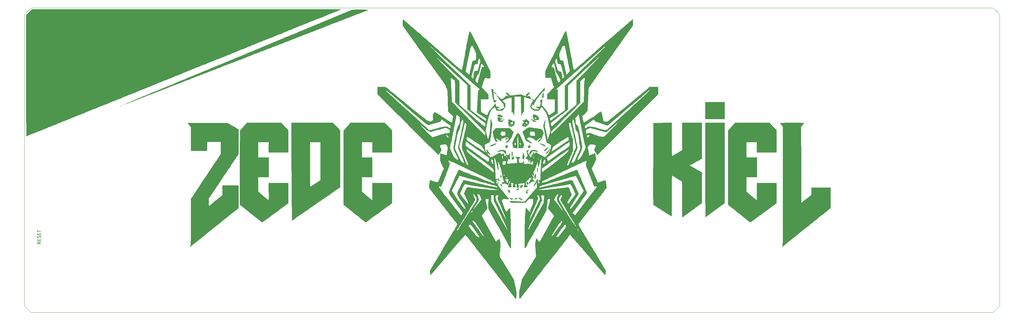
<source format=gbr>
%TF.GenerationSoftware,KiCad,Pcbnew,5.1.6*%
%TF.CreationDate,2020-07-10T22:02:12+02:00*%
%TF.ProjectId,zedekiel,7a656465-6b69-4656-9c2e-6b696361645f,rev?*%
%TF.SameCoordinates,Original*%
%TF.FileFunction,Legend,Top*%
%TF.FilePolarity,Positive*%
%FSLAX46Y46*%
G04 Gerber Fmt 4.6, Leading zero omitted, Abs format (unit mm)*
G04 Created by KiCad (PCBNEW 5.1.6) date 2020-07-10 22:02:12*
%MOMM*%
%LPD*%
G01*
G04 APERTURE LIST*
%TA.AperFunction,Profile*%
%ADD10C,0.050000*%
%TD*%
%ADD11C,0.200000*%
%ADD12C,0.010000*%
G04 APERTURE END LIST*
D10*
X20400000Y-113400000D02*
X20400000Y-22400000D01*
X22400000Y-115400000D02*
X20400000Y-113400000D01*
X322400000Y-115400000D02*
X22400000Y-115400000D01*
X324400000Y-113400000D02*
X322400000Y-115400000D01*
X324400000Y-22400000D02*
X324400000Y-113400000D01*
X322400000Y-20400000D02*
X324400000Y-22400000D01*
X22400000Y-20400000D02*
X322400000Y-20400000D01*
X20400000Y-22400000D02*
X22400000Y-20400000D01*
D11*
X25452380Y-93452380D02*
X24976190Y-93785714D01*
X25452380Y-94023809D02*
X24452380Y-94023809D01*
X24452380Y-93642857D01*
X24500000Y-93547619D01*
X24547619Y-93500000D01*
X24642857Y-93452380D01*
X24785714Y-93452380D01*
X24880952Y-93500000D01*
X24928571Y-93547619D01*
X24976190Y-93642857D01*
X24976190Y-94023809D01*
X24928571Y-93023809D02*
X24928571Y-92690476D01*
X25452380Y-92547619D02*
X25452380Y-93023809D01*
X24452380Y-93023809D01*
X24452380Y-92547619D01*
X25404761Y-92166666D02*
X25452380Y-92023809D01*
X25452380Y-91785714D01*
X25404761Y-91690476D01*
X25357142Y-91642857D01*
X25261904Y-91595238D01*
X25166666Y-91595238D01*
X25071428Y-91642857D01*
X25023809Y-91690476D01*
X24976190Y-91785714D01*
X24928571Y-91976190D01*
X24880952Y-92071428D01*
X24833333Y-92119047D01*
X24738095Y-92166666D01*
X24642857Y-92166666D01*
X24547619Y-92119047D01*
X24500000Y-92071428D01*
X24452380Y-91976190D01*
X24452380Y-91738095D01*
X24500000Y-91595238D01*
X24928571Y-91166666D02*
X24928571Y-90833333D01*
X25452380Y-90690476D02*
X25452380Y-91166666D01*
X24452380Y-91166666D01*
X24452380Y-90690476D01*
X24452380Y-90404761D02*
X24452380Y-89833333D01*
X25452380Y-90119047D02*
X24452380Y-90119047D01*
D12*
%TO.C,G\u002A\u002A\u002A*%
G36*
X166940968Y-46685661D02*
G01*
X167120250Y-46843027D01*
X167304805Y-47040311D01*
X167496951Y-47262244D01*
X167645241Y-47431344D01*
X167712867Y-47505978D01*
X167719431Y-47555753D01*
X167710283Y-47556666D01*
X167622478Y-47506979D01*
X167443829Y-47376799D01*
X167216148Y-47196833D01*
X166915274Y-46932598D01*
X166758079Y-46748783D01*
X166745646Y-46646972D01*
X166826327Y-46625333D01*
X166940968Y-46685661D01*
G37*
X166940968Y-46685661D02*
X167120250Y-46843027D01*
X167304805Y-47040311D01*
X167496951Y-47262244D01*
X167645241Y-47431344D01*
X167712867Y-47505978D01*
X167719431Y-47555753D01*
X167710283Y-47556666D01*
X167622478Y-47506979D01*
X167443829Y-47376799D01*
X167216148Y-47196833D01*
X166915274Y-46932598D01*
X166758079Y-46748783D01*
X166745646Y-46646972D01*
X166826327Y-46625333D01*
X166940968Y-46685661D01*
G36*
X182160413Y-47027877D02*
G01*
X182199410Y-47294484D01*
X182213334Y-47688663D01*
X182213334Y-48403333D01*
X181959334Y-48403333D01*
X181780968Y-48380398D01*
X181705352Y-48325141D01*
X181705334Y-48324178D01*
X181733186Y-48192309D01*
X181789819Y-48022809D01*
X181861568Y-47774528D01*
X181910000Y-47512807D01*
X181971111Y-47149794D01*
X182038436Y-46950994D01*
X182104146Y-46911867D01*
X182160413Y-47027877D01*
G37*
X182160413Y-47027877D02*
X182199410Y-47294484D01*
X182213334Y-47688663D01*
X182213334Y-48403333D01*
X181959334Y-48403333D01*
X181780968Y-48380398D01*
X181705352Y-48325141D01*
X181705334Y-48324178D01*
X181733186Y-48192309D01*
X181789819Y-48022809D01*
X181861568Y-47774528D01*
X181910000Y-47512807D01*
X181971111Y-47149794D01*
X182038436Y-46950994D01*
X182104146Y-46911867D01*
X182160413Y-47027877D01*
G36*
X124980677Y-20976583D02*
G01*
X125166616Y-20977063D01*
X125886409Y-20979101D01*
X126449227Y-20982868D01*
X126867425Y-20990413D01*
X127153361Y-21003781D01*
X127319393Y-21025020D01*
X127377876Y-21056177D01*
X127341169Y-21099297D01*
X127221628Y-21156428D01*
X127031610Y-21229617D01*
X126926000Y-21268483D01*
X126702071Y-21353615D01*
X126385103Y-21477775D01*
X126038821Y-21615967D01*
X125994667Y-21633783D01*
X125595477Y-21793074D01*
X125166012Y-21961333D01*
X124809334Y-22098291D01*
X124054173Y-22384261D01*
X123452640Y-22613568D01*
X122999520Y-22788220D01*
X122689593Y-22910221D01*
X122565667Y-22960887D01*
X122370686Y-23039588D01*
X122071040Y-23156829D01*
X121720582Y-23291611D01*
X121592000Y-23340515D01*
X121250530Y-23470145D01*
X120953957Y-23583053D01*
X120749364Y-23661302D01*
X120703000Y-23679201D01*
X120273706Y-23846600D01*
X119966159Y-23967761D01*
X119744041Y-24057193D01*
X119571037Y-24129404D01*
X119504871Y-24157832D01*
X119308293Y-24236121D01*
X119184886Y-24272928D01*
X119179000Y-24273333D01*
X119067881Y-24304103D01*
X118875694Y-24379155D01*
X118853129Y-24388834D01*
X118604018Y-24493415D01*
X118302442Y-24615807D01*
X118205334Y-24654333D01*
X117910133Y-24772837D01*
X117630998Y-24888450D01*
X117557538Y-24919832D01*
X117365487Y-24997811D01*
X117250798Y-25034850D01*
X117245550Y-25035333D01*
X117142961Y-25064567D01*
X116962012Y-25134072D01*
X116780558Y-25206439D01*
X116681334Y-25240885D01*
X116568253Y-25279735D01*
X116312975Y-25378415D01*
X115929539Y-25531460D01*
X115792334Y-25586867D01*
X115424644Y-25733105D01*
X114976456Y-25907609D01*
X114526104Y-26079937D01*
X114437667Y-26113347D01*
X114181270Y-26211564D01*
X113967334Y-26296189D01*
X113929667Y-26311679D01*
X113491416Y-26491758D01*
X113088327Y-26651886D01*
X112759490Y-26776863D01*
X112543998Y-26851491D01*
X112532667Y-26854878D01*
X112295343Y-26934584D01*
X112067000Y-27022918D01*
X111827251Y-27121075D01*
X111531602Y-27239606D01*
X111432000Y-27279000D01*
X111136800Y-27397504D01*
X110857665Y-27513117D01*
X110784205Y-27544499D01*
X110587627Y-27622788D01*
X110464219Y-27659595D01*
X110458334Y-27659999D01*
X110347215Y-27690770D01*
X110155027Y-27765821D01*
X110132462Y-27775500D01*
X109969198Y-27844818D01*
X109771938Y-27925318D01*
X109504367Y-28031508D01*
X109130168Y-28177896D01*
X108934334Y-28254132D01*
X108781062Y-28312985D01*
X108516507Y-28413852D01*
X108187751Y-28538795D01*
X108045334Y-28592817D01*
X107689763Y-28728773D01*
X107365562Y-28854768D01*
X107126587Y-28949803D01*
X107071667Y-28972445D01*
X106876774Y-29051263D01*
X106577268Y-29168853D01*
X106226948Y-29304163D01*
X106098000Y-29353445D01*
X105742546Y-29489993D01*
X105418424Y-29616466D01*
X105179433Y-29711805D01*
X105124334Y-29734561D01*
X104812521Y-29862459D01*
X104530457Y-29972346D01*
X104321959Y-30047612D01*
X104234084Y-30072020D01*
X104140123Y-30102199D01*
X103931600Y-30181079D01*
X103650457Y-30292709D01*
X103599084Y-30313541D01*
X103261706Y-30449402D01*
X102943546Y-30575242D01*
X102712965Y-30664026D01*
X102711334Y-30664634D01*
X102492034Y-30748667D01*
X102175687Y-30872572D01*
X101822262Y-31012821D01*
X101737667Y-31046666D01*
X101376453Y-31190563D01*
X101030225Y-31327000D01*
X100763040Y-31430768D01*
X100721667Y-31446542D01*
X100389158Y-31572693D01*
X100158071Y-31660736D01*
X99971460Y-31732507D01*
X99772379Y-31809843D01*
X99663334Y-31852363D01*
X99367917Y-31970107D01*
X99088663Y-32085296D01*
X99015538Y-32116499D01*
X98818960Y-32194788D01*
X98695552Y-32231595D01*
X98689667Y-32232000D01*
X98578548Y-32262770D01*
X98386360Y-32337821D01*
X98363796Y-32347500D01*
X98114685Y-32452082D01*
X97813109Y-32574474D01*
X97716000Y-32613000D01*
X97420800Y-32731504D01*
X97141665Y-32847117D01*
X97068205Y-32878499D01*
X96876153Y-32956478D01*
X96761465Y-32993517D01*
X96756216Y-32993999D01*
X96653627Y-33023233D01*
X96472679Y-33092738D01*
X96291225Y-33165106D01*
X96192000Y-33199551D01*
X96084539Y-33236376D01*
X95857665Y-33323704D01*
X95548345Y-33447087D01*
X95303000Y-33546991D01*
X95108077Y-33624548D01*
X94808521Y-33740967D01*
X94458154Y-33875388D01*
X94329334Y-33924401D01*
X93896237Y-34089564D01*
X93399450Y-34280186D01*
X92933028Y-34460156D01*
X92847667Y-34493245D01*
X92390422Y-34670428D01*
X91874482Y-34869975D01*
X91398976Y-35053554D01*
X91323667Y-35082585D01*
X90739417Y-35308885D01*
X90217098Y-35513431D01*
X89791292Y-35682613D01*
X89545667Y-35782400D01*
X89364957Y-35855280D01*
X89107581Y-35957085D01*
X88995334Y-36001030D01*
X88699917Y-36118774D01*
X88420663Y-36233963D01*
X88347538Y-36265165D01*
X88152301Y-36343363D01*
X88031473Y-36380239D01*
X88025754Y-36380666D01*
X87912827Y-36411108D01*
X87689539Y-36490426D01*
X87401089Y-36600614D01*
X87092680Y-36723662D01*
X86809512Y-36841564D01*
X86596788Y-36936310D01*
X86501900Y-36987766D01*
X86356760Y-37045947D01*
X86243667Y-37058000D01*
X86060862Y-37088999D01*
X85985434Y-37128204D01*
X85879963Y-37183196D01*
X85647992Y-37284202D01*
X85321591Y-37417828D01*
X84932832Y-37570678D01*
X84846667Y-37603814D01*
X84329624Y-37802534D01*
X83752157Y-38025527D01*
X83192629Y-38242486D01*
X82814667Y-38389744D01*
X82304299Y-38588935D01*
X81723826Y-38815071D01*
X81160820Y-39034054D01*
X80867334Y-39148016D01*
X80431032Y-39317407D01*
X79996334Y-39486385D01*
X79618334Y-39633522D01*
X79385667Y-39724276D01*
X79018117Y-39867421D01*
X78601312Y-40029051D01*
X78327334Y-40134891D01*
X78025283Y-40251458D01*
X77620396Y-40407926D01*
X77167731Y-40583007D01*
X76761000Y-40740447D01*
X76294556Y-40920606D01*
X75808185Y-41107670D01*
X75364304Y-41277673D01*
X75067667Y-41390621D01*
X74735044Y-41517521D01*
X74447175Y-41628837D01*
X74253475Y-41705416D01*
X74221000Y-41718800D01*
X74050033Y-41788541D01*
X73788526Y-41892693D01*
X73586000Y-41972326D01*
X73304802Y-42081869D01*
X73016088Y-42193347D01*
X72681411Y-42321483D01*
X72262327Y-42481000D01*
X71765667Y-42669457D01*
X71518567Y-42765065D01*
X71182964Y-42897377D01*
X70827256Y-43039408D01*
X70792000Y-43053595D01*
X70026312Y-43358663D01*
X69120787Y-43713377D01*
X68069621Y-44119989D01*
X66867007Y-44580754D01*
X66389334Y-44762809D01*
X66033860Y-44899236D01*
X65709724Y-45025591D01*
X65470736Y-45120834D01*
X65415667Y-45143554D01*
X65220686Y-45222255D01*
X64921040Y-45339496D01*
X64570582Y-45474277D01*
X64442000Y-45523182D01*
X64100530Y-45652812D01*
X63803957Y-45765720D01*
X63599364Y-45843969D01*
X63553000Y-45861867D01*
X63123706Y-46029266D01*
X62816159Y-46150428D01*
X62594041Y-46239860D01*
X62421037Y-46312070D01*
X62354871Y-46340499D01*
X62158293Y-46418788D01*
X62034886Y-46455595D01*
X62029000Y-46456000D01*
X61917881Y-46486770D01*
X61725694Y-46561821D01*
X61703129Y-46571500D01*
X61453810Y-46675870D01*
X61152027Y-46797596D01*
X61055334Y-46835636D01*
X60789953Y-46940126D01*
X60566878Y-47029572D01*
X60505000Y-47055007D01*
X60038823Y-47246256D01*
X59718484Y-47369429D01*
X59536132Y-47427541D01*
X59531334Y-47428612D01*
X59392460Y-47473563D01*
X59150033Y-47565044D01*
X58856330Y-47683320D01*
X58854000Y-47684285D01*
X58524388Y-47819622D01*
X58212031Y-47945721D01*
X58007334Y-48026412D01*
X57822910Y-48097714D01*
X57517811Y-48216061D01*
X57129147Y-48367042D01*
X56694029Y-48536247D01*
X56525667Y-48601764D01*
X56092061Y-48769169D01*
X55699680Y-48918144D01*
X55382582Y-49035941D01*
X55174829Y-49109813D01*
X55128667Y-49124589D01*
X54934848Y-49193661D01*
X54832334Y-49245783D01*
X54708467Y-49306254D01*
X54484136Y-49395664D01*
X54324334Y-49453663D01*
X53688160Y-49698261D01*
X53401085Y-49830589D01*
X53362707Y-49815005D01*
X53378102Y-49782105D01*
X53488332Y-49695488D01*
X53685571Y-49600071D01*
X53708684Y-49591146D01*
X54064655Y-49454800D01*
X54379152Y-49327360D01*
X54641834Y-49216299D01*
X54947782Y-49085601D01*
X55258940Y-48952677D01*
X55276834Y-48945034D01*
X55526200Y-48838429D01*
X55734879Y-48749091D01*
X55763667Y-48736746D01*
X55902896Y-48678608D01*
X56163953Y-48570977D01*
X56511841Y-48428236D01*
X56911563Y-48264767D01*
X56991334Y-48232205D01*
X57401902Y-48064337D01*
X57772109Y-47912378D01*
X58065243Y-47791440D01*
X58244589Y-47716632D01*
X58261334Y-47709498D01*
X58491366Y-47612275D01*
X58642334Y-47549913D01*
X58776570Y-47494023D01*
X59035319Y-47385147D01*
X59387239Y-47236512D01*
X59800991Y-47061347D01*
X60039334Y-46960281D01*
X60464881Y-46780699D01*
X60837474Y-46625289D01*
X61128391Y-46505886D01*
X61308916Y-46434326D01*
X61351667Y-46419420D01*
X61487687Y-46372195D01*
X61648000Y-46305277D01*
X61959311Y-46169597D01*
X62353218Y-46002130D01*
X62804269Y-45813253D01*
X63287006Y-45613338D01*
X63775977Y-45412761D01*
X64245726Y-45221895D01*
X64670799Y-45051114D01*
X65025741Y-44910794D01*
X65285097Y-44811307D01*
X65423412Y-44763028D01*
X65438930Y-44760263D01*
X65521217Y-44731649D01*
X65687618Y-44649422D01*
X65692930Y-44646593D01*
X65856605Y-44568677D01*
X66139678Y-44443425D01*
X66504614Y-44287106D01*
X66913878Y-44115987D01*
X66982000Y-44087896D01*
X67460012Y-43891127D01*
X67812768Y-43745601D01*
X68071610Y-43638141D01*
X68267882Y-43555566D01*
X68432928Y-43484697D01*
X68598089Y-43412355D01*
X68780244Y-43331771D01*
X69016895Y-43230865D01*
X69185064Y-43166451D01*
X69231512Y-43154000D01*
X69322672Y-43122688D01*
X69540524Y-43036776D01*
X69856087Y-42908296D01*
X70240381Y-42749279D01*
X70664426Y-42571759D01*
X71099241Y-42387769D01*
X71515845Y-42209340D01*
X71723334Y-42119408D01*
X72026100Y-41988800D01*
X72296199Y-41876206D01*
X72622924Y-41744504D01*
X72675834Y-41723397D01*
X72933338Y-41618981D01*
X73291899Y-41471211D01*
X73717567Y-41294333D01*
X74176390Y-41102589D01*
X74634420Y-40910225D01*
X75057704Y-40731483D01*
X75412294Y-40580608D01*
X75664239Y-40471843D01*
X75750565Y-40433388D01*
X75971342Y-40337585D01*
X76124166Y-40281443D01*
X76153654Y-40275333D01*
X76260211Y-40243667D01*
X76461933Y-40163567D01*
X76571423Y-40116213D01*
X76774240Y-40028533D01*
X77096803Y-39891697D01*
X77502346Y-39721190D01*
X77954105Y-39532496D01*
X78200334Y-39430148D01*
X78642366Y-39246688D01*
X79039265Y-39081861D01*
X79360224Y-38948467D01*
X79574437Y-38859308D01*
X79639667Y-38832053D01*
X79854683Y-38742345D01*
X80202864Y-38597843D01*
X80660791Y-38408213D01*
X81205044Y-38183122D01*
X81812204Y-37932234D01*
X82458852Y-37665217D01*
X83121568Y-37391737D01*
X83776933Y-37121458D01*
X84401528Y-36864049D01*
X84971932Y-36629174D01*
X85464728Y-36426499D01*
X85856494Y-36265691D01*
X85989667Y-36211166D01*
X86168043Y-36135754D01*
X86422352Y-36025530D01*
X86540000Y-35973875D01*
X86756237Y-35881080D01*
X87089464Y-35741187D01*
X87499782Y-35570815D01*
X87947291Y-35386582D01*
X88106334Y-35321488D01*
X88547976Y-35140711D01*
X88957466Y-34972520D01*
X89298037Y-34832058D01*
X89532925Y-34734466D01*
X89588000Y-34711272D01*
X89832825Y-34608209D01*
X90037023Y-34523741D01*
X90053667Y-34516992D01*
X90232381Y-34442531D01*
X90487135Y-34333901D01*
X90604000Y-34283466D01*
X90860834Y-34174540D01*
X91221596Y-34024525D01*
X91633017Y-33855290D01*
X92041832Y-33688705D01*
X92394773Y-33546640D01*
X92509000Y-33501331D01*
X92784756Y-33388604D01*
X93210244Y-33208849D01*
X93609667Y-33037744D01*
X93863538Y-32928584D01*
X94076708Y-32836994D01*
X94117667Y-32819412D01*
X94256896Y-32761274D01*
X94517953Y-32653644D01*
X94865841Y-32510903D01*
X95265563Y-32347434D01*
X95345334Y-32314872D01*
X95817694Y-32122042D01*
X96166035Y-31979548D01*
X96423144Y-31873801D01*
X96621807Y-31791215D01*
X96794810Y-31718202D01*
X96974939Y-31641176D01*
X97081000Y-31595588D01*
X97363501Y-31474653D01*
X97629776Y-31361555D01*
X97673667Y-31343050D01*
X97857370Y-31265648D01*
X98151372Y-31141646D01*
X98509978Y-30990320D01*
X98774334Y-30878726D01*
X99127403Y-30730935D01*
X99425016Y-30608734D01*
X99631185Y-30526752D01*
X99705667Y-30500063D01*
X99847102Y-30449756D01*
X100119541Y-30339331D01*
X100499648Y-30178334D01*
X100637000Y-30119084D01*
X101000204Y-29963569D01*
X101423717Y-29785038D01*
X101880287Y-29594655D01*
X102342662Y-29403585D01*
X102783588Y-29222994D01*
X103175814Y-29064046D01*
X103492087Y-28937906D01*
X103705153Y-28855740D01*
X103786992Y-28828575D01*
X103904835Y-28793497D01*
X104066000Y-28718317D01*
X104215064Y-28648414D01*
X104488653Y-28528146D01*
X104854605Y-28371351D01*
X105280756Y-28191866D01*
X105547667Y-28080820D01*
X106009095Y-27889090D01*
X106443828Y-27707270D01*
X106815086Y-27550830D01*
X107086086Y-27435238D01*
X107176577Y-27395786D01*
X107402521Y-27300809D01*
X107560502Y-27243905D01*
X107594346Y-27236666D01*
X107700990Y-27204202D01*
X107900682Y-27122403D01*
X107997436Y-27079174D01*
X108241875Y-26971208D01*
X108578729Y-26827340D01*
X108943405Y-26675088D01*
X109019000Y-26643999D01*
X109388043Y-26491620D01*
X109749877Y-26340410D01*
X110036290Y-26218909D01*
X110077334Y-26201200D01*
X110352994Y-26082658D01*
X110595754Y-25981180D01*
X110883096Y-25864627D01*
X111051000Y-25797333D01*
X111294229Y-25698601D01*
X111453167Y-25632814D01*
X111600480Y-25571391D01*
X111868500Y-25459935D01*
X112221521Y-25313285D01*
X112623836Y-25146281D01*
X112702000Y-25113847D01*
X113128072Y-24935904D01*
X113529248Y-24766280D01*
X113863239Y-24622990D01*
X114087758Y-24524049D01*
X114104565Y-24516366D01*
X114325306Y-24420388D01*
X114478130Y-24364132D01*
X114507654Y-24358000D01*
X114614211Y-24326334D01*
X114815933Y-24246234D01*
X114925423Y-24198879D01*
X115128139Y-24111085D01*
X115450523Y-23973889D01*
X115855853Y-23802816D01*
X116307406Y-23613389D01*
X116554334Y-23510268D01*
X117014068Y-23317696D01*
X117445669Y-23135275D01*
X117812876Y-22978448D01*
X118079428Y-22862661D01*
X118168565Y-22822722D01*
X118390896Y-22726788D01*
X118546825Y-22670684D01*
X118577617Y-22664666D01*
X118671509Y-22633140D01*
X118897050Y-22545191D01*
X119230103Y-22410766D01*
X119646531Y-22239813D01*
X120122197Y-22042277D01*
X120632965Y-21828106D01*
X121154699Y-21607246D01*
X121465000Y-21474784D01*
X121794157Y-21332838D01*
X122061633Y-21220327D01*
X122292426Y-21133891D01*
X122511534Y-21070169D01*
X122743955Y-21025798D01*
X123014687Y-20997418D01*
X123348727Y-20981668D01*
X123771073Y-20975186D01*
X124306724Y-20974611D01*
X124980677Y-20976583D01*
G37*
X124980677Y-20976583D02*
X125166616Y-20977063D01*
X125886409Y-20979101D01*
X126449227Y-20982868D01*
X126867425Y-20990413D01*
X127153361Y-21003781D01*
X127319393Y-21025020D01*
X127377876Y-21056177D01*
X127341169Y-21099297D01*
X127221628Y-21156428D01*
X127031610Y-21229617D01*
X126926000Y-21268483D01*
X126702071Y-21353615D01*
X126385103Y-21477775D01*
X126038821Y-21615967D01*
X125994667Y-21633783D01*
X125595477Y-21793074D01*
X125166012Y-21961333D01*
X124809334Y-22098291D01*
X124054173Y-22384261D01*
X123452640Y-22613568D01*
X122999520Y-22788220D01*
X122689593Y-22910221D01*
X122565667Y-22960887D01*
X122370686Y-23039588D01*
X122071040Y-23156829D01*
X121720582Y-23291611D01*
X121592000Y-23340515D01*
X121250530Y-23470145D01*
X120953957Y-23583053D01*
X120749364Y-23661302D01*
X120703000Y-23679201D01*
X120273706Y-23846600D01*
X119966159Y-23967761D01*
X119744041Y-24057193D01*
X119571037Y-24129404D01*
X119504871Y-24157832D01*
X119308293Y-24236121D01*
X119184886Y-24272928D01*
X119179000Y-24273333D01*
X119067881Y-24304103D01*
X118875694Y-24379155D01*
X118853129Y-24388834D01*
X118604018Y-24493415D01*
X118302442Y-24615807D01*
X118205334Y-24654333D01*
X117910133Y-24772837D01*
X117630998Y-24888450D01*
X117557538Y-24919832D01*
X117365487Y-24997811D01*
X117250798Y-25034850D01*
X117245550Y-25035333D01*
X117142961Y-25064567D01*
X116962012Y-25134072D01*
X116780558Y-25206439D01*
X116681334Y-25240885D01*
X116568253Y-25279735D01*
X116312975Y-25378415D01*
X115929539Y-25531460D01*
X115792334Y-25586867D01*
X115424644Y-25733105D01*
X114976456Y-25907609D01*
X114526104Y-26079937D01*
X114437667Y-26113347D01*
X114181270Y-26211564D01*
X113967334Y-26296189D01*
X113929667Y-26311679D01*
X113491416Y-26491758D01*
X113088327Y-26651886D01*
X112759490Y-26776863D01*
X112543998Y-26851491D01*
X112532667Y-26854878D01*
X112295343Y-26934584D01*
X112067000Y-27022918D01*
X111827251Y-27121075D01*
X111531602Y-27239606D01*
X111432000Y-27279000D01*
X111136800Y-27397504D01*
X110857665Y-27513117D01*
X110784205Y-27544499D01*
X110587627Y-27622788D01*
X110464219Y-27659595D01*
X110458334Y-27659999D01*
X110347215Y-27690770D01*
X110155027Y-27765821D01*
X110132462Y-27775500D01*
X109969198Y-27844818D01*
X109771938Y-27925318D01*
X109504367Y-28031508D01*
X109130168Y-28177896D01*
X108934334Y-28254132D01*
X108781062Y-28312985D01*
X108516507Y-28413852D01*
X108187751Y-28538795D01*
X108045334Y-28592817D01*
X107689763Y-28728773D01*
X107365562Y-28854768D01*
X107126587Y-28949803D01*
X107071667Y-28972445D01*
X106876774Y-29051263D01*
X106577268Y-29168853D01*
X106226948Y-29304163D01*
X106098000Y-29353445D01*
X105742546Y-29489993D01*
X105418424Y-29616466D01*
X105179433Y-29711805D01*
X105124334Y-29734561D01*
X104812521Y-29862459D01*
X104530457Y-29972346D01*
X104321959Y-30047612D01*
X104234084Y-30072020D01*
X104140123Y-30102199D01*
X103931600Y-30181079D01*
X103650457Y-30292709D01*
X103599084Y-30313541D01*
X103261706Y-30449402D01*
X102943546Y-30575242D01*
X102712965Y-30664026D01*
X102711334Y-30664634D01*
X102492034Y-30748667D01*
X102175687Y-30872572D01*
X101822262Y-31012821D01*
X101737667Y-31046666D01*
X101376453Y-31190563D01*
X101030225Y-31327000D01*
X100763040Y-31430768D01*
X100721667Y-31446542D01*
X100389158Y-31572693D01*
X100158071Y-31660736D01*
X99971460Y-31732507D01*
X99772379Y-31809843D01*
X99663334Y-31852363D01*
X99367917Y-31970107D01*
X99088663Y-32085296D01*
X99015538Y-32116499D01*
X98818960Y-32194788D01*
X98695552Y-32231595D01*
X98689667Y-32232000D01*
X98578548Y-32262770D01*
X98386360Y-32337821D01*
X98363796Y-32347500D01*
X98114685Y-32452082D01*
X97813109Y-32574474D01*
X97716000Y-32613000D01*
X97420800Y-32731504D01*
X97141665Y-32847117D01*
X97068205Y-32878499D01*
X96876153Y-32956478D01*
X96761465Y-32993517D01*
X96756216Y-32993999D01*
X96653627Y-33023233D01*
X96472679Y-33092738D01*
X96291225Y-33165106D01*
X96192000Y-33199551D01*
X96084539Y-33236376D01*
X95857665Y-33323704D01*
X95548345Y-33447087D01*
X95303000Y-33546991D01*
X95108077Y-33624548D01*
X94808521Y-33740967D01*
X94458154Y-33875388D01*
X94329334Y-33924401D01*
X93896237Y-34089564D01*
X93399450Y-34280186D01*
X92933028Y-34460156D01*
X92847667Y-34493245D01*
X92390422Y-34670428D01*
X91874482Y-34869975D01*
X91398976Y-35053554D01*
X91323667Y-35082585D01*
X90739417Y-35308885D01*
X90217098Y-35513431D01*
X89791292Y-35682613D01*
X89545667Y-35782400D01*
X89364957Y-35855280D01*
X89107581Y-35957085D01*
X88995334Y-36001030D01*
X88699917Y-36118774D01*
X88420663Y-36233963D01*
X88347538Y-36265165D01*
X88152301Y-36343363D01*
X88031473Y-36380239D01*
X88025754Y-36380666D01*
X87912827Y-36411108D01*
X87689539Y-36490426D01*
X87401089Y-36600614D01*
X87092680Y-36723662D01*
X86809512Y-36841564D01*
X86596788Y-36936310D01*
X86501900Y-36987766D01*
X86356760Y-37045947D01*
X86243667Y-37058000D01*
X86060862Y-37088999D01*
X85985434Y-37128204D01*
X85879963Y-37183196D01*
X85647992Y-37284202D01*
X85321591Y-37417828D01*
X84932832Y-37570678D01*
X84846667Y-37603814D01*
X84329624Y-37802534D01*
X83752157Y-38025527D01*
X83192629Y-38242486D01*
X82814667Y-38389744D01*
X82304299Y-38588935D01*
X81723826Y-38815071D01*
X81160820Y-39034054D01*
X80867334Y-39148016D01*
X80431032Y-39317407D01*
X79996334Y-39486385D01*
X79618334Y-39633522D01*
X79385667Y-39724276D01*
X79018117Y-39867421D01*
X78601312Y-40029051D01*
X78327334Y-40134891D01*
X78025283Y-40251458D01*
X77620396Y-40407926D01*
X77167731Y-40583007D01*
X76761000Y-40740447D01*
X76294556Y-40920606D01*
X75808185Y-41107670D01*
X75364304Y-41277673D01*
X75067667Y-41390621D01*
X74735044Y-41517521D01*
X74447175Y-41628837D01*
X74253475Y-41705416D01*
X74221000Y-41718800D01*
X74050033Y-41788541D01*
X73788526Y-41892693D01*
X73586000Y-41972326D01*
X73304802Y-42081869D01*
X73016088Y-42193347D01*
X72681411Y-42321483D01*
X72262327Y-42481000D01*
X71765667Y-42669457D01*
X71518567Y-42765065D01*
X71182964Y-42897377D01*
X70827256Y-43039408D01*
X70792000Y-43053595D01*
X70026312Y-43358663D01*
X69120787Y-43713377D01*
X68069621Y-44119989D01*
X66867007Y-44580754D01*
X66389334Y-44762809D01*
X66033860Y-44899236D01*
X65709724Y-45025591D01*
X65470736Y-45120834D01*
X65415667Y-45143554D01*
X65220686Y-45222255D01*
X64921040Y-45339496D01*
X64570582Y-45474277D01*
X64442000Y-45523182D01*
X64100530Y-45652812D01*
X63803957Y-45765720D01*
X63599364Y-45843969D01*
X63553000Y-45861867D01*
X63123706Y-46029266D01*
X62816159Y-46150428D01*
X62594041Y-46239860D01*
X62421037Y-46312070D01*
X62354871Y-46340499D01*
X62158293Y-46418788D01*
X62034886Y-46455595D01*
X62029000Y-46456000D01*
X61917881Y-46486770D01*
X61725694Y-46561821D01*
X61703129Y-46571500D01*
X61453810Y-46675870D01*
X61152027Y-46797596D01*
X61055334Y-46835636D01*
X60789953Y-46940126D01*
X60566878Y-47029572D01*
X60505000Y-47055007D01*
X60038823Y-47246256D01*
X59718484Y-47369429D01*
X59536132Y-47427541D01*
X59531334Y-47428612D01*
X59392460Y-47473563D01*
X59150033Y-47565044D01*
X58856330Y-47683320D01*
X58854000Y-47684285D01*
X58524388Y-47819622D01*
X58212031Y-47945721D01*
X58007334Y-48026412D01*
X57822910Y-48097714D01*
X57517811Y-48216061D01*
X57129147Y-48367042D01*
X56694029Y-48536247D01*
X56525667Y-48601764D01*
X56092061Y-48769169D01*
X55699680Y-48918144D01*
X55382582Y-49035941D01*
X55174829Y-49109813D01*
X55128667Y-49124589D01*
X54934848Y-49193661D01*
X54832334Y-49245783D01*
X54708467Y-49306254D01*
X54484136Y-49395664D01*
X54324334Y-49453663D01*
X53688160Y-49698261D01*
X53401085Y-49830589D01*
X53362707Y-49815005D01*
X53378102Y-49782105D01*
X53488332Y-49695488D01*
X53685571Y-49600071D01*
X53708684Y-49591146D01*
X54064655Y-49454800D01*
X54379152Y-49327360D01*
X54641834Y-49216299D01*
X54947782Y-49085601D01*
X55258940Y-48952677D01*
X55276834Y-48945034D01*
X55526200Y-48838429D01*
X55734879Y-48749091D01*
X55763667Y-48736746D01*
X55902896Y-48678608D01*
X56163953Y-48570977D01*
X56511841Y-48428236D01*
X56911563Y-48264767D01*
X56991334Y-48232205D01*
X57401902Y-48064337D01*
X57772109Y-47912378D01*
X58065243Y-47791440D01*
X58244589Y-47716632D01*
X58261334Y-47709498D01*
X58491366Y-47612275D01*
X58642334Y-47549913D01*
X58776570Y-47494023D01*
X59035319Y-47385147D01*
X59387239Y-47236512D01*
X59800991Y-47061347D01*
X60039334Y-46960281D01*
X60464881Y-46780699D01*
X60837474Y-46625289D01*
X61128391Y-46505886D01*
X61308916Y-46434326D01*
X61351667Y-46419420D01*
X61487687Y-46372195D01*
X61648000Y-46305277D01*
X61959311Y-46169597D01*
X62353218Y-46002130D01*
X62804269Y-45813253D01*
X63287006Y-45613338D01*
X63775977Y-45412761D01*
X64245726Y-45221895D01*
X64670799Y-45051114D01*
X65025741Y-44910794D01*
X65285097Y-44811307D01*
X65423412Y-44763028D01*
X65438930Y-44760263D01*
X65521217Y-44731649D01*
X65687618Y-44649422D01*
X65692930Y-44646593D01*
X65856605Y-44568677D01*
X66139678Y-44443425D01*
X66504614Y-44287106D01*
X66913878Y-44115987D01*
X66982000Y-44087896D01*
X67460012Y-43891127D01*
X67812768Y-43745601D01*
X68071610Y-43638141D01*
X68267882Y-43555566D01*
X68432928Y-43484697D01*
X68598089Y-43412355D01*
X68780244Y-43331771D01*
X69016895Y-43230865D01*
X69185064Y-43166451D01*
X69231512Y-43154000D01*
X69322672Y-43122688D01*
X69540524Y-43036776D01*
X69856087Y-42908296D01*
X70240381Y-42749279D01*
X70664426Y-42571759D01*
X71099241Y-42387769D01*
X71515845Y-42209340D01*
X71723334Y-42119408D01*
X72026100Y-41988800D01*
X72296199Y-41876206D01*
X72622924Y-41744504D01*
X72675834Y-41723397D01*
X72933338Y-41618981D01*
X73291899Y-41471211D01*
X73717567Y-41294333D01*
X74176390Y-41102589D01*
X74634420Y-40910225D01*
X75057704Y-40731483D01*
X75412294Y-40580608D01*
X75664239Y-40471843D01*
X75750565Y-40433388D01*
X75971342Y-40337585D01*
X76124166Y-40281443D01*
X76153654Y-40275333D01*
X76260211Y-40243667D01*
X76461933Y-40163567D01*
X76571423Y-40116213D01*
X76774240Y-40028533D01*
X77096803Y-39891697D01*
X77502346Y-39721190D01*
X77954105Y-39532496D01*
X78200334Y-39430148D01*
X78642366Y-39246688D01*
X79039265Y-39081861D01*
X79360224Y-38948467D01*
X79574437Y-38859308D01*
X79639667Y-38832053D01*
X79854683Y-38742345D01*
X80202864Y-38597843D01*
X80660791Y-38408213D01*
X81205044Y-38183122D01*
X81812204Y-37932234D01*
X82458852Y-37665217D01*
X83121568Y-37391737D01*
X83776933Y-37121458D01*
X84401528Y-36864049D01*
X84971932Y-36629174D01*
X85464728Y-36426499D01*
X85856494Y-36265691D01*
X85989667Y-36211166D01*
X86168043Y-36135754D01*
X86422352Y-36025530D01*
X86540000Y-35973875D01*
X86756237Y-35881080D01*
X87089464Y-35741187D01*
X87499782Y-35570815D01*
X87947291Y-35386582D01*
X88106334Y-35321488D01*
X88547976Y-35140711D01*
X88957466Y-34972520D01*
X89298037Y-34832058D01*
X89532925Y-34734466D01*
X89588000Y-34711272D01*
X89832825Y-34608209D01*
X90037023Y-34523741D01*
X90053667Y-34516992D01*
X90232381Y-34442531D01*
X90487135Y-34333901D01*
X90604000Y-34283466D01*
X90860834Y-34174540D01*
X91221596Y-34024525D01*
X91633017Y-33855290D01*
X92041832Y-33688705D01*
X92394773Y-33546640D01*
X92509000Y-33501331D01*
X92784756Y-33388604D01*
X93210244Y-33208849D01*
X93609667Y-33037744D01*
X93863538Y-32928584D01*
X94076708Y-32836994D01*
X94117667Y-32819412D01*
X94256896Y-32761274D01*
X94517953Y-32653644D01*
X94865841Y-32510903D01*
X95265563Y-32347434D01*
X95345334Y-32314872D01*
X95817694Y-32122042D01*
X96166035Y-31979548D01*
X96423144Y-31873801D01*
X96621807Y-31791215D01*
X96794810Y-31718202D01*
X96974939Y-31641176D01*
X97081000Y-31595588D01*
X97363501Y-31474653D01*
X97629776Y-31361555D01*
X97673667Y-31343050D01*
X97857370Y-31265648D01*
X98151372Y-31141646D01*
X98509978Y-30990320D01*
X98774334Y-30878726D01*
X99127403Y-30730935D01*
X99425016Y-30608734D01*
X99631185Y-30526752D01*
X99705667Y-30500063D01*
X99847102Y-30449756D01*
X100119541Y-30339331D01*
X100499648Y-30178334D01*
X100637000Y-30119084D01*
X101000204Y-29963569D01*
X101423717Y-29785038D01*
X101880287Y-29594655D01*
X102342662Y-29403585D01*
X102783588Y-29222994D01*
X103175814Y-29064046D01*
X103492087Y-28937906D01*
X103705153Y-28855740D01*
X103786992Y-28828575D01*
X103904835Y-28793497D01*
X104066000Y-28718317D01*
X104215064Y-28648414D01*
X104488653Y-28528146D01*
X104854605Y-28371351D01*
X105280756Y-28191866D01*
X105547667Y-28080820D01*
X106009095Y-27889090D01*
X106443828Y-27707270D01*
X106815086Y-27550830D01*
X107086086Y-27435238D01*
X107176577Y-27395786D01*
X107402521Y-27300809D01*
X107560502Y-27243905D01*
X107594346Y-27236666D01*
X107700990Y-27204202D01*
X107900682Y-27122403D01*
X107997436Y-27079174D01*
X108241875Y-26971208D01*
X108578729Y-26827340D01*
X108943405Y-26675088D01*
X109019000Y-26643999D01*
X109388043Y-26491620D01*
X109749877Y-26340410D01*
X110036290Y-26218909D01*
X110077334Y-26201200D01*
X110352994Y-26082658D01*
X110595754Y-25981180D01*
X110883096Y-25864627D01*
X111051000Y-25797333D01*
X111294229Y-25698601D01*
X111453167Y-25632814D01*
X111600480Y-25571391D01*
X111868500Y-25459935D01*
X112221521Y-25313285D01*
X112623836Y-25146281D01*
X112702000Y-25113847D01*
X113128072Y-24935904D01*
X113529248Y-24766280D01*
X113863239Y-24622990D01*
X114087758Y-24524049D01*
X114104565Y-24516366D01*
X114325306Y-24420388D01*
X114478130Y-24364132D01*
X114507654Y-24358000D01*
X114614211Y-24326334D01*
X114815933Y-24246234D01*
X114925423Y-24198879D01*
X115128139Y-24111085D01*
X115450523Y-23973889D01*
X115855853Y-23802816D01*
X116307406Y-23613389D01*
X116554334Y-23510268D01*
X117014068Y-23317696D01*
X117445669Y-23135275D01*
X117812876Y-22978448D01*
X118079428Y-22862661D01*
X118168565Y-22822722D01*
X118390896Y-22726788D01*
X118546825Y-22670684D01*
X118577617Y-22664666D01*
X118671509Y-22633140D01*
X118897050Y-22545191D01*
X119230103Y-22410766D01*
X119646531Y-22239813D01*
X120122197Y-22042277D01*
X120632965Y-21828106D01*
X121154699Y-21607246D01*
X121465000Y-21474784D01*
X121794157Y-21332838D01*
X122061633Y-21220327D01*
X122292426Y-21133891D01*
X122511534Y-21070169D01*
X122743955Y-21025798D01*
X123014687Y-20997418D01*
X123348727Y-20981668D01*
X123771073Y-20975186D01*
X124306724Y-20974611D01*
X124980677Y-20976583D01*
G36*
X166101162Y-45735215D02*
G01*
X166314371Y-45813118D01*
X166401834Y-45840480D01*
X166506426Y-45926330D01*
X166552501Y-46128210D01*
X166557450Y-46233041D01*
X166566408Y-46440766D01*
X166586059Y-46777520D01*
X166613871Y-47203519D01*
X166647310Y-47678975D01*
X166663284Y-47895333D01*
X166761667Y-49207666D01*
X167166220Y-49250000D01*
X167405840Y-49279444D01*
X167506664Y-49317574D01*
X167498461Y-49389208D01*
X167439865Y-49478151D01*
X167274297Y-49669099D01*
X167084329Y-49827427D01*
X166910575Y-49926809D01*
X166793648Y-49940916D01*
X166770318Y-49912180D01*
X166687437Y-49598121D01*
X166588026Y-49172541D01*
X166483480Y-48689934D01*
X166385198Y-48204792D01*
X166304578Y-47771610D01*
X166253018Y-47444881D01*
X166251074Y-47429666D01*
X166202573Y-47134976D01*
X166140198Y-46863062D01*
X166132676Y-46837000D01*
X166078040Y-46602234D01*
X166024616Y-46291156D01*
X166002681Y-46127776D01*
X165976781Y-45868523D01*
X165984885Y-45742242D01*
X166035635Y-45714480D01*
X166101162Y-45735215D01*
G37*
X166101162Y-45735215D02*
X166314371Y-45813118D01*
X166401834Y-45840480D01*
X166506426Y-45926330D01*
X166552501Y-46128210D01*
X166557450Y-46233041D01*
X166566408Y-46440766D01*
X166586059Y-46777520D01*
X166613871Y-47203519D01*
X166647310Y-47678975D01*
X166663284Y-47895333D01*
X166761667Y-49207666D01*
X167166220Y-49250000D01*
X167405840Y-49279444D01*
X167506664Y-49317574D01*
X167498461Y-49389208D01*
X167439865Y-49478151D01*
X167274297Y-49669099D01*
X167084329Y-49827427D01*
X166910575Y-49926809D01*
X166793648Y-49940916D01*
X166770318Y-49912180D01*
X166687437Y-49598121D01*
X166588026Y-49172541D01*
X166483480Y-48689934D01*
X166385198Y-48204792D01*
X166304578Y-47771610D01*
X166253018Y-47444881D01*
X166251074Y-47429666D01*
X166202573Y-47134976D01*
X166140198Y-46863062D01*
X166132676Y-46837000D01*
X166078040Y-46602234D01*
X166024616Y-46291156D01*
X166002681Y-46127776D01*
X165976781Y-45868523D01*
X165984885Y-45742242D01*
X166035635Y-45714480D01*
X166101162Y-45735215D01*
G36*
X53266000Y-49795984D02*
G01*
X53199010Y-49859198D01*
X53035383Y-49957395D01*
X53012000Y-49969666D01*
X52842613Y-50046404D01*
X52759676Y-50062674D01*
X52758000Y-50058681D01*
X52824991Y-49995467D01*
X52988618Y-49897270D01*
X53012000Y-49885000D01*
X53181387Y-49808262D01*
X53264325Y-49791991D01*
X53266000Y-49795984D01*
G37*
X53266000Y-49795984D02*
X53199010Y-49859198D01*
X53035383Y-49957395D01*
X53012000Y-49969666D01*
X52842613Y-50046404D01*
X52759676Y-50062674D01*
X52758000Y-50058681D01*
X52824991Y-49995467D01*
X52988618Y-49897270D01*
X53012000Y-49885000D01*
X53181387Y-49808262D01*
X53264325Y-49791991D01*
X53266000Y-49795984D01*
G36*
X52633241Y-50028351D02*
G01*
X52607832Y-50091332D01*
X52528818Y-50133556D01*
X52429904Y-50159334D01*
X52470483Y-50097311D01*
X52481422Y-50086160D01*
X52592430Y-50019283D01*
X52633241Y-50028351D01*
G37*
X52633241Y-50028351D02*
X52607832Y-50091332D01*
X52528818Y-50133556D01*
X52429904Y-50159334D01*
X52470483Y-50097311D01*
X52481422Y-50086160D01*
X52592430Y-50019283D01*
X52633241Y-50028351D01*
G36*
X52334667Y-50223666D02*
G01*
X52292334Y-50266000D01*
X52250000Y-50223666D01*
X52292334Y-50181333D01*
X52334667Y-50223666D01*
G37*
X52334667Y-50223666D02*
X52292334Y-50266000D01*
X52250000Y-50223666D01*
X52292334Y-50181333D01*
X52334667Y-50223666D01*
G36*
X52165334Y-50308333D02*
G01*
X52123000Y-50350666D01*
X52080667Y-50308333D01*
X52123000Y-50266000D01*
X52165334Y-50308333D01*
G37*
X52165334Y-50308333D02*
X52123000Y-50350666D01*
X52080667Y-50308333D01*
X52123000Y-50266000D01*
X52165334Y-50308333D01*
G36*
X51800104Y-50405356D02*
G01*
X51784334Y-50435333D01*
X51704559Y-50516190D01*
X51689673Y-50520000D01*
X51683897Y-50465309D01*
X51699667Y-50435333D01*
X51779441Y-50354476D01*
X51794327Y-50350666D01*
X51800104Y-50405356D01*
G37*
X51800104Y-50405356D02*
X51784334Y-50435333D01*
X51704559Y-50516190D01*
X51689673Y-50520000D01*
X51683897Y-50465309D01*
X51699667Y-50435333D01*
X51779441Y-50354476D01*
X51794327Y-50350666D01*
X51800104Y-50405356D01*
G36*
X51403334Y-50562333D02*
G01*
X51361000Y-50604666D01*
X51318667Y-50562333D01*
X51361000Y-50520000D01*
X51403334Y-50562333D01*
G37*
X51403334Y-50562333D02*
X51361000Y-50604666D01*
X51318667Y-50562333D01*
X51361000Y-50520000D01*
X51403334Y-50562333D01*
G36*
X50810667Y-50816333D02*
G01*
X50768334Y-50858666D01*
X50726000Y-50816333D01*
X50768334Y-50774000D01*
X50810667Y-50816333D01*
G37*
X50810667Y-50816333D02*
X50768334Y-50858666D01*
X50726000Y-50816333D01*
X50768334Y-50774000D01*
X50810667Y-50816333D01*
G36*
X50472000Y-50985666D02*
G01*
X50429667Y-51028000D01*
X50387334Y-50985666D01*
X50429667Y-50943333D01*
X50472000Y-50985666D01*
G37*
X50472000Y-50985666D02*
X50429667Y-51028000D01*
X50387334Y-50985666D01*
X50429667Y-50943333D01*
X50472000Y-50985666D01*
G36*
X168685641Y-53792132D02*
G01*
X168964065Y-53907574D01*
X169192984Y-54031922D01*
X169278857Y-54097166D01*
X169383083Y-54244423D01*
X169429279Y-54392204D01*
X169404539Y-54482091D01*
X169365167Y-54487803D01*
X169239640Y-54467449D01*
X169090000Y-54444571D01*
X168626803Y-54365748D01*
X168260585Y-54284332D01*
X168013946Y-54206375D01*
X167909486Y-54137927D01*
X167907484Y-54127930D01*
X167959683Y-54000317D01*
X168076267Y-53834465D01*
X168242234Y-53635265D01*
X168685641Y-53792132D01*
G37*
X168685641Y-53792132D02*
X168964065Y-53907574D01*
X169192984Y-54031922D01*
X169278857Y-54097166D01*
X169383083Y-54244423D01*
X169429279Y-54392204D01*
X169404539Y-54482091D01*
X169365167Y-54487803D01*
X169239640Y-54467449D01*
X169090000Y-54444571D01*
X168626803Y-54365748D01*
X168260585Y-54284332D01*
X168013946Y-54206375D01*
X167909486Y-54137927D01*
X167907484Y-54127930D01*
X167959683Y-54000317D01*
X168076267Y-53834465D01*
X168242234Y-53635265D01*
X168685641Y-53792132D01*
G36*
X238686000Y-55092000D02*
G01*
X232674667Y-55092000D01*
X232674667Y-49842666D01*
X238686000Y-49842666D01*
X238686000Y-55092000D01*
G37*
X238686000Y-55092000D02*
X232674667Y-55092000D01*
X232674667Y-49842666D01*
X238686000Y-49842666D01*
X238686000Y-55092000D01*
G36*
X179451475Y-53692563D02*
G01*
X179716724Y-53793111D01*
X179995714Y-53925592D01*
X180223399Y-54061289D01*
X180269109Y-54095959D01*
X180477230Y-54314538D01*
X180638958Y-54571670D01*
X180743306Y-54831323D01*
X180779284Y-55057467D01*
X180735904Y-55214068D01*
X180625834Y-55265681D01*
X180469103Y-55276929D01*
X180202828Y-55302142D01*
X179896402Y-55334586D01*
X179315137Y-55399143D01*
X179151773Y-55018031D01*
X179086281Y-54831330D01*
X179334667Y-54831330D01*
X179389428Y-55023372D01*
X179531768Y-55093698D01*
X179728770Y-55039567D01*
X179927020Y-54880667D01*
X180059043Y-54710362D01*
X180051889Y-54618605D01*
X179898355Y-54597981D01*
X179679039Y-54625369D01*
X179439315Y-54690290D01*
X179340829Y-54787998D01*
X179334667Y-54831330D01*
X179086281Y-54831330D01*
X178992805Y-54564854D01*
X178928700Y-54183169D01*
X178957914Y-53891609D01*
X179078900Y-53708805D01*
X179265012Y-53652666D01*
X179451475Y-53692563D01*
G37*
X179451475Y-53692563D02*
X179716724Y-53793111D01*
X179995714Y-53925592D01*
X180223399Y-54061289D01*
X180269109Y-54095959D01*
X180477230Y-54314538D01*
X180638958Y-54571670D01*
X180743306Y-54831323D01*
X180779284Y-55057467D01*
X180735904Y-55214068D01*
X180625834Y-55265681D01*
X180469103Y-55276929D01*
X180202828Y-55302142D01*
X179896402Y-55334586D01*
X179315137Y-55399143D01*
X179151773Y-55018031D01*
X179086281Y-54831330D01*
X179334667Y-54831330D01*
X179389428Y-55023372D01*
X179531768Y-55093698D01*
X179728770Y-55039567D01*
X179927020Y-54880667D01*
X180059043Y-54710362D01*
X180051889Y-54618605D01*
X179898355Y-54597981D01*
X179679039Y-54625369D01*
X179439315Y-54690290D01*
X179340829Y-54787998D01*
X179334667Y-54831330D01*
X179086281Y-54831330D01*
X178992805Y-54564854D01*
X178928700Y-54183169D01*
X178957914Y-53891609D01*
X179078900Y-53708805D01*
X179265012Y-53652666D01*
X179451475Y-53692563D01*
G36*
X180153111Y-55797555D02*
G01*
X180141489Y-55847889D01*
X180096667Y-55854000D01*
X180026977Y-55823021D01*
X180040222Y-55797555D01*
X180140702Y-55787422D01*
X180153111Y-55797555D01*
G37*
X180153111Y-55797555D02*
X180141489Y-55847889D01*
X180096667Y-55854000D01*
X180026977Y-55823021D01*
X180040222Y-55797555D01*
X180140702Y-55787422D01*
X180153111Y-55797555D01*
G36*
X178615000Y-55174878D02*
G01*
X178849330Y-55317532D01*
X179036312Y-55439816D01*
X179080667Y-55471918D01*
X179238795Y-55557931D01*
X179480023Y-55654078D01*
X179564694Y-55682248D01*
X179797827Y-55776526D01*
X179865451Y-55855160D01*
X179771167Y-55911157D01*
X179518579Y-55937523D01*
X179432591Y-55938666D01*
X179174580Y-55924794D01*
X179021444Y-55864586D01*
X178909735Y-55730158D01*
X178892223Y-55701180D01*
X178734730Y-55476441D01*
X178536439Y-55243031D01*
X178514135Y-55219762D01*
X178276334Y-54975830D01*
X178615000Y-55174878D01*
G37*
X178615000Y-55174878D02*
X178849330Y-55317532D01*
X179036312Y-55439816D01*
X179080667Y-55471918D01*
X179238795Y-55557931D01*
X179480023Y-55654078D01*
X179564694Y-55682248D01*
X179797827Y-55776526D01*
X179865451Y-55855160D01*
X179771167Y-55911157D01*
X179518579Y-55937523D01*
X179432591Y-55938666D01*
X179174580Y-55924794D01*
X179021444Y-55864586D01*
X178909735Y-55730158D01*
X178892223Y-55701180D01*
X178734730Y-55476441D01*
X178536439Y-55243031D01*
X178514135Y-55219762D01*
X178276334Y-54975830D01*
X178615000Y-55174878D01*
G36*
X168578560Y-54589298D02*
G01*
X168703499Y-54623347D01*
X168746523Y-54713374D01*
X168751334Y-54847737D01*
X168760391Y-55024334D01*
X168813361Y-55060490D01*
X168941834Y-54989574D01*
X169186778Y-54853296D01*
X169359375Y-54797484D01*
X169428486Y-54831938D01*
X169428667Y-54836348D01*
X169365233Y-54932255D01*
X169209630Y-55075951D01*
X169013909Y-55226484D01*
X168830122Y-55342904D01*
X168734319Y-55382630D01*
X168576324Y-55432314D01*
X168412667Y-55497381D01*
X168319896Y-55546825D01*
X168339541Y-55575604D01*
X168491616Y-55589716D01*
X168737084Y-55594633D01*
X169046672Y-55588896D01*
X169260387Y-55547650D01*
X169451341Y-55446310D01*
X169665278Y-55282500D01*
X169877260Y-55112929D01*
X169974111Y-55046004D01*
X169971554Y-55076896D01*
X169885314Y-55200775D01*
X169872030Y-55219000D01*
X169598372Y-55576711D01*
X169387715Y-55805669D01*
X169218410Y-55923778D01*
X169068807Y-55948939D01*
X169005334Y-55935699D01*
X168778339Y-55890515D01*
X168496560Y-55863965D01*
X168453142Y-55862439D01*
X168112617Y-55854000D01*
X168008642Y-55305891D01*
X167955192Y-55011684D01*
X167917670Y-54781384D01*
X167904667Y-54670891D01*
X167980826Y-54621292D01*
X168175635Y-54589843D01*
X168328000Y-54584000D01*
X168578560Y-54589298D01*
G37*
X168578560Y-54589298D02*
X168703499Y-54623347D01*
X168746523Y-54713374D01*
X168751334Y-54847737D01*
X168760391Y-55024334D01*
X168813361Y-55060490D01*
X168941834Y-54989574D01*
X169186778Y-54853296D01*
X169359375Y-54797484D01*
X169428486Y-54831938D01*
X169428667Y-54836348D01*
X169365233Y-54932255D01*
X169209630Y-55075951D01*
X169013909Y-55226484D01*
X168830122Y-55342904D01*
X168734319Y-55382630D01*
X168576324Y-55432314D01*
X168412667Y-55497381D01*
X168319896Y-55546825D01*
X168339541Y-55575604D01*
X168491616Y-55589716D01*
X168737084Y-55594633D01*
X169046672Y-55588896D01*
X169260387Y-55547650D01*
X169451341Y-55446310D01*
X169665278Y-55282500D01*
X169877260Y-55112929D01*
X169974111Y-55046004D01*
X169971554Y-55076896D01*
X169885314Y-55200775D01*
X169872030Y-55219000D01*
X169598372Y-55576711D01*
X169387715Y-55805669D01*
X169218410Y-55923778D01*
X169068807Y-55948939D01*
X169005334Y-55935699D01*
X168778339Y-55890515D01*
X168496560Y-55863965D01*
X168453142Y-55862439D01*
X168112617Y-55854000D01*
X168008642Y-55305891D01*
X167955192Y-55011684D01*
X167917670Y-54781384D01*
X167904667Y-54670891D01*
X167980826Y-54621292D01*
X168175635Y-54589843D01*
X168328000Y-54584000D01*
X168578560Y-54589298D01*
G36*
X176822884Y-55146540D02*
G01*
X176955721Y-55230485D01*
X177162159Y-55409263D01*
X177281046Y-55518796D01*
X177514877Y-55735013D01*
X177697244Y-55902170D01*
X177795684Y-55990553D01*
X177803083Y-55996645D01*
X177794148Y-56084732D01*
X177713180Y-56267042D01*
X177585459Y-56499217D01*
X177436265Y-56736902D01*
X177290877Y-56935741D01*
X177227273Y-57006969D01*
X177012015Y-57177252D01*
X176746542Y-57328859D01*
X176494297Y-57429934D01*
X176339827Y-57452565D01*
X176197767Y-57417308D01*
X175990334Y-57346731D01*
X175720538Y-57231483D01*
X175588874Y-57132899D01*
X175568716Y-57028540D01*
X175577901Y-56999122D01*
X175656882Y-56923455D01*
X175823573Y-56955692D01*
X175833715Y-56959500D01*
X176104286Y-57016681D01*
X176441770Y-57029998D01*
X176760076Y-56999832D01*
X176921667Y-56954666D01*
X176946103Y-56915761D01*
X176805978Y-56890010D01*
X176499356Y-56877115D01*
X176406611Y-56875950D01*
X176081605Y-56867027D01*
X175825620Y-56848605D01*
X175682749Y-56824214D01*
X175669155Y-56816932D01*
X175657614Y-56702016D01*
X175736365Y-56534552D01*
X175866782Y-56371788D01*
X175977619Y-56293895D01*
X176347715Y-56293895D01*
X176687746Y-56446131D01*
X176909645Y-56559939D01*
X177060341Y-56663687D01*
X177085552Y-56691850D01*
X177168033Y-56782681D01*
X177202529Y-56714230D01*
X177187829Y-56489962D01*
X177178695Y-56425500D01*
X177115911Y-56133430D01*
X177023538Y-55843738D01*
X176919966Y-55602294D01*
X176823583Y-55454965D01*
X176779856Y-55430666D01*
X176767325Y-55490193D01*
X176839263Y-55633874D01*
X176842346Y-55638610D01*
X176928610Y-55822363D01*
X176891725Y-55964116D01*
X176714988Y-56100997D01*
X176608155Y-56159216D01*
X176347715Y-56293895D01*
X175977619Y-56293895D01*
X176010241Y-56270970D01*
X176043453Y-56262177D01*
X176138331Y-56237599D01*
X176152366Y-56181255D01*
X176075041Y-56060190D01*
X175917387Y-55867156D01*
X175719682Y-55624544D01*
X175629866Y-55492466D01*
X175642047Y-55456046D01*
X175750336Y-55500406D01*
X175777902Y-55514924D01*
X175986725Y-55539525D01*
X176261781Y-55451716D01*
X176559094Y-55267648D01*
X176646046Y-55196078D01*
X176730656Y-55140659D01*
X176822884Y-55146540D01*
G37*
X176822884Y-55146540D02*
X176955721Y-55230485D01*
X177162159Y-55409263D01*
X177281046Y-55518796D01*
X177514877Y-55735013D01*
X177697244Y-55902170D01*
X177795684Y-55990553D01*
X177803083Y-55996645D01*
X177794148Y-56084732D01*
X177713180Y-56267042D01*
X177585459Y-56499217D01*
X177436265Y-56736902D01*
X177290877Y-56935741D01*
X177227273Y-57006969D01*
X177012015Y-57177252D01*
X176746542Y-57328859D01*
X176494297Y-57429934D01*
X176339827Y-57452565D01*
X176197767Y-57417308D01*
X175990334Y-57346731D01*
X175720538Y-57231483D01*
X175588874Y-57132899D01*
X175568716Y-57028540D01*
X175577901Y-56999122D01*
X175656882Y-56923455D01*
X175823573Y-56955692D01*
X175833715Y-56959500D01*
X176104286Y-57016681D01*
X176441770Y-57029998D01*
X176760076Y-56999832D01*
X176921667Y-56954666D01*
X176946103Y-56915761D01*
X176805978Y-56890010D01*
X176499356Y-56877115D01*
X176406611Y-56875950D01*
X176081605Y-56867027D01*
X175825620Y-56848605D01*
X175682749Y-56824214D01*
X175669155Y-56816932D01*
X175657614Y-56702016D01*
X175736365Y-56534552D01*
X175866782Y-56371788D01*
X175977619Y-56293895D01*
X176347715Y-56293895D01*
X176687746Y-56446131D01*
X176909645Y-56559939D01*
X177060341Y-56663687D01*
X177085552Y-56691850D01*
X177168033Y-56782681D01*
X177202529Y-56714230D01*
X177187829Y-56489962D01*
X177178695Y-56425500D01*
X177115911Y-56133430D01*
X177023538Y-55843738D01*
X176919966Y-55602294D01*
X176823583Y-55454965D01*
X176779856Y-55430666D01*
X176767325Y-55490193D01*
X176839263Y-55633874D01*
X176842346Y-55638610D01*
X176928610Y-55822363D01*
X176891725Y-55964116D01*
X176714988Y-56100997D01*
X176608155Y-56159216D01*
X176347715Y-56293895D01*
X175977619Y-56293895D01*
X176010241Y-56270970D01*
X176043453Y-56262177D01*
X176138331Y-56237599D01*
X176152366Y-56181255D01*
X176075041Y-56060190D01*
X175917387Y-55867156D01*
X175719682Y-55624544D01*
X175629866Y-55492466D01*
X175642047Y-55456046D01*
X175750336Y-55500406D01*
X175777902Y-55514924D01*
X175986725Y-55539525D01*
X176261781Y-55451716D01*
X176559094Y-55267648D01*
X176646046Y-55196078D01*
X176730656Y-55140659D01*
X176822884Y-55146540D01*
G36*
X171634579Y-55212705D02*
G01*
X171858536Y-55304713D01*
X172117906Y-55429075D01*
X172366308Y-55562110D01*
X172557361Y-55680137D01*
X172644686Y-55759474D01*
X172646000Y-55765738D01*
X172592980Y-55850939D01*
X172574288Y-55854000D01*
X172465938Y-55904704D01*
X172303765Y-56027088D01*
X172299122Y-56031114D01*
X172072930Y-56219278D01*
X171884000Y-56367099D01*
X171672334Y-56525968D01*
X171894522Y-56528651D01*
X172118762Y-56558953D01*
X172394890Y-56630655D01*
X172458248Y-56651834D01*
X172799786Y-56772336D01*
X172716039Y-56503668D01*
X172646784Y-56277169D01*
X172597460Y-56108542D01*
X172597311Y-56108000D01*
X172642200Y-55978776D01*
X172813739Y-55823755D01*
X172858165Y-55794398D01*
X173154000Y-55607796D01*
X173150394Y-56217731D01*
X173146787Y-56827666D01*
X172734902Y-57145166D01*
X172488619Y-57327576D01*
X172307049Y-57420087D01*
X172124641Y-57435515D01*
X171875843Y-57386679D01*
X171715065Y-57344568D01*
X171465718Y-57251376D01*
X171323943Y-57142983D01*
X171308500Y-57108277D01*
X171316931Y-57036587D01*
X171400501Y-57002887D01*
X171593079Y-57001204D01*
X171825728Y-57017061D01*
X172169635Y-57027250D01*
X172430565Y-57001095D01*
X172528626Y-56967906D01*
X172574187Y-56921791D01*
X172506077Y-56892760D01*
X172305241Y-56877442D01*
X171989834Y-56872574D01*
X171291334Y-56870000D01*
X171291334Y-56287916D01*
X171306173Y-55795527D01*
X171349327Y-55439181D01*
X171418744Y-55230202D01*
X171492417Y-55176733D01*
X171634579Y-55212705D01*
G37*
X171634579Y-55212705D02*
X171858536Y-55304713D01*
X172117906Y-55429075D01*
X172366308Y-55562110D01*
X172557361Y-55680137D01*
X172644686Y-55759474D01*
X172646000Y-55765738D01*
X172592980Y-55850939D01*
X172574288Y-55854000D01*
X172465938Y-55904704D01*
X172303765Y-56027088D01*
X172299122Y-56031114D01*
X172072930Y-56219278D01*
X171884000Y-56367099D01*
X171672334Y-56525968D01*
X171894522Y-56528651D01*
X172118762Y-56558953D01*
X172394890Y-56630655D01*
X172458248Y-56651834D01*
X172799786Y-56772336D01*
X172716039Y-56503668D01*
X172646784Y-56277169D01*
X172597460Y-56108542D01*
X172597311Y-56108000D01*
X172642200Y-55978776D01*
X172813739Y-55823755D01*
X172858165Y-55794398D01*
X173154000Y-55607796D01*
X173150394Y-56217731D01*
X173146787Y-56827666D01*
X172734902Y-57145166D01*
X172488619Y-57327576D01*
X172307049Y-57420087D01*
X172124641Y-57435515D01*
X171875843Y-57386679D01*
X171715065Y-57344568D01*
X171465718Y-57251376D01*
X171323943Y-57142983D01*
X171308500Y-57108277D01*
X171316931Y-57036587D01*
X171400501Y-57002887D01*
X171593079Y-57001204D01*
X171825728Y-57017061D01*
X172169635Y-57027250D01*
X172430565Y-57001095D01*
X172528626Y-56967906D01*
X172574187Y-56921791D01*
X172506077Y-56892760D01*
X172305241Y-56877442D01*
X171989834Y-56872574D01*
X171291334Y-56870000D01*
X171291334Y-56287916D01*
X171306173Y-55795527D01*
X171349327Y-55439181D01*
X171418744Y-55230202D01*
X171492417Y-55176733D01*
X171634579Y-55212705D01*
G36*
X92128844Y-20861669D02*
G01*
X94503226Y-20861999D01*
X96797126Y-20862502D01*
X99005797Y-20863176D01*
X101124488Y-20864017D01*
X103148450Y-20865022D01*
X105072935Y-20866188D01*
X106893192Y-20867513D01*
X108604473Y-20868993D01*
X110202028Y-20870624D01*
X111681109Y-20872405D01*
X113036965Y-20874331D01*
X114264848Y-20876400D01*
X115360009Y-20878609D01*
X116317698Y-20880955D01*
X117133166Y-20883434D01*
X117801664Y-20886043D01*
X118318443Y-20888780D01*
X118678753Y-20891641D01*
X118877846Y-20894623D01*
X118918732Y-20896809D01*
X118824718Y-20959226D01*
X118637535Y-21042655D01*
X118609317Y-21053476D01*
X118386753Y-21139625D01*
X118050583Y-21272678D01*
X117643912Y-21435391D01*
X117209847Y-21610520D01*
X116808334Y-21773930D01*
X116601914Y-21857235D01*
X116301757Y-21977033D01*
X115971708Y-22107844D01*
X115961667Y-22111809D01*
X115648322Y-22235921D01*
X115378853Y-22343386D01*
X115207819Y-22412439D01*
X115199667Y-22415799D01*
X115049510Y-22477384D01*
X114786913Y-22584610D01*
X114456300Y-22719349D01*
X114268334Y-22795862D01*
X113826322Y-22976968D01*
X113318605Y-23186904D01*
X112835352Y-23388339D01*
X112702000Y-23444319D01*
X112357777Y-23587764D01*
X112069403Y-23705363D01*
X111874064Y-23782097D01*
X111813000Y-23803358D01*
X111676595Y-23849021D01*
X111420729Y-23945068D01*
X111082393Y-24077099D01*
X110698580Y-24230717D01*
X110373667Y-24363599D01*
X110202777Y-24432591D01*
X109941388Y-24536398D01*
X109738667Y-24616201D01*
X109453822Y-24728856D01*
X109211982Y-24826153D01*
X109103667Y-24870942D01*
X108918378Y-24949882D01*
X108666819Y-25057066D01*
X108595667Y-25087384D01*
X108379230Y-25177311D01*
X108236474Y-25232364D01*
X108213418Y-25239346D01*
X108122007Y-25272328D01*
X107916382Y-25352823D01*
X107638875Y-25463797D01*
X107331818Y-25588214D01*
X107037544Y-25709038D01*
X106817667Y-25801029D01*
X106646739Y-25871085D01*
X106385292Y-25975606D01*
X106182667Y-26055535D01*
X105897832Y-26168113D01*
X105655997Y-26265222D01*
X105547667Y-26309842D01*
X105008609Y-26536736D01*
X104534297Y-26733735D01*
X104145321Y-26892478D01*
X103862270Y-27004601D01*
X103705732Y-27061740D01*
X103682834Y-27067333D01*
X103584416Y-27098914D01*
X103355187Y-27186964D01*
X103020061Y-27321446D01*
X102603954Y-27492323D01*
X102131779Y-27689557D01*
X101991667Y-27748667D01*
X101820653Y-27818418D01*
X101559077Y-27922436D01*
X101356667Y-28001838D01*
X101060840Y-28122156D01*
X100798779Y-28237103D01*
X100679334Y-28294991D01*
X100511596Y-28376890D01*
X100425334Y-28408331D01*
X100304208Y-28441464D01*
X100055715Y-28529668D01*
X99708483Y-28662144D01*
X99291140Y-28828090D01*
X99028334Y-28935379D01*
X98878158Y-28996823D01*
X98615527Y-29103867D01*
X98284876Y-29238412D01*
X98097000Y-29314780D01*
X97748267Y-29456769D01*
X97443984Y-29581178D01*
X97228602Y-29669810D01*
X97165667Y-29696067D01*
X97010548Y-29759343D01*
X96746766Y-29864671D01*
X96423389Y-29992494D01*
X96319000Y-30033517D01*
X95987106Y-30164477D01*
X95699649Y-30279200D01*
X95505705Y-30358059D01*
X95472334Y-30372116D01*
X95301388Y-30442683D01*
X95039914Y-30547545D01*
X94837334Y-30627535D01*
X94552499Y-30740113D01*
X94310663Y-30837222D01*
X94202334Y-30881842D01*
X93663275Y-31108736D01*
X93188964Y-31305735D01*
X92799988Y-31464478D01*
X92516937Y-31576601D01*
X92360399Y-31633740D01*
X92337501Y-31639333D01*
X92239083Y-31670914D01*
X92009854Y-31758964D01*
X91674728Y-31893446D01*
X91258620Y-32064323D01*
X90786445Y-32261557D01*
X90646334Y-32320667D01*
X90475537Y-32390733D01*
X90214286Y-32495660D01*
X90011334Y-32576254D01*
X89705633Y-32698335D01*
X89423421Y-32813160D01*
X89291667Y-32868047D01*
X89109296Y-32943094D01*
X88813865Y-33062113D01*
X88449946Y-33207228D01*
X88148667Y-33326462D01*
X87567727Y-33557257D01*
X86963271Y-33800290D01*
X86391626Y-34032759D01*
X85909121Y-34231860D01*
X85820334Y-34269001D01*
X85663805Y-34334682D01*
X85402009Y-34444526D01*
X85085825Y-34577183D01*
X85016000Y-34606477D01*
X84709670Y-34733330D01*
X84460953Y-34833254D01*
X84313182Y-34888931D01*
X84296334Y-34894101D01*
X84109675Y-34955943D01*
X83768593Y-35086599D01*
X83273339Y-35285970D01*
X82624166Y-35553952D01*
X81821323Y-35890445D01*
X81756334Y-35917846D01*
X81380939Y-36074043D01*
X81055173Y-36205642D01*
X80814882Y-36298419D01*
X80698000Y-36337738D01*
X80582677Y-36373311D01*
X80369253Y-36453772D01*
X80041386Y-36585620D01*
X79582735Y-36775353D01*
X79301000Y-36893225D01*
X79130090Y-36962799D01*
X78868669Y-37066996D01*
X78666000Y-37146868D01*
X78307949Y-37287673D01*
X78051644Y-37389974D01*
X77841019Y-37476652D01*
X77620005Y-37570590D01*
X77480667Y-37630634D01*
X77201612Y-37747795D01*
X76844495Y-37893246D01*
X76507000Y-38027460D01*
X76138330Y-38172767D01*
X75717515Y-38339902D01*
X75290126Y-38510628D01*
X74901738Y-38666710D01*
X74597923Y-38789913D01*
X74475000Y-38840545D01*
X73668200Y-39173032D01*
X72817020Y-39516994D01*
X72018291Y-39833321D01*
X71977334Y-39849325D01*
X71377877Y-40085451D01*
X70802382Y-40316000D01*
X70284656Y-40527185D01*
X69858508Y-40705219D01*
X69564334Y-40833329D01*
X69356565Y-40920840D01*
X69054429Y-41040407D01*
X68722755Y-41166383D01*
X68717667Y-41168272D01*
X68402976Y-41286512D01*
X68132802Y-41390629D01*
X67962440Y-41459291D01*
X67955667Y-41462225D01*
X67784821Y-41533657D01*
X67523497Y-41639499D01*
X67320667Y-41720254D01*
X67015059Y-41841731D01*
X66732901Y-41955079D01*
X66601000Y-42008786D01*
X66419211Y-42083205D01*
X66124790Y-42203297D01*
X65761996Y-42351024D01*
X65458000Y-42474652D01*
X65083996Y-42626748D01*
X64754820Y-42760768D01*
X64510098Y-42860570D01*
X64399667Y-42905787D01*
X64228781Y-42974674D01*
X63967397Y-43078410D01*
X63764667Y-43158201D01*
X63479839Y-43270726D01*
X63238007Y-43367701D01*
X63129667Y-43412201D01*
X62958979Y-43482306D01*
X62697892Y-43587593D01*
X62494667Y-43668748D01*
X62166208Y-43801744D01*
X61840508Y-43937369D01*
X61690334Y-44001748D01*
X61327016Y-44156780D01*
X61076471Y-44255975D01*
X60969418Y-44289687D01*
X60875413Y-44322983D01*
X60666794Y-44404305D01*
X60385538Y-44517238D01*
X60334418Y-44538034D01*
X59941074Y-44698012D01*
X59491785Y-44880259D01*
X59108000Y-45035543D01*
X58770276Y-45172774D01*
X58461457Y-45299682D01*
X58241114Y-45391765D01*
X58219000Y-45401220D01*
X58011871Y-45486457D01*
X57710672Y-45605940D01*
X57379767Y-45734144D01*
X57372334Y-45736987D01*
X57058271Y-45858014D01*
X56788426Y-45963715D01*
X56617747Y-46032550D01*
X56610334Y-46035687D01*
X56460153Y-46098201D01*
X56197511Y-46206163D01*
X55866848Y-46341336D01*
X55679000Y-46417862D01*
X55236988Y-46598968D01*
X54729271Y-46808904D01*
X54246019Y-47010339D01*
X54112667Y-47066319D01*
X53768443Y-47209764D01*
X53480069Y-47327363D01*
X53284730Y-47404097D01*
X53223667Y-47425358D01*
X53087261Y-47471021D01*
X52831395Y-47567068D01*
X52493060Y-47699099D01*
X52109246Y-47852717D01*
X51784334Y-47985599D01*
X51613674Y-48054923D01*
X51352630Y-48159685D01*
X51149334Y-48240748D01*
X50808740Y-48378810D01*
X50460026Y-48524187D01*
X50302667Y-48591575D01*
X50098097Y-48680139D01*
X49926242Y-48752801D01*
X49744159Y-48826898D01*
X49508905Y-48919764D01*
X49177537Y-49048735D01*
X48990334Y-49121344D01*
X48676567Y-49243811D01*
X48406877Y-49350517D01*
X48236051Y-49419772D01*
X48228334Y-49423029D01*
X48057531Y-49493266D01*
X47796271Y-49598307D01*
X47593334Y-49678920D01*
X47103952Y-49875050D01*
X46671058Y-50055760D01*
X46323334Y-50206095D01*
X46092162Y-50302275D01*
X45771830Y-50429554D01*
X45434334Y-50559369D01*
X44977260Y-50735616D01*
X44431399Y-50951768D01*
X43863638Y-51181102D01*
X43402334Y-51371211D01*
X42705151Y-51659255D01*
X42059217Y-51920967D01*
X41503415Y-52140708D01*
X41201000Y-52256596D01*
X40886581Y-52376180D01*
X40616548Y-52481217D01*
X40446049Y-52550236D01*
X40439000Y-52553280D01*
X40201553Y-52654201D01*
X39847462Y-52801637D01*
X39417231Y-52979025D01*
X38951361Y-53169799D01*
X38490355Y-53357394D01*
X38074714Y-53525247D01*
X37744942Y-53656792D01*
X37645000Y-53695979D01*
X37331329Y-53818526D01*
X37061689Y-53924885D01*
X36890816Y-53993457D01*
X36883000Y-53996685D01*
X36712106Y-54065815D01*
X36450708Y-54169715D01*
X36248000Y-54249535D01*
X35889742Y-54390423D01*
X35634056Y-54492500D01*
X35425704Y-54578346D01*
X35209444Y-54670543D01*
X35062667Y-54734070D01*
X34513046Y-54970039D01*
X34057798Y-55160342D01*
X33714447Y-55297851D01*
X33500515Y-55375438D01*
X33454000Y-55388333D01*
X33307270Y-55435187D01*
X33025169Y-55543593D01*
X32601207Y-55716130D01*
X32057000Y-55943533D01*
X31910645Y-56004330D01*
X31648581Y-56112407D01*
X31311803Y-56250878D01*
X31041000Y-56362000D01*
X30675468Y-56512112D01*
X30354581Y-56644344D01*
X30119341Y-56741774D01*
X30025000Y-56781307D01*
X29857270Y-56848737D01*
X29593623Y-56950556D01*
X29347667Y-57043496D01*
X28997597Y-57177690D01*
X28565175Y-57348173D01*
X28103007Y-57533727D01*
X27663701Y-57713128D01*
X27299865Y-57865158D01*
X27146334Y-57931467D01*
X26933409Y-58022520D01*
X26650802Y-58139670D01*
X26341303Y-58265675D01*
X26047700Y-58383289D01*
X25812782Y-58475268D01*
X25679339Y-58524367D01*
X25665916Y-58528094D01*
X25564413Y-58561131D01*
X25378463Y-58631375D01*
X25368334Y-58635362D01*
X25048265Y-58762344D01*
X24702410Y-58900692D01*
X24400857Y-59022305D01*
X24267667Y-59076654D01*
X24127343Y-59134436D01*
X23866366Y-59241908D01*
X23520654Y-59384279D01*
X23126129Y-59546756D01*
X23082334Y-59564792D01*
X22647553Y-59743429D01*
X22221443Y-59917773D01*
X21853819Y-60067484D01*
X21600667Y-60169752D01*
X21330964Y-60278035D01*
X21117790Y-60364061D01*
X21029167Y-60400203D01*
X21016964Y-60375721D01*
X21005676Y-60288035D01*
X20995272Y-60131559D01*
X20985721Y-59900709D01*
X20976992Y-59589899D01*
X20969053Y-59193544D01*
X20961873Y-58706058D01*
X20955420Y-58121856D01*
X20949664Y-57435352D01*
X20944572Y-56640962D01*
X20940114Y-55733099D01*
X20936259Y-54706178D01*
X20932974Y-53554614D01*
X20930229Y-52272822D01*
X20927992Y-50855216D01*
X20926231Y-49296211D01*
X20924917Y-47590221D01*
X20924017Y-45731661D01*
X20923499Y-43714946D01*
X20923334Y-41534490D01*
X20923334Y-22619307D01*
X21792464Y-21753135D01*
X22661595Y-20886962D01*
X70806379Y-20865647D01*
X73653637Y-20864478D01*
X76458408Y-20863507D01*
X79215943Y-20862731D01*
X81921491Y-20862147D01*
X84570305Y-20861752D01*
X87157634Y-20861543D01*
X89678730Y-20861516D01*
X92128844Y-20861669D01*
G37*
X92128844Y-20861669D02*
X94503226Y-20861999D01*
X96797126Y-20862502D01*
X99005797Y-20863176D01*
X101124488Y-20864017D01*
X103148450Y-20865022D01*
X105072935Y-20866188D01*
X106893192Y-20867513D01*
X108604473Y-20868993D01*
X110202028Y-20870624D01*
X111681109Y-20872405D01*
X113036965Y-20874331D01*
X114264848Y-20876400D01*
X115360009Y-20878609D01*
X116317698Y-20880955D01*
X117133166Y-20883434D01*
X117801664Y-20886043D01*
X118318443Y-20888780D01*
X118678753Y-20891641D01*
X118877846Y-20894623D01*
X118918732Y-20896809D01*
X118824718Y-20959226D01*
X118637535Y-21042655D01*
X118609317Y-21053476D01*
X118386753Y-21139625D01*
X118050583Y-21272678D01*
X117643912Y-21435391D01*
X117209847Y-21610520D01*
X116808334Y-21773930D01*
X116601914Y-21857235D01*
X116301757Y-21977033D01*
X115971708Y-22107844D01*
X115961667Y-22111809D01*
X115648322Y-22235921D01*
X115378853Y-22343386D01*
X115207819Y-22412439D01*
X115199667Y-22415799D01*
X115049510Y-22477384D01*
X114786913Y-22584610D01*
X114456300Y-22719349D01*
X114268334Y-22795862D01*
X113826322Y-22976968D01*
X113318605Y-23186904D01*
X112835352Y-23388339D01*
X112702000Y-23444319D01*
X112357777Y-23587764D01*
X112069403Y-23705363D01*
X111874064Y-23782097D01*
X111813000Y-23803358D01*
X111676595Y-23849021D01*
X111420729Y-23945068D01*
X111082393Y-24077099D01*
X110698580Y-24230717D01*
X110373667Y-24363599D01*
X110202777Y-24432591D01*
X109941388Y-24536398D01*
X109738667Y-24616201D01*
X109453822Y-24728856D01*
X109211982Y-24826153D01*
X109103667Y-24870942D01*
X108918378Y-24949882D01*
X108666819Y-25057066D01*
X108595667Y-25087384D01*
X108379230Y-25177311D01*
X108236474Y-25232364D01*
X108213418Y-25239346D01*
X108122007Y-25272328D01*
X107916382Y-25352823D01*
X107638875Y-25463797D01*
X107331818Y-25588214D01*
X107037544Y-25709038D01*
X106817667Y-25801029D01*
X106646739Y-25871085D01*
X106385292Y-25975606D01*
X106182667Y-26055535D01*
X105897832Y-26168113D01*
X105655997Y-26265222D01*
X105547667Y-26309842D01*
X105008609Y-26536736D01*
X104534297Y-26733735D01*
X104145321Y-26892478D01*
X103862270Y-27004601D01*
X103705732Y-27061740D01*
X103682834Y-27067333D01*
X103584416Y-27098914D01*
X103355187Y-27186964D01*
X103020061Y-27321446D01*
X102603954Y-27492323D01*
X102131779Y-27689557D01*
X101991667Y-27748667D01*
X101820653Y-27818418D01*
X101559077Y-27922436D01*
X101356667Y-28001838D01*
X101060840Y-28122156D01*
X100798779Y-28237103D01*
X100679334Y-28294991D01*
X100511596Y-28376890D01*
X100425334Y-28408331D01*
X100304208Y-28441464D01*
X100055715Y-28529668D01*
X99708483Y-28662144D01*
X99291140Y-28828090D01*
X99028334Y-28935379D01*
X98878158Y-28996823D01*
X98615527Y-29103867D01*
X98284876Y-29238412D01*
X98097000Y-29314780D01*
X97748267Y-29456769D01*
X97443984Y-29581178D01*
X97228602Y-29669810D01*
X97165667Y-29696067D01*
X97010548Y-29759343D01*
X96746766Y-29864671D01*
X96423389Y-29992494D01*
X96319000Y-30033517D01*
X95987106Y-30164477D01*
X95699649Y-30279200D01*
X95505705Y-30358059D01*
X95472334Y-30372116D01*
X95301388Y-30442683D01*
X95039914Y-30547545D01*
X94837334Y-30627535D01*
X94552499Y-30740113D01*
X94310663Y-30837222D01*
X94202334Y-30881842D01*
X93663275Y-31108736D01*
X93188964Y-31305735D01*
X92799988Y-31464478D01*
X92516937Y-31576601D01*
X92360399Y-31633740D01*
X92337501Y-31639333D01*
X92239083Y-31670914D01*
X92009854Y-31758964D01*
X91674728Y-31893446D01*
X91258620Y-32064323D01*
X90786445Y-32261557D01*
X90646334Y-32320667D01*
X90475537Y-32390733D01*
X90214286Y-32495660D01*
X90011334Y-32576254D01*
X89705633Y-32698335D01*
X89423421Y-32813160D01*
X89291667Y-32868047D01*
X89109296Y-32943094D01*
X88813865Y-33062113D01*
X88449946Y-33207228D01*
X88148667Y-33326462D01*
X87567727Y-33557257D01*
X86963271Y-33800290D01*
X86391626Y-34032759D01*
X85909121Y-34231860D01*
X85820334Y-34269001D01*
X85663805Y-34334682D01*
X85402009Y-34444526D01*
X85085825Y-34577183D01*
X85016000Y-34606477D01*
X84709670Y-34733330D01*
X84460953Y-34833254D01*
X84313182Y-34888931D01*
X84296334Y-34894101D01*
X84109675Y-34955943D01*
X83768593Y-35086599D01*
X83273339Y-35285970D01*
X82624166Y-35553952D01*
X81821323Y-35890445D01*
X81756334Y-35917846D01*
X81380939Y-36074043D01*
X81055173Y-36205642D01*
X80814882Y-36298419D01*
X80698000Y-36337738D01*
X80582677Y-36373311D01*
X80369253Y-36453772D01*
X80041386Y-36585620D01*
X79582735Y-36775353D01*
X79301000Y-36893225D01*
X79130090Y-36962799D01*
X78868669Y-37066996D01*
X78666000Y-37146868D01*
X78307949Y-37287673D01*
X78051644Y-37389974D01*
X77841019Y-37476652D01*
X77620005Y-37570590D01*
X77480667Y-37630634D01*
X77201612Y-37747795D01*
X76844495Y-37893246D01*
X76507000Y-38027460D01*
X76138330Y-38172767D01*
X75717515Y-38339902D01*
X75290126Y-38510628D01*
X74901738Y-38666710D01*
X74597923Y-38789913D01*
X74475000Y-38840545D01*
X73668200Y-39173032D01*
X72817020Y-39516994D01*
X72018291Y-39833321D01*
X71977334Y-39849325D01*
X71377877Y-40085451D01*
X70802382Y-40316000D01*
X70284656Y-40527185D01*
X69858508Y-40705219D01*
X69564334Y-40833329D01*
X69356565Y-40920840D01*
X69054429Y-41040407D01*
X68722755Y-41166383D01*
X68717667Y-41168272D01*
X68402976Y-41286512D01*
X68132802Y-41390629D01*
X67962440Y-41459291D01*
X67955667Y-41462225D01*
X67784821Y-41533657D01*
X67523497Y-41639499D01*
X67320667Y-41720254D01*
X67015059Y-41841731D01*
X66732901Y-41955079D01*
X66601000Y-42008786D01*
X66419211Y-42083205D01*
X66124790Y-42203297D01*
X65761996Y-42351024D01*
X65458000Y-42474652D01*
X65083996Y-42626748D01*
X64754820Y-42760768D01*
X64510098Y-42860570D01*
X64399667Y-42905787D01*
X64228781Y-42974674D01*
X63967397Y-43078410D01*
X63764667Y-43158201D01*
X63479839Y-43270726D01*
X63238007Y-43367701D01*
X63129667Y-43412201D01*
X62958979Y-43482306D01*
X62697892Y-43587593D01*
X62494667Y-43668748D01*
X62166208Y-43801744D01*
X61840508Y-43937369D01*
X61690334Y-44001748D01*
X61327016Y-44156780D01*
X61076471Y-44255975D01*
X60969418Y-44289687D01*
X60875413Y-44322983D01*
X60666794Y-44404305D01*
X60385538Y-44517238D01*
X60334418Y-44538034D01*
X59941074Y-44698012D01*
X59491785Y-44880259D01*
X59108000Y-45035543D01*
X58770276Y-45172774D01*
X58461457Y-45299682D01*
X58241114Y-45391765D01*
X58219000Y-45401220D01*
X58011871Y-45486457D01*
X57710672Y-45605940D01*
X57379767Y-45734144D01*
X57372334Y-45736987D01*
X57058271Y-45858014D01*
X56788426Y-45963715D01*
X56617747Y-46032550D01*
X56610334Y-46035687D01*
X56460153Y-46098201D01*
X56197511Y-46206163D01*
X55866848Y-46341336D01*
X55679000Y-46417862D01*
X55236988Y-46598968D01*
X54729271Y-46808904D01*
X54246019Y-47010339D01*
X54112667Y-47066319D01*
X53768443Y-47209764D01*
X53480069Y-47327363D01*
X53284730Y-47404097D01*
X53223667Y-47425358D01*
X53087261Y-47471021D01*
X52831395Y-47567068D01*
X52493060Y-47699099D01*
X52109246Y-47852717D01*
X51784334Y-47985599D01*
X51613674Y-48054923D01*
X51352630Y-48159685D01*
X51149334Y-48240748D01*
X50808740Y-48378810D01*
X50460026Y-48524187D01*
X50302667Y-48591575D01*
X50098097Y-48680139D01*
X49926242Y-48752801D01*
X49744159Y-48826898D01*
X49508905Y-48919764D01*
X49177537Y-49048735D01*
X48990334Y-49121344D01*
X48676567Y-49243811D01*
X48406877Y-49350517D01*
X48236051Y-49419772D01*
X48228334Y-49423029D01*
X48057531Y-49493266D01*
X47796271Y-49598307D01*
X47593334Y-49678920D01*
X47103952Y-49875050D01*
X46671058Y-50055760D01*
X46323334Y-50206095D01*
X46092162Y-50302275D01*
X45771830Y-50429554D01*
X45434334Y-50559369D01*
X44977260Y-50735616D01*
X44431399Y-50951768D01*
X43863638Y-51181102D01*
X43402334Y-51371211D01*
X42705151Y-51659255D01*
X42059217Y-51920967D01*
X41503415Y-52140708D01*
X41201000Y-52256596D01*
X40886581Y-52376180D01*
X40616548Y-52481217D01*
X40446049Y-52550236D01*
X40439000Y-52553280D01*
X40201553Y-52654201D01*
X39847462Y-52801637D01*
X39417231Y-52979025D01*
X38951361Y-53169799D01*
X38490355Y-53357394D01*
X38074714Y-53525247D01*
X37744942Y-53656792D01*
X37645000Y-53695979D01*
X37331329Y-53818526D01*
X37061689Y-53924885D01*
X36890816Y-53993457D01*
X36883000Y-53996685D01*
X36712106Y-54065815D01*
X36450708Y-54169715D01*
X36248000Y-54249535D01*
X35889742Y-54390423D01*
X35634056Y-54492500D01*
X35425704Y-54578346D01*
X35209444Y-54670543D01*
X35062667Y-54734070D01*
X34513046Y-54970039D01*
X34057798Y-55160342D01*
X33714447Y-55297851D01*
X33500515Y-55375438D01*
X33454000Y-55388333D01*
X33307270Y-55435187D01*
X33025169Y-55543593D01*
X32601207Y-55716130D01*
X32057000Y-55943533D01*
X31910645Y-56004330D01*
X31648581Y-56112407D01*
X31311803Y-56250878D01*
X31041000Y-56362000D01*
X30675468Y-56512112D01*
X30354581Y-56644344D01*
X30119341Y-56741774D01*
X30025000Y-56781307D01*
X29857270Y-56848737D01*
X29593623Y-56950556D01*
X29347667Y-57043496D01*
X28997597Y-57177690D01*
X28565175Y-57348173D01*
X28103007Y-57533727D01*
X27663701Y-57713128D01*
X27299865Y-57865158D01*
X27146334Y-57931467D01*
X26933409Y-58022520D01*
X26650802Y-58139670D01*
X26341303Y-58265675D01*
X26047700Y-58383289D01*
X25812782Y-58475268D01*
X25679339Y-58524367D01*
X25665916Y-58528094D01*
X25564413Y-58561131D01*
X25378463Y-58631375D01*
X25368334Y-58635362D01*
X25048265Y-58762344D01*
X24702410Y-58900692D01*
X24400857Y-59022305D01*
X24267667Y-59076654D01*
X24127343Y-59134436D01*
X23866366Y-59241908D01*
X23520654Y-59384279D01*
X23126129Y-59546756D01*
X23082334Y-59564792D01*
X22647553Y-59743429D01*
X22221443Y-59917773D01*
X21853819Y-60067484D01*
X21600667Y-60169752D01*
X21330964Y-60278035D01*
X21117790Y-60364061D01*
X21029167Y-60400203D01*
X21016964Y-60375721D01*
X21005676Y-60288035D01*
X20995272Y-60131559D01*
X20985721Y-59900709D01*
X20976992Y-59589899D01*
X20969053Y-59193544D01*
X20961873Y-58706058D01*
X20955420Y-58121856D01*
X20949664Y-57435352D01*
X20944572Y-56640962D01*
X20940114Y-55733099D01*
X20936259Y-54706178D01*
X20932974Y-53554614D01*
X20930229Y-52272822D01*
X20927992Y-50855216D01*
X20926231Y-49296211D01*
X20924917Y-47590221D01*
X20924017Y-45731661D01*
X20923499Y-43714946D01*
X20923334Y-41534490D01*
X20923334Y-22619307D01*
X21792464Y-21753135D01*
X22661595Y-20886962D01*
X70806379Y-20865647D01*
X73653637Y-20864478D01*
X76458408Y-20863507D01*
X79215943Y-20862731D01*
X81921491Y-20862147D01*
X84570305Y-20861752D01*
X87157634Y-20861543D01*
X89678730Y-20861516D01*
X92128844Y-20861669D01*
G36*
X171051878Y-60956764D02*
G01*
X171108764Y-61019997D01*
X171042002Y-61122302D01*
X170866049Y-61246478D01*
X170595364Y-61375327D01*
X170455638Y-61427134D01*
X170170277Y-61524966D01*
X170381023Y-61250649D01*
X170632272Y-61020770D01*
X170856885Y-60949802D01*
X171051878Y-60956764D01*
G37*
X171051878Y-60956764D02*
X171108764Y-61019997D01*
X171042002Y-61122302D01*
X170866049Y-61246478D01*
X170595364Y-61375327D01*
X170455638Y-61427134D01*
X170170277Y-61524966D01*
X170381023Y-61250649D01*
X170632272Y-61020770D01*
X170856885Y-60949802D01*
X171051878Y-60956764D01*
G36*
X171672334Y-57976608D02*
G01*
X172243834Y-58505174D01*
X172495144Y-58747143D01*
X172690131Y-58953037D01*
X172800600Y-59092189D01*
X172815334Y-59126785D01*
X172783643Y-59257702D01*
X172698639Y-59505223D01*
X172575421Y-59831054D01*
X172429090Y-60196901D01*
X172274745Y-60564471D01*
X172127488Y-60895470D01*
X172069311Y-61018666D01*
X171885868Y-61330982D01*
X171635794Y-61674101D01*
X171414708Y-61928833D01*
X171157677Y-62177115D01*
X170962061Y-62315485D01*
X170787755Y-62369559D01*
X170718713Y-62373333D01*
X170452009Y-62373333D01*
X170914005Y-61922270D01*
X171188725Y-61629683D01*
X171332874Y-61399572D01*
X171355539Y-61198660D01*
X171265808Y-60993667D01*
X171194443Y-60895357D01*
X171036735Y-60738142D01*
X170858472Y-60692434D01*
X170707610Y-60703970D01*
X170524893Y-60744787D01*
X170246378Y-60826177D01*
X169915337Y-60933191D01*
X169575039Y-61050882D01*
X169268754Y-61164304D01*
X169039754Y-61258509D01*
X168932669Y-61317109D01*
X168935307Y-61413430D01*
X168994750Y-61579583D01*
X169055586Y-61751529D01*
X169056891Y-61841998D01*
X168927397Y-61864792D01*
X168711603Y-61807199D01*
X168459575Y-61689224D01*
X168221377Y-61530873D01*
X168170318Y-61487734D01*
X167837371Y-61217552D01*
X167596048Y-61083332D01*
X167448459Y-61085770D01*
X167396716Y-61225564D01*
X167396667Y-61232269D01*
X167444936Y-61350083D01*
X167569711Y-61550071D01*
X167696878Y-61726158D01*
X167997090Y-62119333D01*
X167612212Y-62119333D01*
X167372354Y-62100706D01*
X167240253Y-62051840D01*
X167227334Y-62026295D01*
X167195450Y-61893867D01*
X167116371Y-61681908D01*
X167091701Y-61624128D01*
X166983643Y-61377135D01*
X166893697Y-61170384D01*
X166883013Y-61145666D01*
X166629314Y-60441163D01*
X166496880Y-59813173D01*
X168727796Y-59813173D01*
X169014731Y-60118024D01*
X169187020Y-60294154D01*
X169307988Y-60405037D01*
X169338446Y-60424437D01*
X169433124Y-60404164D01*
X169641774Y-60349927D01*
X169867612Y-60287843D01*
X170360000Y-60149686D01*
X170360000Y-59008546D01*
X169767834Y-58950195D01*
X169464766Y-58920747D01*
X169230298Y-58898733D01*
X169113322Y-58888740D01*
X169111667Y-58888650D01*
X169052052Y-58960090D01*
X168963499Y-59148379D01*
X168887731Y-59349314D01*
X168727796Y-59813173D01*
X166496880Y-59813173D01*
X166490029Y-59780687D01*
X166465334Y-59410042D01*
X166465334Y-58853882D01*
X167359658Y-57970666D01*
X171672334Y-57976608D01*
G37*
X171672334Y-57976608D02*
X172243834Y-58505174D01*
X172495144Y-58747143D01*
X172690131Y-58953037D01*
X172800600Y-59092189D01*
X172815334Y-59126785D01*
X172783643Y-59257702D01*
X172698639Y-59505223D01*
X172575421Y-59831054D01*
X172429090Y-60196901D01*
X172274745Y-60564471D01*
X172127488Y-60895470D01*
X172069311Y-61018666D01*
X171885868Y-61330982D01*
X171635794Y-61674101D01*
X171414708Y-61928833D01*
X171157677Y-62177115D01*
X170962061Y-62315485D01*
X170787755Y-62369559D01*
X170718713Y-62373333D01*
X170452009Y-62373333D01*
X170914005Y-61922270D01*
X171188725Y-61629683D01*
X171332874Y-61399572D01*
X171355539Y-61198660D01*
X171265808Y-60993667D01*
X171194443Y-60895357D01*
X171036735Y-60738142D01*
X170858472Y-60692434D01*
X170707610Y-60703970D01*
X170524893Y-60744787D01*
X170246378Y-60826177D01*
X169915337Y-60933191D01*
X169575039Y-61050882D01*
X169268754Y-61164304D01*
X169039754Y-61258509D01*
X168932669Y-61317109D01*
X168935307Y-61413430D01*
X168994750Y-61579583D01*
X169055586Y-61751529D01*
X169056891Y-61841998D01*
X168927397Y-61864792D01*
X168711603Y-61807199D01*
X168459575Y-61689224D01*
X168221377Y-61530873D01*
X168170318Y-61487734D01*
X167837371Y-61217552D01*
X167596048Y-61083332D01*
X167448459Y-61085770D01*
X167396716Y-61225564D01*
X167396667Y-61232269D01*
X167444936Y-61350083D01*
X167569711Y-61550071D01*
X167696878Y-61726158D01*
X167997090Y-62119333D01*
X167612212Y-62119333D01*
X167372354Y-62100706D01*
X167240253Y-62051840D01*
X167227334Y-62026295D01*
X167195450Y-61893867D01*
X167116371Y-61681908D01*
X167091701Y-61624128D01*
X166983643Y-61377135D01*
X166893697Y-61170384D01*
X166883013Y-61145666D01*
X166629314Y-60441163D01*
X166496880Y-59813173D01*
X168727796Y-59813173D01*
X169014731Y-60118024D01*
X169187020Y-60294154D01*
X169307988Y-60405037D01*
X169338446Y-60424437D01*
X169433124Y-60404164D01*
X169641774Y-60349927D01*
X169867612Y-60287843D01*
X170360000Y-60149686D01*
X170360000Y-59008546D01*
X169767834Y-58950195D01*
X169464766Y-58920747D01*
X169230298Y-58898733D01*
X169113322Y-58888740D01*
X169111667Y-58888650D01*
X169052052Y-58960090D01*
X168963499Y-59148379D01*
X168887731Y-59349314D01*
X168727796Y-59813173D01*
X166496880Y-59813173D01*
X166490029Y-59780687D01*
X166465334Y-59410042D01*
X166465334Y-58853882D01*
X167359658Y-57970666D01*
X171672334Y-57976608D01*
G36*
X178202331Y-57752938D02*
G01*
X178530334Y-57802782D01*
X178864599Y-57853184D01*
X179285645Y-57908891D01*
X179711680Y-57959187D01*
X179782466Y-57966826D01*
X180214986Y-58022616D01*
X180670452Y-58097114D01*
X181059204Y-58175452D01*
X181102869Y-58185798D01*
X181679141Y-58325861D01*
X181961564Y-58876502D01*
X182106436Y-59170444D01*
X182179184Y-59365868D01*
X182190358Y-59512040D01*
X182150506Y-59658222D01*
X182136558Y-59693738D01*
X182036981Y-59969386D01*
X181962861Y-60214333D01*
X181877902Y-60488578D01*
X181790263Y-60722333D01*
X181533261Y-61280765D01*
X181290094Y-61685592D01*
X181048983Y-61950593D01*
X180798148Y-62089547D01*
X180596014Y-62119333D01*
X180479510Y-62114777D01*
X180435635Y-62085478D01*
X180476624Y-62007987D01*
X180614713Y-61858856D01*
X180856510Y-61620144D01*
X181141474Y-61321549D01*
X181305466Y-61096804D01*
X181365554Y-60921688D01*
X181366667Y-60896376D01*
X181360068Y-60797898D01*
X181324271Y-60762363D01*
X181235270Y-60801172D01*
X181069063Y-60925726D01*
X180801644Y-61147427D01*
X180754346Y-61187217D01*
X180394267Y-61480184D01*
X180127455Y-61663104D01*
X179925111Y-61743293D01*
X179758439Y-61728068D01*
X179598642Y-61624748D01*
X179481744Y-61510574D01*
X179222683Y-61292263D01*
X178920846Y-61110207D01*
X178847834Y-61077789D01*
X178528556Y-60949043D01*
X178200876Y-60815233D01*
X178145050Y-60792209D01*
X177930941Y-60712381D01*
X177773874Y-60697787D01*
X177597068Y-60753074D01*
X177419910Y-60836101D01*
X177189578Y-60961500D01*
X177081839Y-61070788D01*
X177060365Y-61206307D01*
X177064360Y-61250482D01*
X177108433Y-61380865D01*
X177225771Y-61526110D01*
X177439646Y-61708720D01*
X177773325Y-61951196D01*
X177828838Y-61989757D01*
X178132044Y-62205021D01*
X178375418Y-62388168D01*
X178529798Y-62516599D01*
X178569671Y-62563833D01*
X178506653Y-62624083D01*
X178311661Y-62588769D01*
X177991174Y-62459827D01*
X177641334Y-62286665D01*
X177330973Y-62126697D01*
X177065327Y-61994382D01*
X176889959Y-61912272D01*
X176861786Y-61900809D01*
X176742949Y-61790085D01*
X176634953Y-61585309D01*
X176618725Y-61538905D01*
X176535653Y-61316455D01*
X176457486Y-61164651D01*
X176445772Y-61149900D01*
X176384120Y-61004813D01*
X176371334Y-60891666D01*
X176341410Y-60708836D01*
X176303587Y-60633433D01*
X176238398Y-60514746D01*
X176140333Y-60291602D01*
X176059446Y-60087333D01*
X175940921Y-59774744D01*
X175877935Y-59608910D01*
X177888660Y-59608910D01*
X177895874Y-59769448D01*
X177960873Y-59934251D01*
X178008101Y-60023833D01*
X178180515Y-60341333D01*
X179655501Y-60341333D01*
X179581770Y-60023833D01*
X179531160Y-59715212D01*
X179506418Y-59387623D01*
X179506020Y-59358743D01*
X179504000Y-59011153D01*
X178973790Y-58961641D01*
X178671411Y-58927299D01*
X178424568Y-58888399D01*
X178306547Y-58859545D01*
X178188536Y-58871916D01*
X178085001Y-59025783D01*
X178059230Y-59087313D01*
X177942141Y-59399308D01*
X177888660Y-59608910D01*
X175877935Y-59608910D01*
X175829043Y-59480184D01*
X175777130Y-59343785D01*
X175715162Y-59153391D01*
X175700503Y-59046577D01*
X175703771Y-59041236D01*
X176026068Y-58793826D01*
X176373932Y-58521602D01*
X176701184Y-58261149D01*
X176961646Y-58049049D01*
X177048667Y-57975775D01*
X177262643Y-57825978D01*
X177501100Y-57741843D01*
X177801755Y-57718964D01*
X178202331Y-57752938D01*
G37*
X178202331Y-57752938D02*
X178530334Y-57802782D01*
X178864599Y-57853184D01*
X179285645Y-57908891D01*
X179711680Y-57959187D01*
X179782466Y-57966826D01*
X180214986Y-58022616D01*
X180670452Y-58097114D01*
X181059204Y-58175452D01*
X181102869Y-58185798D01*
X181679141Y-58325861D01*
X181961564Y-58876502D01*
X182106436Y-59170444D01*
X182179184Y-59365868D01*
X182190358Y-59512040D01*
X182150506Y-59658222D01*
X182136558Y-59693738D01*
X182036981Y-59969386D01*
X181962861Y-60214333D01*
X181877902Y-60488578D01*
X181790263Y-60722333D01*
X181533261Y-61280765D01*
X181290094Y-61685592D01*
X181048983Y-61950593D01*
X180798148Y-62089547D01*
X180596014Y-62119333D01*
X180479510Y-62114777D01*
X180435635Y-62085478D01*
X180476624Y-62007987D01*
X180614713Y-61858856D01*
X180856510Y-61620144D01*
X181141474Y-61321549D01*
X181305466Y-61096804D01*
X181365554Y-60921688D01*
X181366667Y-60896376D01*
X181360068Y-60797898D01*
X181324271Y-60762363D01*
X181235270Y-60801172D01*
X181069063Y-60925726D01*
X180801644Y-61147427D01*
X180754346Y-61187217D01*
X180394267Y-61480184D01*
X180127455Y-61663104D01*
X179925111Y-61743293D01*
X179758439Y-61728068D01*
X179598642Y-61624748D01*
X179481744Y-61510574D01*
X179222683Y-61292263D01*
X178920846Y-61110207D01*
X178847834Y-61077789D01*
X178528556Y-60949043D01*
X178200876Y-60815233D01*
X178145050Y-60792209D01*
X177930941Y-60712381D01*
X177773874Y-60697787D01*
X177597068Y-60753074D01*
X177419910Y-60836101D01*
X177189578Y-60961500D01*
X177081839Y-61070788D01*
X177060365Y-61206307D01*
X177064360Y-61250482D01*
X177108433Y-61380865D01*
X177225771Y-61526110D01*
X177439646Y-61708720D01*
X177773325Y-61951196D01*
X177828838Y-61989757D01*
X178132044Y-62205021D01*
X178375418Y-62388168D01*
X178529798Y-62516599D01*
X178569671Y-62563833D01*
X178506653Y-62624083D01*
X178311661Y-62588769D01*
X177991174Y-62459827D01*
X177641334Y-62286665D01*
X177330973Y-62126697D01*
X177065327Y-61994382D01*
X176889959Y-61912272D01*
X176861786Y-61900809D01*
X176742949Y-61790085D01*
X176634953Y-61585309D01*
X176618725Y-61538905D01*
X176535653Y-61316455D01*
X176457486Y-61164651D01*
X176445772Y-61149900D01*
X176384120Y-61004813D01*
X176371334Y-60891666D01*
X176341410Y-60708836D01*
X176303587Y-60633433D01*
X176238398Y-60514746D01*
X176140333Y-60291602D01*
X176059446Y-60087333D01*
X175940921Y-59774744D01*
X175877935Y-59608910D01*
X177888660Y-59608910D01*
X177895874Y-59769448D01*
X177960873Y-59934251D01*
X178008101Y-60023833D01*
X178180515Y-60341333D01*
X179655501Y-60341333D01*
X179581770Y-60023833D01*
X179531160Y-59715212D01*
X179506418Y-59387623D01*
X179506020Y-59358743D01*
X179504000Y-59011153D01*
X178973790Y-58961641D01*
X178671411Y-58927299D01*
X178424568Y-58888399D01*
X178306547Y-58859545D01*
X178188536Y-58871916D01*
X178085001Y-59025783D01*
X178059230Y-59087313D01*
X177942141Y-59399308D01*
X177888660Y-59608910D01*
X175877935Y-59608910D01*
X175829043Y-59480184D01*
X175777130Y-59343785D01*
X175715162Y-59153391D01*
X175700503Y-59046577D01*
X175703771Y-59041236D01*
X176026068Y-58793826D01*
X176373932Y-58521602D01*
X176701184Y-58261149D01*
X176961646Y-58049049D01*
X177048667Y-57975775D01*
X177262643Y-57825978D01*
X177501100Y-57741843D01*
X177801755Y-57718964D01*
X178202331Y-57752938D01*
G36*
X181324334Y-62759507D02*
G01*
X181615724Y-62827594D01*
X181881933Y-62920638D01*
X181908842Y-62932965D01*
X182109709Y-63015759D01*
X182249877Y-63050662D01*
X182250706Y-63050666D01*
X182368699Y-63101925D01*
X182554086Y-63231188D01*
X182639865Y-63301225D01*
X182813718Y-63454164D01*
X182867654Y-63527557D01*
X182811230Y-63550989D01*
X182721334Y-63553433D01*
X182533363Y-63516079D01*
X182265006Y-63417688D01*
X182042733Y-63313731D01*
X181732501Y-63147958D01*
X181433705Y-62979582D01*
X181280733Y-62888066D01*
X180985667Y-62703751D01*
X181324334Y-62759507D01*
G37*
X181324334Y-62759507D02*
X181615724Y-62827594D01*
X181881933Y-62920638D01*
X181908842Y-62932965D01*
X182109709Y-63015759D01*
X182249877Y-63050662D01*
X182250706Y-63050666D01*
X182368699Y-63101925D01*
X182554086Y-63231188D01*
X182639865Y-63301225D01*
X182813718Y-63454164D01*
X182867654Y-63527557D01*
X182811230Y-63550989D01*
X182721334Y-63553433D01*
X182533363Y-63516079D01*
X182265006Y-63417688D01*
X182042733Y-63313731D01*
X181732501Y-63147958D01*
X181433705Y-62979582D01*
X181280733Y-62888066D01*
X180985667Y-62703751D01*
X181324334Y-62759507D01*
G36*
X167469792Y-62737041D02*
G01*
X167394116Y-62835289D01*
X167364311Y-62868618D01*
X167142044Y-63045661D01*
X166798705Y-63233689D01*
X166379046Y-63409400D01*
X166219866Y-63464511D01*
X166000078Y-63519072D01*
X165770935Y-63550732D01*
X165579917Y-63557049D01*
X165474502Y-63535578D01*
X165477042Y-63502735D01*
X165594406Y-63430527D01*
X165827693Y-63316458D01*
X166134456Y-63178604D01*
X166472246Y-63035043D01*
X166798617Y-62903850D01*
X167071120Y-62803101D01*
X167238245Y-62752734D01*
X167425404Y-62716480D01*
X167469792Y-62737041D01*
G37*
X167469792Y-62737041D02*
X167394116Y-62835289D01*
X167364311Y-62868618D01*
X167142044Y-63045661D01*
X166798705Y-63233689D01*
X166379046Y-63409400D01*
X166219866Y-63464511D01*
X166000078Y-63519072D01*
X165770935Y-63550732D01*
X165579917Y-63557049D01*
X165474502Y-63535578D01*
X165477042Y-63502735D01*
X165594406Y-63430527D01*
X165827693Y-63316458D01*
X166134456Y-63178604D01*
X166472246Y-63035043D01*
X166798617Y-62903850D01*
X167071120Y-62803101D01*
X167238245Y-62752734D01*
X167425404Y-62716480D01*
X167469792Y-62737041D01*
G36*
X178082335Y-63420774D02*
G01*
X178123394Y-63600331D01*
X178038193Y-63830317D01*
X177963407Y-63928124D01*
X177823685Y-64070769D01*
X177716711Y-64097595D01*
X177565852Y-64022051D01*
X177535500Y-64003219D01*
X177352327Y-63856804D01*
X177322188Y-63716466D01*
X177442906Y-63543676D01*
X177506048Y-63481784D01*
X177743217Y-63331788D01*
X177945461Y-63321356D01*
X178082335Y-63420774D01*
G37*
X178082335Y-63420774D02*
X178123394Y-63600331D01*
X178038193Y-63830317D01*
X177963407Y-63928124D01*
X177823685Y-64070769D01*
X177716711Y-64097595D01*
X177565852Y-64022051D01*
X177535500Y-64003219D01*
X177352327Y-63856804D01*
X177322188Y-63716466D01*
X177442906Y-63543676D01*
X177506048Y-63481784D01*
X177743217Y-63331788D01*
X177945461Y-63321356D01*
X178082335Y-63420774D01*
G36*
X171051578Y-63327488D02*
G01*
X171115657Y-63430432D01*
X171122000Y-63543908D01*
X171054170Y-63794988D01*
X170931500Y-63961994D01*
X170788118Y-64078691D01*
X170671245Y-64085971D01*
X170508167Y-63999475D01*
X170336206Y-63882232D01*
X170291303Y-63780898D01*
X170366456Y-63637893D01*
X170450812Y-63527751D01*
X170684510Y-63340967D01*
X170874145Y-63304666D01*
X171051578Y-63327488D01*
G37*
X171051578Y-63327488D02*
X171115657Y-63430432D01*
X171122000Y-63543908D01*
X171054170Y-63794988D01*
X170931500Y-63961994D01*
X170788118Y-64078691D01*
X170671245Y-64085971D01*
X170508167Y-63999475D01*
X170336206Y-63882232D01*
X170291303Y-63780898D01*
X170366456Y-63637893D01*
X170450812Y-63527751D01*
X170684510Y-63340967D01*
X170874145Y-63304666D01*
X171051578Y-63327488D01*
G36*
X174376273Y-59577095D02*
G01*
X174536472Y-59707540D01*
X174714779Y-59942901D01*
X174919335Y-60295050D01*
X175158280Y-60775862D01*
X175439756Y-61397210D01*
X175642235Y-61865333D01*
X175831643Y-62312751D01*
X175961276Y-62635801D01*
X176039177Y-62865274D01*
X176073392Y-63031962D01*
X176071963Y-63166656D01*
X176042936Y-63300147D01*
X176029323Y-63347000D01*
X175920288Y-63711980D01*
X175833310Y-63945961D01*
X175734947Y-64077922D01*
X175591756Y-64136842D01*
X175370294Y-64151701D01*
X175101097Y-64151333D01*
X174444071Y-64151333D01*
X174403326Y-62621955D01*
X174678000Y-62621955D01*
X174717845Y-62800564D01*
X174816536Y-62984178D01*
X174942814Y-63137968D01*
X175065415Y-63227106D01*
X175153079Y-63216767D01*
X175172331Y-63172666D01*
X175175362Y-62983187D01*
X175152159Y-62842692D01*
X175046636Y-62653596D01*
X174890661Y-62508770D01*
X174741289Y-62420945D01*
X174686010Y-62451933D01*
X174678000Y-62621955D01*
X174403326Y-62621955D01*
X174400649Y-62521500D01*
X174378474Y-61842584D01*
X174350861Y-61315601D01*
X174315385Y-60923176D01*
X174269621Y-60647936D01*
X174211140Y-60472507D01*
X174137519Y-60379514D01*
X174098809Y-60359936D01*
X174064516Y-60384788D01*
X174039360Y-60495982D01*
X174022680Y-60709390D01*
X174013814Y-61040884D01*
X174012100Y-61506336D01*
X174016877Y-62121619D01*
X174018758Y-62280657D01*
X174025636Y-62835003D01*
X174031755Y-63327471D01*
X174036825Y-63734639D01*
X174040553Y-64033087D01*
X174042648Y-64199391D01*
X174043000Y-64226054D01*
X173971216Y-64200777D01*
X173797618Y-64153531D01*
X173789000Y-64151333D01*
X173540450Y-64108185D01*
X173233640Y-64080182D01*
X173147482Y-64076683D01*
X172759965Y-64066666D01*
X172660090Y-63410500D01*
X172611929Y-63069136D01*
X172603727Y-62999911D01*
X173154000Y-62999911D01*
X173154000Y-63298955D01*
X173448686Y-63125087D01*
X173633078Y-63006986D01*
X173694206Y-62913151D01*
X173656236Y-62784551D01*
X173618621Y-62709978D01*
X173507337Y-62525771D01*
X173413595Y-62419131D01*
X173412850Y-62418664D01*
X173314827Y-62436344D01*
X173226951Y-62580972D01*
X173168000Y-62810382D01*
X173154000Y-62999911D01*
X172603727Y-62999911D01*
X172576673Y-62771603D01*
X172561019Y-62575347D01*
X172560774Y-62558590D01*
X172601227Y-62355097D01*
X172710951Y-62045910D01*
X172873696Y-61662901D01*
X173073213Y-61237944D01*
X173293250Y-60802910D01*
X173517559Y-60389673D01*
X173729888Y-60030105D01*
X173913989Y-59756079D01*
X174053609Y-59599468D01*
X174077630Y-59583456D01*
X174226039Y-59539691D01*
X174376273Y-59577095D01*
G37*
X174376273Y-59577095D02*
X174536472Y-59707540D01*
X174714779Y-59942901D01*
X174919335Y-60295050D01*
X175158280Y-60775862D01*
X175439756Y-61397210D01*
X175642235Y-61865333D01*
X175831643Y-62312751D01*
X175961276Y-62635801D01*
X176039177Y-62865274D01*
X176073392Y-63031962D01*
X176071963Y-63166656D01*
X176042936Y-63300147D01*
X176029323Y-63347000D01*
X175920288Y-63711980D01*
X175833310Y-63945961D01*
X175734947Y-64077922D01*
X175591756Y-64136842D01*
X175370294Y-64151701D01*
X175101097Y-64151333D01*
X174444071Y-64151333D01*
X174403326Y-62621955D01*
X174678000Y-62621955D01*
X174717845Y-62800564D01*
X174816536Y-62984178D01*
X174942814Y-63137968D01*
X175065415Y-63227106D01*
X175153079Y-63216767D01*
X175172331Y-63172666D01*
X175175362Y-62983187D01*
X175152159Y-62842692D01*
X175046636Y-62653596D01*
X174890661Y-62508770D01*
X174741289Y-62420945D01*
X174686010Y-62451933D01*
X174678000Y-62621955D01*
X174403326Y-62621955D01*
X174400649Y-62521500D01*
X174378474Y-61842584D01*
X174350861Y-61315601D01*
X174315385Y-60923176D01*
X174269621Y-60647936D01*
X174211140Y-60472507D01*
X174137519Y-60379514D01*
X174098809Y-60359936D01*
X174064516Y-60384788D01*
X174039360Y-60495982D01*
X174022680Y-60709390D01*
X174013814Y-61040884D01*
X174012100Y-61506336D01*
X174016877Y-62121619D01*
X174018758Y-62280657D01*
X174025636Y-62835003D01*
X174031755Y-63327471D01*
X174036825Y-63734639D01*
X174040553Y-64033087D01*
X174042648Y-64199391D01*
X174043000Y-64226054D01*
X173971216Y-64200777D01*
X173797618Y-64153531D01*
X173789000Y-64151333D01*
X173540450Y-64108185D01*
X173233640Y-64080182D01*
X173147482Y-64076683D01*
X172759965Y-64066666D01*
X172660090Y-63410500D01*
X172611929Y-63069136D01*
X172603727Y-62999911D01*
X173154000Y-62999911D01*
X173154000Y-63298955D01*
X173448686Y-63125087D01*
X173633078Y-63006986D01*
X173694206Y-62913151D01*
X173656236Y-62784551D01*
X173618621Y-62709978D01*
X173507337Y-62525771D01*
X173413595Y-62419131D01*
X173412850Y-62418664D01*
X173314827Y-62436344D01*
X173226951Y-62580972D01*
X173168000Y-62810382D01*
X173154000Y-62999911D01*
X172603727Y-62999911D01*
X172576673Y-62771603D01*
X172561019Y-62575347D01*
X172560774Y-62558590D01*
X172601227Y-62355097D01*
X172710951Y-62045910D01*
X172873696Y-61662901D01*
X173073213Y-61237944D01*
X173293250Y-60802910D01*
X173517559Y-60389673D01*
X173729888Y-60030105D01*
X173913989Y-59756079D01*
X174053609Y-59599468D01*
X174077630Y-59583456D01*
X174226039Y-59539691D01*
X174376273Y-59577095D01*
G36*
X183643093Y-63956878D02*
G01*
X183652667Y-64047883D01*
X183582564Y-64226311D01*
X183400542Y-64440921D01*
X183149032Y-64658257D01*
X182870466Y-64844860D01*
X182607275Y-64967273D01*
X182449146Y-64996875D01*
X182366433Y-64981840D01*
X182370852Y-64923841D01*
X182476078Y-64801416D01*
X182695784Y-64593106D01*
X182721334Y-64569693D01*
X182985473Y-64339841D01*
X183234823Y-64142732D01*
X183416457Y-64020145D01*
X183419834Y-64018310D01*
X183580950Y-63941140D01*
X183643093Y-63956878D01*
G37*
X183643093Y-63956878D02*
X183652667Y-64047883D01*
X183582564Y-64226311D01*
X183400542Y-64440921D01*
X183149032Y-64658257D01*
X182870466Y-64844860D01*
X182607275Y-64967273D01*
X182449146Y-64996875D01*
X182366433Y-64981840D01*
X182370852Y-64923841D01*
X182476078Y-64801416D01*
X182695784Y-64593106D01*
X182721334Y-64569693D01*
X182985473Y-64339841D01*
X183234823Y-64142732D01*
X183416457Y-64020145D01*
X183419834Y-64018310D01*
X183580950Y-63941140D01*
X183643093Y-63956878D01*
G36*
X169864156Y-64836692D02*
G01*
X170063667Y-64904324D01*
X170316189Y-65012185D01*
X170448512Y-65115386D01*
X170503615Y-65254499D01*
X170513644Y-65329105D01*
X170524582Y-65596766D01*
X170513644Y-65807686D01*
X170493560Y-65903760D01*
X170448652Y-65929570D01*
X170354619Y-65871508D01*
X170187162Y-65715972D01*
X169981651Y-65509836D01*
X169701373Y-65238598D01*
X169483205Y-65078986D01*
X169277253Y-65015627D01*
X169033619Y-65033148D01*
X168703201Y-65115955D01*
X168389345Y-65197674D01*
X168087377Y-65265474D01*
X167989334Y-65283852D01*
X167847957Y-65302792D01*
X167814458Y-65285710D01*
X167901140Y-65218427D01*
X168120309Y-65086765D01*
X168201000Y-65039956D01*
X168742046Y-64808096D01*
X169290076Y-64740804D01*
X169864156Y-64836692D01*
G37*
X169864156Y-64836692D02*
X170063667Y-64904324D01*
X170316189Y-65012185D01*
X170448512Y-65115386D01*
X170503615Y-65254499D01*
X170513644Y-65329105D01*
X170524582Y-65596766D01*
X170513644Y-65807686D01*
X170493560Y-65903760D01*
X170448652Y-65929570D01*
X170354619Y-65871508D01*
X170187162Y-65715972D01*
X169981651Y-65509836D01*
X169701373Y-65238598D01*
X169483205Y-65078986D01*
X169277253Y-65015627D01*
X169033619Y-65033148D01*
X168703201Y-65115955D01*
X168389345Y-65197674D01*
X168087377Y-65265474D01*
X167989334Y-65283852D01*
X167847957Y-65302792D01*
X167814458Y-65285710D01*
X167901140Y-65218427D01*
X168120309Y-65086765D01*
X168201000Y-65039956D01*
X168742046Y-64808096D01*
X169290076Y-64740804D01*
X169864156Y-64836692D01*
G36*
X179410475Y-64773351D02*
G01*
X179777319Y-64851238D01*
X180098543Y-64962409D01*
X180325005Y-65091615D01*
X180388670Y-65160326D01*
X180385951Y-65230045D01*
X180251154Y-65244517D01*
X179974534Y-65203310D01*
X179631000Y-65126693D01*
X179258779Y-65041665D01*
X179003201Y-65014498D01*
X178817218Y-65063831D01*
X178653780Y-65208302D01*
X178465838Y-65466551D01*
X178356205Y-65631707D01*
X178164099Y-65912689D01*
X178003046Y-66130083D01*
X177897449Y-66251742D01*
X177874167Y-66266707D01*
X177829862Y-66193938D01*
X177810688Y-66016420D01*
X177810667Y-66009795D01*
X177882257Y-65645356D01*
X178080564Y-65257042D01*
X178301840Y-64976833D01*
X178445376Y-64845414D01*
X178600619Y-64775145D01*
X178826401Y-64747647D01*
X179047155Y-64744000D01*
X179410475Y-64773351D01*
G37*
X179410475Y-64773351D02*
X179777319Y-64851238D01*
X180098543Y-64962409D01*
X180325005Y-65091615D01*
X180388670Y-65160326D01*
X180385951Y-65230045D01*
X180251154Y-65244517D01*
X179974534Y-65203310D01*
X179631000Y-65126693D01*
X179258779Y-65041665D01*
X179003201Y-65014498D01*
X178817218Y-65063831D01*
X178653780Y-65208302D01*
X178465838Y-65466551D01*
X178356205Y-65631707D01*
X178164099Y-65912689D01*
X178003046Y-66130083D01*
X177897449Y-66251742D01*
X177874167Y-66266707D01*
X177829862Y-66193938D01*
X177810688Y-66016420D01*
X177810667Y-66009795D01*
X177882257Y-65645356D01*
X178080564Y-65257042D01*
X178301840Y-64976833D01*
X178445376Y-64845414D01*
X178600619Y-64775145D01*
X178826401Y-64747647D01*
X179047155Y-64744000D01*
X179410475Y-64773351D01*
G36*
X172427799Y-65378941D02*
G01*
X172431641Y-65383984D01*
X172515008Y-65598079D01*
X172548245Y-65913352D01*
X172531228Y-66269199D01*
X172463831Y-66605017D01*
X172434334Y-66691333D01*
X172383694Y-66812594D01*
X172350412Y-66848500D01*
X172330511Y-66779663D01*
X172320013Y-66586695D01*
X172314941Y-66250209D01*
X172313775Y-66103651D01*
X172313050Y-65713126D01*
X172320284Y-65468639D01*
X172339281Y-65346942D01*
X172373851Y-65324791D01*
X172427799Y-65378941D01*
G37*
X172427799Y-65378941D02*
X172431641Y-65383984D01*
X172515008Y-65598079D01*
X172548245Y-65913352D01*
X172531228Y-66269199D01*
X172463831Y-66605017D01*
X172434334Y-66691333D01*
X172383694Y-66812594D01*
X172350412Y-66848500D01*
X172330511Y-66779663D01*
X172320013Y-66586695D01*
X172314941Y-66250209D01*
X172313775Y-66103651D01*
X172313050Y-65713126D01*
X172320284Y-65468639D01*
X172339281Y-65346942D01*
X172373851Y-65324791D01*
X172427799Y-65378941D01*
G36*
X176060421Y-66120171D02*
G01*
X176152742Y-66572206D01*
X176194671Y-66972753D01*
X176185358Y-67288607D01*
X176123953Y-67486567D01*
X176096167Y-67517274D01*
X175918487Y-67554290D01*
X175802312Y-67515809D01*
X175687740Y-67440276D01*
X175642211Y-67318799D01*
X175648594Y-67096292D01*
X175654130Y-67039334D01*
X175694146Y-66737654D01*
X175755864Y-66366344D01*
X175806406Y-66102770D01*
X175918842Y-65556541D01*
X176060421Y-66120171D01*
G37*
X176060421Y-66120171D02*
X176152742Y-66572206D01*
X176194671Y-66972753D01*
X176185358Y-67288607D01*
X176123953Y-67486567D01*
X176096167Y-67517274D01*
X175918487Y-67554290D01*
X175802312Y-67515809D01*
X175687740Y-67440276D01*
X175642211Y-67318799D01*
X175648594Y-67096292D01*
X175654130Y-67039334D01*
X175694146Y-66737654D01*
X175755864Y-66366344D01*
X175806406Y-66102770D01*
X175918842Y-65556541D01*
X176060421Y-66120171D01*
G36*
X173068715Y-66928015D02*
G01*
X173033460Y-67100606D01*
X172953682Y-67301772D01*
X172839922Y-67490619D01*
X172774043Y-67567194D01*
X172578600Y-67692817D01*
X172404518Y-67681784D01*
X172363778Y-67650888D01*
X172301907Y-67484666D01*
X172349626Y-67274389D01*
X172478771Y-67074479D01*
X172661179Y-66939357D01*
X172744407Y-66915384D01*
X172920992Y-66855502D01*
X172963500Y-66832122D01*
X173048908Y-66824890D01*
X173068715Y-66928015D01*
G37*
X173068715Y-66928015D02*
X173033460Y-67100606D01*
X172953682Y-67301772D01*
X172839922Y-67490619D01*
X172774043Y-67567194D01*
X172578600Y-67692817D01*
X172404518Y-67681784D01*
X172363778Y-67650888D01*
X172301907Y-67484666D01*
X172349626Y-67274389D01*
X172478771Y-67074479D01*
X172661179Y-66939357D01*
X172744407Y-66915384D01*
X172920992Y-66855502D01*
X172963500Y-66832122D01*
X173048908Y-66824890D01*
X173068715Y-66928015D01*
G36*
X180306007Y-70361709D02*
G01*
X180329500Y-70389396D01*
X180398070Y-70581588D01*
X180427044Y-70874281D01*
X180416619Y-71203385D01*
X180366992Y-71504812D01*
X180325681Y-71629521D01*
X180278945Y-71720752D01*
X180248928Y-71717281D01*
X180232089Y-71599218D01*
X180224882Y-71346670D01*
X180223667Y-71056902D01*
X180227074Y-70684077D01*
X180239615Y-70458559D01*
X180264767Y-70358414D01*
X180306007Y-70361709D01*
G37*
X180306007Y-70361709D02*
X180329500Y-70389396D01*
X180398070Y-70581588D01*
X180427044Y-70874281D01*
X180416619Y-71203385D01*
X180366992Y-71504812D01*
X180325681Y-71629521D01*
X180278945Y-71720752D01*
X180248928Y-71717281D01*
X180232089Y-71599218D01*
X180224882Y-71346670D01*
X180223667Y-71056902D01*
X180227074Y-70684077D01*
X180239615Y-70458559D01*
X180264767Y-70358414D01*
X180306007Y-70361709D01*
G36*
X179334667Y-72914333D02*
G01*
X179292334Y-72956666D01*
X179250000Y-72914333D01*
X179292334Y-72872000D01*
X179334667Y-72914333D01*
G37*
X179334667Y-72914333D02*
X179292334Y-72956666D01*
X179250000Y-72914333D01*
X179292334Y-72872000D01*
X179334667Y-72914333D01*
G36*
X168847575Y-72597573D02*
G01*
X168976041Y-72720152D01*
X168979696Y-72724167D01*
X169084444Y-72854554D01*
X169107018Y-72968443D01*
X169051067Y-73136016D01*
X169006336Y-73236405D01*
X168860389Y-73558477D01*
X168803715Y-73076273D01*
X168777869Y-72810681D01*
X168769713Y-72623159D01*
X168777076Y-72564035D01*
X168847575Y-72597573D01*
G37*
X168847575Y-72597573D02*
X168976041Y-72720152D01*
X168979696Y-72724167D01*
X169084444Y-72854554D01*
X169107018Y-72968443D01*
X169051067Y-73136016D01*
X169006336Y-73236405D01*
X168860389Y-73558477D01*
X168803715Y-73076273D01*
X168777869Y-72810681D01*
X168769713Y-72623159D01*
X168777076Y-72564035D01*
X168847575Y-72597573D01*
G36*
X179785337Y-72221487D02*
G01*
X179827441Y-72379251D01*
X179833810Y-72639166D01*
X179801705Y-72924017D01*
X179735650Y-73221042D01*
X179650437Y-73483372D01*
X179560859Y-73664140D01*
X179493086Y-73718666D01*
X179417172Y-73652461D01*
X179393793Y-73604897D01*
X179389532Y-73467730D01*
X179419516Y-73222380D01*
X179473431Y-72924033D01*
X179540966Y-72627870D01*
X179611807Y-72389076D01*
X179629646Y-72342833D01*
X179716162Y-72204640D01*
X179785337Y-72221487D01*
G37*
X179785337Y-72221487D02*
X179827441Y-72379251D01*
X179833810Y-72639166D01*
X179801705Y-72924017D01*
X179735650Y-73221042D01*
X179650437Y-73483372D01*
X179560859Y-73664140D01*
X179493086Y-73718666D01*
X179417172Y-73652461D01*
X179393793Y-73604897D01*
X179389532Y-73467730D01*
X179419516Y-73222380D01*
X179473431Y-72924033D01*
X179540966Y-72627870D01*
X179611807Y-72389076D01*
X179629646Y-72342833D01*
X179716162Y-72204640D01*
X179785337Y-72221487D01*
G36*
X168103957Y-73655922D02*
G01*
X168235137Y-73836246D01*
X168367370Y-74052101D01*
X168463989Y-74245194D01*
X168490508Y-74332500D01*
X168450748Y-74395338D01*
X168319782Y-74341640D01*
X168128697Y-74188376D01*
X168000499Y-74022389D01*
X167920647Y-73832741D01*
X167898150Y-73666608D01*
X167942018Y-73571167D01*
X168010500Y-73569423D01*
X168103957Y-73655922D01*
G37*
X168103957Y-73655922D02*
X168235137Y-73836246D01*
X168367370Y-74052101D01*
X168463989Y-74245194D01*
X168490508Y-74332500D01*
X168450748Y-74395338D01*
X168319782Y-74341640D01*
X168128697Y-74188376D01*
X168000499Y-74022389D01*
X167920647Y-73832741D01*
X167898150Y-73666608D01*
X167942018Y-73571167D01*
X168010500Y-73569423D01*
X168103957Y-73655922D01*
G36*
X168243334Y-74607666D02*
G01*
X168201000Y-74650000D01*
X168158667Y-74607666D01*
X168201000Y-74565333D01*
X168243334Y-74607666D01*
G37*
X168243334Y-74607666D02*
X168201000Y-74650000D01*
X168158667Y-74607666D01*
X168201000Y-74565333D01*
X168243334Y-74607666D01*
G36*
X168989250Y-75417448D02*
G01*
X169100845Y-75577446D01*
X169202311Y-75772669D01*
X169269713Y-75953502D01*
X169279117Y-76070328D01*
X169251819Y-76089333D01*
X169142354Y-76032343D01*
X168984743Y-75892449D01*
X168958957Y-75865303D01*
X168813915Y-75662686D01*
X168753876Y-75482278D01*
X168783949Y-75363661D01*
X168891459Y-75342291D01*
X168989250Y-75417448D01*
G37*
X168989250Y-75417448D02*
X169100845Y-75577446D01*
X169202311Y-75772669D01*
X169269713Y-75953502D01*
X169279117Y-76070328D01*
X169251819Y-76089333D01*
X169142354Y-76032343D01*
X168984743Y-75892449D01*
X168958957Y-75865303D01*
X168813915Y-75662686D01*
X168753876Y-75482278D01*
X168783949Y-75363661D01*
X168891459Y-75342291D01*
X168989250Y-75417448D01*
G36*
X175544457Y-75716366D02*
G01*
X175583776Y-75736067D01*
X175854551Y-75877666D01*
X175555587Y-76237500D01*
X175308977Y-76493246D01*
X175122246Y-76593300D01*
X174992309Y-76539160D01*
X174977783Y-76518247D01*
X174980258Y-76404840D01*
X175031512Y-76198496D01*
X175111300Y-75960906D01*
X175199380Y-75753763D01*
X175262233Y-75651400D01*
X175362536Y-75649039D01*
X175544457Y-75716366D01*
G37*
X175544457Y-75716366D02*
X175583776Y-75736067D01*
X175854551Y-75877666D01*
X175555587Y-76237500D01*
X175308977Y-76493246D01*
X175122246Y-76593300D01*
X174992309Y-76539160D01*
X174977783Y-76518247D01*
X174980258Y-76404840D01*
X175031512Y-76198496D01*
X175111300Y-75960906D01*
X175199380Y-75753763D01*
X175262233Y-75651400D01*
X175362536Y-75649039D01*
X175544457Y-75716366D01*
G36*
X174536899Y-76807127D02*
G01*
X174566026Y-76902444D01*
X174437813Y-77013521D01*
X174418961Y-77022625D01*
X174248116Y-77105643D01*
X174107649Y-77176840D01*
X173898748Y-77261462D01*
X173787919Y-77257404D01*
X173796882Y-77168833D01*
X174017044Y-76891510D01*
X174276574Y-76772700D01*
X174359511Y-76766666D01*
X174536899Y-76807127D01*
G37*
X174536899Y-76807127D02*
X174566026Y-76902444D01*
X174437813Y-77013521D01*
X174418961Y-77022625D01*
X174248116Y-77105643D01*
X174107649Y-77176840D01*
X173898748Y-77261462D01*
X173787919Y-77257404D01*
X173796882Y-77168833D01*
X174017044Y-76891510D01*
X174276574Y-76772700D01*
X174359511Y-76766666D01*
X174536899Y-76807127D01*
G36*
X177472420Y-77169741D02*
G01*
X177321986Y-77403585D01*
X177296533Y-77439031D01*
X177035216Y-77799768D01*
X177226033Y-78002884D01*
X177416851Y-78206000D01*
X177169259Y-78199315D01*
X176952254Y-78180466D01*
X176815834Y-78149926D01*
X176721596Y-78036892D01*
X176740059Y-77845215D01*
X176856541Y-77607819D01*
X177056358Y-77357627D01*
X177245476Y-77186560D01*
X177433494Y-77057912D01*
X177509365Y-77053412D01*
X177472420Y-77169741D01*
G37*
X177472420Y-77169741D02*
X177321986Y-77403585D01*
X177296533Y-77439031D01*
X177035216Y-77799768D01*
X177226033Y-78002884D01*
X177416851Y-78206000D01*
X177169259Y-78199315D01*
X176952254Y-78180466D01*
X176815834Y-78149926D01*
X176721596Y-78036892D01*
X176740059Y-77845215D01*
X176856541Y-77607819D01*
X177056358Y-77357627D01*
X177245476Y-77186560D01*
X177433494Y-77057912D01*
X177509365Y-77053412D01*
X177472420Y-77169741D01*
G36*
X171604068Y-77283725D02*
G01*
X171689224Y-77342502D01*
X171712669Y-77498400D01*
X171713370Y-77634500D01*
X171691218Y-77942973D01*
X171632322Y-78121688D01*
X171544046Y-78155623D01*
X171483200Y-78104174D01*
X171408194Y-77978582D01*
X171306316Y-77771709D01*
X171206331Y-77547065D01*
X171137001Y-77368157D01*
X171122000Y-77306660D01*
X171196549Y-77285498D01*
X171379818Y-77274937D01*
X171418334Y-77274666D01*
X171604068Y-77283725D01*
G37*
X171604068Y-77283725D02*
X171689224Y-77342502D01*
X171712669Y-77498400D01*
X171713370Y-77634500D01*
X171691218Y-77942973D01*
X171632322Y-78121688D01*
X171544046Y-78155623D01*
X171483200Y-78104174D01*
X171408194Y-77978582D01*
X171306316Y-77771709D01*
X171206331Y-77547065D01*
X171137001Y-77368157D01*
X171122000Y-77306660D01*
X171196549Y-77285498D01*
X171379818Y-77274937D01*
X171418334Y-77274666D01*
X171604068Y-77283725D01*
G36*
X174654749Y-79682920D02*
G01*
X174888150Y-79778824D01*
X175163402Y-79907763D01*
X175427801Y-80044454D01*
X175628643Y-80163613D01*
X175686945Y-80207114D01*
X175683315Y-80247149D01*
X175560286Y-80248783D01*
X175361399Y-80219700D01*
X175130195Y-80167585D01*
X174910218Y-80100121D01*
X174787098Y-80048314D01*
X174537133Y-79899698D01*
X174400532Y-79770384D01*
X174390026Y-79679291D01*
X174515900Y-79645333D01*
X174654749Y-79682920D01*
G37*
X174654749Y-79682920D02*
X174888150Y-79778824D01*
X175163402Y-79907763D01*
X175427801Y-80044454D01*
X175628643Y-80163613D01*
X175686945Y-80207114D01*
X175683315Y-80247149D01*
X175560286Y-80248783D01*
X175361399Y-80219700D01*
X175130195Y-80167585D01*
X174910218Y-80100121D01*
X174787098Y-80048314D01*
X174537133Y-79899698D01*
X174400532Y-79770384D01*
X174390026Y-79679291D01*
X174515900Y-79645333D01*
X174654749Y-79682920D01*
G36*
X173941015Y-79728664D02*
G01*
X173930629Y-79838966D01*
X173780848Y-79972096D01*
X173598500Y-80068618D01*
X173367499Y-80158593D01*
X173257008Y-80163005D01*
X173238667Y-80121619D01*
X173307112Y-79966262D01*
X173469643Y-79803325D01*
X173662051Y-79685365D01*
X173802614Y-79659996D01*
X173941015Y-79728664D01*
G37*
X173941015Y-79728664D02*
X173930629Y-79838966D01*
X173780848Y-79972096D01*
X173598500Y-80068618D01*
X173367499Y-80158593D01*
X173257008Y-80163005D01*
X173238667Y-80121619D01*
X173307112Y-79966262D01*
X173469643Y-79803325D01*
X173662051Y-79685365D01*
X173802614Y-79659996D01*
X173941015Y-79728664D01*
G36*
X171948426Y-79746739D02*
G01*
X171999511Y-79772854D01*
X172203481Y-79862073D01*
X172354060Y-79899332D01*
X172354348Y-79899333D01*
X172498919Y-79959813D01*
X172526004Y-80100087D01*
X172473589Y-80199375D01*
X172388886Y-80286406D01*
X172305780Y-80302531D01*
X172187542Y-80233616D01*
X171997447Y-80065528D01*
X171908445Y-79981883D01*
X171713257Y-79778377D01*
X171655769Y-79669259D01*
X171734614Y-79657667D01*
X171948426Y-79746739D01*
G37*
X171948426Y-79746739D02*
X171999511Y-79772854D01*
X172203481Y-79862073D01*
X172354060Y-79899332D01*
X172354348Y-79899333D01*
X172498919Y-79959813D01*
X172526004Y-80100087D01*
X172473589Y-80199375D01*
X172388886Y-80286406D01*
X172305780Y-80302531D01*
X172187542Y-80233616D01*
X171997447Y-80065528D01*
X171908445Y-79981883D01*
X171713257Y-79778377D01*
X171655769Y-79669259D01*
X171734614Y-79657667D01*
X171948426Y-79746739D01*
G36*
X238686000Y-81312679D02*
G01*
X237828936Y-81939506D01*
X237405289Y-82249733D01*
X236911108Y-82612209D01*
X236412142Y-82978679D01*
X236029769Y-83259928D01*
X235566468Y-83600758D01*
X235192298Y-83875191D01*
X234860215Y-84117481D01*
X234523178Y-84361883D01*
X234134144Y-84642650D01*
X233832582Y-84859812D01*
X233531266Y-85079982D01*
X233255283Y-85287339D01*
X233055693Y-85443397D01*
X233028249Y-85466063D01*
X232859520Y-85593961D01*
X232745778Y-85655572D01*
X232738167Y-85656563D01*
X232731408Y-85573342D01*
X232724850Y-85329393D01*
X232718528Y-84933321D01*
X232712481Y-84393733D01*
X232706745Y-83719234D01*
X232701358Y-82918430D01*
X232696356Y-81999925D01*
X232691778Y-80972325D01*
X232687660Y-79844237D01*
X232684039Y-78624264D01*
X232680954Y-77321014D01*
X232678439Y-75943091D01*
X232676535Y-74499101D01*
X232675276Y-72997650D01*
X232674701Y-71447342D01*
X232674667Y-70967000D01*
X232674667Y-56277333D01*
X238686000Y-56277333D01*
X238686000Y-81312679D01*
G37*
X238686000Y-81312679D02*
X237828936Y-81939506D01*
X237405289Y-82249733D01*
X236911108Y-82612209D01*
X236412142Y-82978679D01*
X236029769Y-83259928D01*
X235566468Y-83600758D01*
X235192298Y-83875191D01*
X234860215Y-84117481D01*
X234523178Y-84361883D01*
X234134144Y-84642650D01*
X233832582Y-84859812D01*
X233531266Y-85079982D01*
X233255283Y-85287339D01*
X233055693Y-85443397D01*
X233028249Y-85466063D01*
X232859520Y-85593961D01*
X232745778Y-85655572D01*
X232738167Y-85656563D01*
X232731408Y-85573342D01*
X232724850Y-85329393D01*
X232718528Y-84933321D01*
X232712481Y-84393733D01*
X232706745Y-83719234D01*
X232701358Y-82918430D01*
X232696356Y-81999925D01*
X232691778Y-80972325D01*
X232687660Y-79844237D01*
X232684039Y-78624264D01*
X232680954Y-77321014D01*
X232678439Y-75943091D01*
X232676535Y-74499101D01*
X232675276Y-72997650D01*
X232674701Y-71447342D01*
X232674667Y-70967000D01*
X232674667Y-56277333D01*
X238686000Y-56277333D01*
X238686000Y-81312679D01*
G36*
X222176000Y-61483207D02*
G01*
X222176722Y-62404987D01*
X222178803Y-63274686D01*
X222182117Y-64077850D01*
X222186536Y-64800026D01*
X222191934Y-65426763D01*
X222198183Y-65943607D01*
X222205158Y-66336106D01*
X222212731Y-66589808D01*
X222220775Y-66690259D01*
X222221706Y-66691333D01*
X222325834Y-66651254D01*
X222527467Y-66548083D01*
X222779860Y-66407414D01*
X223036270Y-66254845D01*
X223149667Y-66183204D01*
X223380695Y-66039779D01*
X223667181Y-65870096D01*
X223784667Y-65802704D01*
X224081504Y-65630958D01*
X224376307Y-65454903D01*
X224468382Y-65398281D01*
X224740559Y-65231912D01*
X225045414Y-65049977D01*
X225124549Y-65003576D01*
X225478000Y-64797485D01*
X225478000Y-56277333D01*
X231574000Y-56277333D01*
X231574000Y-67413771D01*
X231116269Y-67687552D01*
X230871870Y-67829909D01*
X230689680Y-67928911D01*
X230614973Y-67961333D01*
X230556211Y-67985243D01*
X230409412Y-68061230D01*
X230163033Y-68195680D01*
X229805530Y-68394976D01*
X229325360Y-68665505D01*
X228710980Y-69013650D01*
X228653000Y-69046571D01*
X228371859Y-69202172D01*
X228096573Y-69348439D01*
X228039167Y-69377794D01*
X227858827Y-69481461D01*
X227766971Y-69558973D01*
X227764000Y-69567993D01*
X227832807Y-69631353D01*
X228011294Y-69743420D01*
X228208500Y-69852041D01*
X228472135Y-69992238D01*
X228687196Y-70110403D01*
X228780000Y-70164449D01*
X228950299Y-70266114D01*
X229234150Y-70430011D01*
X229596938Y-70636399D01*
X230004047Y-70865537D01*
X230253487Y-71004782D01*
X230589640Y-71193953D01*
X230939851Y-71394299D01*
X231131834Y-71505926D01*
X231531667Y-71740830D01*
X231553524Y-76520127D01*
X231575381Y-81299425D01*
X231051928Y-81678879D01*
X230703527Y-81930487D01*
X230306805Y-82215593D01*
X229971738Y-82455271D01*
X229690915Y-82658250D01*
X229451253Y-82836433D01*
X229296914Y-82956875D01*
X229279871Y-82971400D01*
X229136886Y-83083676D01*
X228910595Y-83247590D01*
X228729538Y-83373208D01*
X228499866Y-83533889D01*
X228331882Y-83659498D01*
X228272000Y-83712255D01*
X228180376Y-83787231D01*
X227995791Y-83913569D01*
X227883354Y-83985536D01*
X227650017Y-84139190D01*
X227464281Y-84274536D01*
X227415403Y-84315693D01*
X227269451Y-84436144D01*
X227058213Y-84594401D01*
X226999715Y-84636116D01*
X226793471Y-84783674D01*
X226504260Y-84993467D01*
X226185178Y-85226926D01*
X226091834Y-85295615D01*
X225478000Y-85747998D01*
X225478000Y-80212121D01*
X225478437Y-79096965D01*
X225478979Y-78138701D01*
X225478472Y-77324891D01*
X225475764Y-76643099D01*
X225469702Y-76080888D01*
X225459131Y-75625821D01*
X225442900Y-75265461D01*
X225419855Y-74987371D01*
X225388843Y-74779114D01*
X225348711Y-74628253D01*
X225298305Y-74522352D01*
X225236473Y-74448973D01*
X225162061Y-74395679D01*
X225073916Y-74350034D01*
X224970885Y-74299600D01*
X224927667Y-74276635D01*
X224672045Y-74128625D01*
X224451151Y-73991258D01*
X224251960Y-73866041D01*
X223979373Y-73700820D01*
X223795071Y-73591666D01*
X223563841Y-73446360D01*
X223406517Y-73328668D01*
X223361420Y-73274166D01*
X223295505Y-73213223D01*
X223269848Y-73210666D01*
X223155774Y-73166683D01*
X222950128Y-73052159D01*
X222731918Y-72914333D01*
X222491986Y-72760349D01*
X222309850Y-72653202D01*
X222231269Y-72618000D01*
X222222307Y-72700492D01*
X222213245Y-72939270D01*
X222204236Y-73321289D01*
X222195437Y-73833501D01*
X222187001Y-74462859D01*
X222179085Y-75196317D01*
X222171842Y-76020829D01*
X222165429Y-76923347D01*
X222159999Y-77890826D01*
X222155708Y-78910218D01*
X222155366Y-79009110D01*
X222133667Y-85400221D01*
X221583334Y-85057239D01*
X220809689Y-84574316D01*
X220179656Y-84179357D01*
X219692456Y-83871869D01*
X219347308Y-83651359D01*
X219143432Y-83517331D01*
X219085667Y-83475826D01*
X218960617Y-83390587D01*
X218757477Y-83269221D01*
X218704667Y-83239431D01*
X218506346Y-83123892D01*
X218380219Y-83041071D01*
X218366000Y-83028814D01*
X218268340Y-82955701D01*
X218061614Y-82818191D01*
X217782047Y-82638861D01*
X217465865Y-82440289D01*
X217149291Y-82245052D01*
X216868551Y-82075727D01*
X216659870Y-81954892D01*
X216566559Y-81907303D01*
X216546567Y-81893572D01*
X216528481Y-81862765D01*
X216512224Y-81806920D01*
X216497716Y-81718079D01*
X216484879Y-81588280D01*
X216473633Y-81409563D01*
X216463901Y-81173968D01*
X216455602Y-80873535D01*
X216448659Y-80500304D01*
X216442992Y-80046313D01*
X216438523Y-79503604D01*
X216435172Y-78864215D01*
X216432861Y-78120186D01*
X216431511Y-77263557D01*
X216431044Y-76286368D01*
X216431379Y-75180659D01*
X216432440Y-73938468D01*
X216434145Y-72551837D01*
X216436418Y-71012804D01*
X216439178Y-69313410D01*
X216439559Y-69085718D01*
X216461000Y-56319666D01*
X222176000Y-56275080D01*
X222176000Y-61483207D01*
G37*
X222176000Y-61483207D02*
X222176722Y-62404987D01*
X222178803Y-63274686D01*
X222182117Y-64077850D01*
X222186536Y-64800026D01*
X222191934Y-65426763D01*
X222198183Y-65943607D01*
X222205158Y-66336106D01*
X222212731Y-66589808D01*
X222220775Y-66690259D01*
X222221706Y-66691333D01*
X222325834Y-66651254D01*
X222527467Y-66548083D01*
X222779860Y-66407414D01*
X223036270Y-66254845D01*
X223149667Y-66183204D01*
X223380695Y-66039779D01*
X223667181Y-65870096D01*
X223784667Y-65802704D01*
X224081504Y-65630958D01*
X224376307Y-65454903D01*
X224468382Y-65398281D01*
X224740559Y-65231912D01*
X225045414Y-65049977D01*
X225124549Y-65003576D01*
X225478000Y-64797485D01*
X225478000Y-56277333D01*
X231574000Y-56277333D01*
X231574000Y-67413771D01*
X231116269Y-67687552D01*
X230871870Y-67829909D01*
X230689680Y-67928911D01*
X230614973Y-67961333D01*
X230556211Y-67985243D01*
X230409412Y-68061230D01*
X230163033Y-68195680D01*
X229805530Y-68394976D01*
X229325360Y-68665505D01*
X228710980Y-69013650D01*
X228653000Y-69046571D01*
X228371859Y-69202172D01*
X228096573Y-69348439D01*
X228039167Y-69377794D01*
X227858827Y-69481461D01*
X227766971Y-69558973D01*
X227764000Y-69567993D01*
X227832807Y-69631353D01*
X228011294Y-69743420D01*
X228208500Y-69852041D01*
X228472135Y-69992238D01*
X228687196Y-70110403D01*
X228780000Y-70164449D01*
X228950299Y-70266114D01*
X229234150Y-70430011D01*
X229596938Y-70636399D01*
X230004047Y-70865537D01*
X230253487Y-71004782D01*
X230589640Y-71193953D01*
X230939851Y-71394299D01*
X231131834Y-71505926D01*
X231531667Y-71740830D01*
X231553524Y-76520127D01*
X231575381Y-81299425D01*
X231051928Y-81678879D01*
X230703527Y-81930487D01*
X230306805Y-82215593D01*
X229971738Y-82455271D01*
X229690915Y-82658250D01*
X229451253Y-82836433D01*
X229296914Y-82956875D01*
X229279871Y-82971400D01*
X229136886Y-83083676D01*
X228910595Y-83247590D01*
X228729538Y-83373208D01*
X228499866Y-83533889D01*
X228331882Y-83659498D01*
X228272000Y-83712255D01*
X228180376Y-83787231D01*
X227995791Y-83913569D01*
X227883354Y-83985536D01*
X227650017Y-84139190D01*
X227464281Y-84274536D01*
X227415403Y-84315693D01*
X227269451Y-84436144D01*
X227058213Y-84594401D01*
X226999715Y-84636116D01*
X226793471Y-84783674D01*
X226504260Y-84993467D01*
X226185178Y-85226926D01*
X226091834Y-85295615D01*
X225478000Y-85747998D01*
X225478000Y-80212121D01*
X225478437Y-79096965D01*
X225478979Y-78138701D01*
X225478472Y-77324891D01*
X225475764Y-76643099D01*
X225469702Y-76080888D01*
X225459131Y-75625821D01*
X225442900Y-75265461D01*
X225419855Y-74987371D01*
X225388843Y-74779114D01*
X225348711Y-74628253D01*
X225298305Y-74522352D01*
X225236473Y-74448973D01*
X225162061Y-74395679D01*
X225073916Y-74350034D01*
X224970885Y-74299600D01*
X224927667Y-74276635D01*
X224672045Y-74128625D01*
X224451151Y-73991258D01*
X224251960Y-73866041D01*
X223979373Y-73700820D01*
X223795071Y-73591666D01*
X223563841Y-73446360D01*
X223406517Y-73328668D01*
X223361420Y-73274166D01*
X223295505Y-73213223D01*
X223269848Y-73210666D01*
X223155774Y-73166683D01*
X222950128Y-73052159D01*
X222731918Y-72914333D01*
X222491986Y-72760349D01*
X222309850Y-72653202D01*
X222231269Y-72618000D01*
X222222307Y-72700492D01*
X222213245Y-72939270D01*
X222204236Y-73321289D01*
X222195437Y-73833501D01*
X222187001Y-74462859D01*
X222179085Y-75196317D01*
X222171842Y-76020829D01*
X222165429Y-76923347D01*
X222159999Y-77890826D01*
X222155708Y-78910218D01*
X222155366Y-79009110D01*
X222133667Y-85400221D01*
X221583334Y-85057239D01*
X220809689Y-84574316D01*
X220179656Y-84179357D01*
X219692456Y-83871869D01*
X219347308Y-83651359D01*
X219143432Y-83517331D01*
X219085667Y-83475826D01*
X218960617Y-83390587D01*
X218757477Y-83269221D01*
X218704667Y-83239431D01*
X218506346Y-83123892D01*
X218380219Y-83041071D01*
X218366000Y-83028814D01*
X218268340Y-82955701D01*
X218061614Y-82818191D01*
X217782047Y-82638861D01*
X217465865Y-82440289D01*
X217149291Y-82245052D01*
X216868551Y-82075727D01*
X216659870Y-81954892D01*
X216566559Y-81907303D01*
X216546567Y-81893572D01*
X216528481Y-81862765D01*
X216512224Y-81806920D01*
X216497716Y-81718079D01*
X216484879Y-81588280D01*
X216473633Y-81409563D01*
X216463901Y-81173968D01*
X216455602Y-80873535D01*
X216448659Y-80500304D01*
X216442992Y-80046313D01*
X216438523Y-79503604D01*
X216435172Y-78864215D01*
X216432861Y-78120186D01*
X216431511Y-77263557D01*
X216431044Y-76286368D01*
X216431379Y-75180659D01*
X216432440Y-73938468D01*
X216434145Y-72551837D01*
X216436418Y-71012804D01*
X216439178Y-69313410D01*
X216439559Y-69085718D01*
X216461000Y-56319666D01*
X222176000Y-56275080D01*
X222176000Y-61483207D01*
G36*
X117639546Y-57441500D02*
G01*
X118796879Y-58605666D01*
X118755667Y-76379462D01*
X117866667Y-76992647D01*
X117523172Y-77230249D01*
X117227376Y-77436125D01*
X117008872Y-77589588D01*
X116897257Y-77669949D01*
X116893000Y-77673258D01*
X116791134Y-77746653D01*
X116582382Y-77892013D01*
X116300019Y-78086289D01*
X116062490Y-78248509D01*
X115705752Y-78491745D01*
X115357435Y-78729826D01*
X115068595Y-78927830D01*
X114948748Y-79010333D01*
X114717618Y-79168890D01*
X114397138Y-79387421D01*
X114038321Y-79631180D01*
X113831925Y-79770982D01*
X113520949Y-79983078D01*
X113264631Y-80161129D01*
X113094034Y-80283361D01*
X113040667Y-80325698D01*
X112951594Y-80396445D01*
X112768166Y-80526651D01*
X112617334Y-80629394D01*
X112051814Y-81009812D01*
X111557746Y-81344131D01*
X111149535Y-81622485D01*
X110841590Y-81835009D01*
X110648318Y-81971837D01*
X110585334Y-82020825D01*
X110501370Y-82085311D01*
X110308517Y-82221777D01*
X110038570Y-82407965D01*
X109823334Y-82554227D01*
X109490442Y-82780838D01*
X109065614Y-83072524D01*
X108595535Y-83397103D01*
X108126887Y-83722395D01*
X107960667Y-83838256D01*
X107490275Y-84165952D01*
X106987305Y-84515294D01*
X106503401Y-84850475D01*
X106090207Y-85135690D01*
X105982379Y-85209854D01*
X105603460Y-85470390D01*
X105227877Y-85729029D01*
X104904593Y-85952035D01*
X104719570Y-86080000D01*
X104435621Y-86276281D01*
X104162671Y-86464096D01*
X104023617Y-86559252D01*
X103755185Y-86742171D01*
X103698971Y-78050252D01*
X103690499Y-76665712D01*
X103682414Y-75199152D01*
X103674810Y-73676370D01*
X103667783Y-72123161D01*
X103661428Y-70565322D01*
X103655841Y-69028652D01*
X103651117Y-67538945D01*
X103647351Y-66122000D01*
X103644638Y-64803613D01*
X103643074Y-63609580D01*
X103642712Y-62817833D01*
X103642709Y-62288666D01*
X109400000Y-62288666D01*
X109400000Y-69273666D01*
X109400362Y-70344856D01*
X109401411Y-71365937D01*
X109403093Y-72324429D01*
X109405352Y-73207852D01*
X109408134Y-74003727D01*
X109411386Y-74699574D01*
X109415050Y-75282913D01*
X109419074Y-75741264D01*
X109423403Y-76062148D01*
X109427981Y-76233086D01*
X109430602Y-76258666D01*
X109510339Y-76215599D01*
X109697548Y-76100451D01*
X109958300Y-75934303D01*
X110086769Y-75851004D01*
X110432716Y-75626986D01*
X110781625Y-75403383D01*
X111067807Y-75222253D01*
X111111713Y-75194838D01*
X111385632Y-75021062D01*
X111728290Y-74799082D01*
X112068015Y-74575347D01*
X112085379Y-74563788D01*
X112659667Y-74181244D01*
X112681405Y-68234955D01*
X112703144Y-62288666D01*
X109400000Y-62288666D01*
X103642709Y-62288666D01*
X103642667Y-56277333D01*
X116482213Y-56277333D01*
X117639546Y-57441500D01*
G37*
X117639546Y-57441500D02*
X118796879Y-58605666D01*
X118755667Y-76379462D01*
X117866667Y-76992647D01*
X117523172Y-77230249D01*
X117227376Y-77436125D01*
X117008872Y-77589588D01*
X116897257Y-77669949D01*
X116893000Y-77673258D01*
X116791134Y-77746653D01*
X116582382Y-77892013D01*
X116300019Y-78086289D01*
X116062490Y-78248509D01*
X115705752Y-78491745D01*
X115357435Y-78729826D01*
X115068595Y-78927830D01*
X114948748Y-79010333D01*
X114717618Y-79168890D01*
X114397138Y-79387421D01*
X114038321Y-79631180D01*
X113831925Y-79770982D01*
X113520949Y-79983078D01*
X113264631Y-80161129D01*
X113094034Y-80283361D01*
X113040667Y-80325698D01*
X112951594Y-80396445D01*
X112768166Y-80526651D01*
X112617334Y-80629394D01*
X112051814Y-81009812D01*
X111557746Y-81344131D01*
X111149535Y-81622485D01*
X110841590Y-81835009D01*
X110648318Y-81971837D01*
X110585334Y-82020825D01*
X110501370Y-82085311D01*
X110308517Y-82221777D01*
X110038570Y-82407965D01*
X109823334Y-82554227D01*
X109490442Y-82780838D01*
X109065614Y-83072524D01*
X108595535Y-83397103D01*
X108126887Y-83722395D01*
X107960667Y-83838256D01*
X107490275Y-84165952D01*
X106987305Y-84515294D01*
X106503401Y-84850475D01*
X106090207Y-85135690D01*
X105982379Y-85209854D01*
X105603460Y-85470390D01*
X105227877Y-85729029D01*
X104904593Y-85952035D01*
X104719570Y-86080000D01*
X104435621Y-86276281D01*
X104162671Y-86464096D01*
X104023617Y-86559252D01*
X103755185Y-86742171D01*
X103698971Y-78050252D01*
X103690499Y-76665712D01*
X103682414Y-75199152D01*
X103674810Y-73676370D01*
X103667783Y-72123161D01*
X103661428Y-70565322D01*
X103655841Y-69028652D01*
X103651117Y-67538945D01*
X103647351Y-66122000D01*
X103644638Y-64803613D01*
X103643074Y-63609580D01*
X103642712Y-62817833D01*
X103642709Y-62288666D01*
X109400000Y-62288666D01*
X109400000Y-69273666D01*
X109400362Y-70344856D01*
X109401411Y-71365937D01*
X109403093Y-72324429D01*
X109405352Y-73207852D01*
X109408134Y-74003727D01*
X109411386Y-74699574D01*
X109415050Y-75282913D01*
X109419074Y-75741264D01*
X109423403Y-76062148D01*
X109427981Y-76233086D01*
X109430602Y-76258666D01*
X109510339Y-76215599D01*
X109697548Y-76100451D01*
X109958300Y-75934303D01*
X110086769Y-75851004D01*
X110432716Y-75626986D01*
X110781625Y-75403383D01*
X111067807Y-75222253D01*
X111111713Y-75194838D01*
X111385632Y-75021062D01*
X111728290Y-74799082D01*
X112068015Y-74575347D01*
X112085379Y-74563788D01*
X112659667Y-74181244D01*
X112681405Y-68234955D01*
X112703144Y-62288666D01*
X109400000Y-62288666D01*
X103642709Y-62288666D01*
X103642667Y-56277333D01*
X116482213Y-56277333D01*
X117639546Y-57441500D01*
G36*
X253736676Y-57400301D02*
G01*
X254857334Y-58523270D01*
X254857334Y-65506000D01*
X248761334Y-65506000D01*
X248761334Y-62288666D01*
X245459334Y-62288666D01*
X245459334Y-67114666D01*
X248761334Y-67114666D01*
X248761334Y-73210666D01*
X245459334Y-73210666D01*
X245459334Y-77745780D01*
X245819167Y-78054433D01*
X246473024Y-78613972D01*
X247024675Y-79082993D01*
X247499181Y-79482674D01*
X247921606Y-79834193D01*
X248076460Y-79961829D01*
X248719000Y-80489992D01*
X248741340Y-77781662D01*
X248763679Y-75073333D01*
X254857334Y-75073333D01*
X254857334Y-81307195D01*
X254497500Y-81572265D01*
X254318363Y-81704385D01*
X254030499Y-81916885D01*
X253661354Y-82189494D01*
X253238376Y-82501943D01*
X252789012Y-82833961D01*
X252727837Y-82879167D01*
X251583527Y-83723058D01*
X250495763Y-84521414D01*
X249386505Y-85331466D01*
X249022388Y-85596584D01*
X248743717Y-85800847D01*
X248506705Y-85977253D01*
X248354319Y-86093755D01*
X248336088Y-86108436D01*
X248197599Y-86212788D01*
X247974277Y-86371542D01*
X247785755Y-86501597D01*
X247554460Y-86662652D01*
X247384548Y-86787649D01*
X247322000Y-86840491D01*
X247205954Y-86942522D01*
X247020164Y-87073191D01*
X246826423Y-87192591D01*
X246686524Y-87260812D01*
X246664182Y-87265333D01*
X246548240Y-87217757D01*
X246369382Y-87100925D01*
X246338585Y-87077752D01*
X246165705Y-86940533D01*
X246059082Y-86847722D01*
X246052000Y-86840121D01*
X245971106Y-86769179D01*
X245776536Y-86608379D01*
X245487359Y-86372993D01*
X245122647Y-86078292D01*
X244701471Y-85739547D01*
X244242902Y-85372027D01*
X243766011Y-84991005D01*
X243289867Y-84611750D01*
X242833544Y-84249533D01*
X242416110Y-83919625D01*
X242056638Y-83637298D01*
X241887835Y-83505728D01*
X241624602Y-83298107D01*
X241409302Y-83122369D01*
X241280958Y-83010512D01*
X241268334Y-82997728D01*
X241161719Y-82904213D01*
X240959633Y-82744163D01*
X240703693Y-82550444D01*
X240675667Y-82529693D01*
X240396356Y-82318576D01*
X240147374Y-82122123D01*
X239981486Y-81981993D01*
X239978630Y-81979359D01*
X239789592Y-81804333D01*
X239788130Y-70229741D01*
X239786667Y-58655148D01*
X240400500Y-57995407D01*
X240721468Y-57646468D01*
X241060425Y-57271554D01*
X241362530Y-56931539D01*
X241471531Y-56806500D01*
X241928728Y-56277333D01*
X252616019Y-56277333D01*
X253736676Y-57400301D01*
G37*
X253736676Y-57400301D02*
X254857334Y-58523270D01*
X254857334Y-65506000D01*
X248761334Y-65506000D01*
X248761334Y-62288666D01*
X245459334Y-62288666D01*
X245459334Y-67114666D01*
X248761334Y-67114666D01*
X248761334Y-73210666D01*
X245459334Y-73210666D01*
X245459334Y-77745780D01*
X245819167Y-78054433D01*
X246473024Y-78613972D01*
X247024675Y-79082993D01*
X247499181Y-79482674D01*
X247921606Y-79834193D01*
X248076460Y-79961829D01*
X248719000Y-80489992D01*
X248741340Y-77781662D01*
X248763679Y-75073333D01*
X254857334Y-75073333D01*
X254857334Y-81307195D01*
X254497500Y-81572265D01*
X254318363Y-81704385D01*
X254030499Y-81916885D01*
X253661354Y-82189494D01*
X253238376Y-82501943D01*
X252789012Y-82833961D01*
X252727837Y-82879167D01*
X251583527Y-83723058D01*
X250495763Y-84521414D01*
X249386505Y-85331466D01*
X249022388Y-85596584D01*
X248743717Y-85800847D01*
X248506705Y-85977253D01*
X248354319Y-86093755D01*
X248336088Y-86108436D01*
X248197599Y-86212788D01*
X247974277Y-86371542D01*
X247785755Y-86501597D01*
X247554460Y-86662652D01*
X247384548Y-86787649D01*
X247322000Y-86840491D01*
X247205954Y-86942522D01*
X247020164Y-87073191D01*
X246826423Y-87192591D01*
X246686524Y-87260812D01*
X246664182Y-87265333D01*
X246548240Y-87217757D01*
X246369382Y-87100925D01*
X246338585Y-87077752D01*
X246165705Y-86940533D01*
X246059082Y-86847722D01*
X246052000Y-86840121D01*
X245971106Y-86769179D01*
X245776536Y-86608379D01*
X245487359Y-86372993D01*
X245122647Y-86078292D01*
X244701471Y-85739547D01*
X244242902Y-85372027D01*
X243766011Y-84991005D01*
X243289867Y-84611750D01*
X242833544Y-84249533D01*
X242416110Y-83919625D01*
X242056638Y-83637298D01*
X241887835Y-83505728D01*
X241624602Y-83298107D01*
X241409302Y-83122369D01*
X241280958Y-83010512D01*
X241268334Y-82997728D01*
X241161719Y-82904213D01*
X240959633Y-82744163D01*
X240703693Y-82550444D01*
X240675667Y-82529693D01*
X240396356Y-82318576D01*
X240147374Y-82122123D01*
X239981486Y-81981993D01*
X239978630Y-81979359D01*
X239789592Y-81804333D01*
X239788130Y-70229741D01*
X239786667Y-58655148D01*
X240400500Y-57995407D01*
X240721468Y-57646468D01*
X241060425Y-57271554D01*
X241362530Y-56931539D01*
X241471531Y-56806500D01*
X241928728Y-56277333D01*
X252616019Y-56277333D01*
X253736676Y-57400301D01*
G36*
X133806301Y-57442595D02*
G01*
X134969334Y-58607858D01*
X134969334Y-65506000D01*
X128873334Y-65506000D01*
X128873334Y-62288666D01*
X125571334Y-62288666D01*
X125571334Y-67114666D01*
X128788667Y-67114666D01*
X128788667Y-73210666D01*
X125571334Y-73210666D01*
X125571334Y-77740539D01*
X126227500Y-78302464D01*
X126603353Y-78624658D01*
X127023300Y-78985150D01*
X127412015Y-79319265D01*
X127509349Y-79403027D01*
X127828486Y-79675930D01*
X128144444Y-79943030D01*
X128405311Y-80160545D01*
X128483016Y-80224194D01*
X128831000Y-80506722D01*
X128853340Y-77790027D01*
X128875679Y-75073333D01*
X134969334Y-75073333D01*
X134969334Y-81319088D01*
X134101500Y-81950247D01*
X133747528Y-82208692D01*
X133298287Y-82538214D01*
X132794436Y-82908904D01*
X132276633Y-83290855D01*
X131836667Y-83616271D01*
X131378767Y-83954871D01*
X130934590Y-84282232D01*
X130534172Y-84576299D01*
X130207548Y-84815016D01*
X129984754Y-84976330D01*
X129974000Y-84984026D01*
X129635658Y-85227064D01*
X129262814Y-85496600D01*
X129042667Y-85656666D01*
X128384169Y-86135961D01*
X127851806Y-86520762D01*
X127435971Y-86817814D01*
X127127061Y-87033858D01*
X126915470Y-87175635D01*
X126791592Y-87249890D01*
X126750942Y-87265333D01*
X126665287Y-87216294D01*
X126482609Y-87085894D01*
X126237586Y-86899208D01*
X126156709Y-86835661D01*
X125862110Y-86600617D01*
X125585064Y-86376269D01*
X125379636Y-86206445D01*
X125359667Y-86189514D01*
X125162150Y-86027463D01*
X124888448Y-85810675D01*
X124597800Y-85586070D01*
X124597667Y-85585968D01*
X124347722Y-85393286D01*
X124153698Y-85239539D01*
X124052382Y-85153959D01*
X124047334Y-85148666D01*
X123964099Y-85077335D01*
X123780451Y-84932308D01*
X123531616Y-84741264D01*
X123454667Y-84683000D01*
X123192921Y-84481858D01*
X122986017Y-84316229D01*
X122869619Y-84214866D01*
X122858221Y-84202086D01*
X122772016Y-84120847D01*
X122589527Y-83969833D01*
X122349673Y-83781217D01*
X122341333Y-83774803D01*
X121732667Y-83299954D01*
X121041580Y-82747134D01*
X120427834Y-82247822D01*
X119898667Y-81814748D01*
X119898667Y-58661025D01*
X120132051Y-58421679D01*
X120271411Y-58272138D01*
X120494700Y-58024958D01*
X120774866Y-57710395D01*
X121084858Y-57358704D01*
X121197674Y-57229833D01*
X122029912Y-56277333D01*
X132643269Y-56277333D01*
X133806301Y-57442595D01*
G37*
X133806301Y-57442595D02*
X134969334Y-58607858D01*
X134969334Y-65506000D01*
X128873334Y-65506000D01*
X128873334Y-62288666D01*
X125571334Y-62288666D01*
X125571334Y-67114666D01*
X128788667Y-67114666D01*
X128788667Y-73210666D01*
X125571334Y-73210666D01*
X125571334Y-77740539D01*
X126227500Y-78302464D01*
X126603353Y-78624658D01*
X127023300Y-78985150D01*
X127412015Y-79319265D01*
X127509349Y-79403027D01*
X127828486Y-79675930D01*
X128144444Y-79943030D01*
X128405311Y-80160545D01*
X128483016Y-80224194D01*
X128831000Y-80506722D01*
X128853340Y-77790027D01*
X128875679Y-75073333D01*
X134969334Y-75073333D01*
X134969334Y-81319088D01*
X134101500Y-81950247D01*
X133747528Y-82208692D01*
X133298287Y-82538214D01*
X132794436Y-82908904D01*
X132276633Y-83290855D01*
X131836667Y-83616271D01*
X131378767Y-83954871D01*
X130934590Y-84282232D01*
X130534172Y-84576299D01*
X130207548Y-84815016D01*
X129984754Y-84976330D01*
X129974000Y-84984026D01*
X129635658Y-85227064D01*
X129262814Y-85496600D01*
X129042667Y-85656666D01*
X128384169Y-86135961D01*
X127851806Y-86520762D01*
X127435971Y-86817814D01*
X127127061Y-87033858D01*
X126915470Y-87175635D01*
X126791592Y-87249890D01*
X126750942Y-87265333D01*
X126665287Y-87216294D01*
X126482609Y-87085894D01*
X126237586Y-86899208D01*
X126156709Y-86835661D01*
X125862110Y-86600617D01*
X125585064Y-86376269D01*
X125379636Y-86206445D01*
X125359667Y-86189514D01*
X125162150Y-86027463D01*
X124888448Y-85810675D01*
X124597800Y-85586070D01*
X124597667Y-85585968D01*
X124347722Y-85393286D01*
X124153698Y-85239539D01*
X124052382Y-85153959D01*
X124047334Y-85148666D01*
X123964099Y-85077335D01*
X123780451Y-84932308D01*
X123531616Y-84741264D01*
X123454667Y-84683000D01*
X123192921Y-84481858D01*
X122986017Y-84316229D01*
X122869619Y-84214866D01*
X122858221Y-84202086D01*
X122772016Y-84120847D01*
X122589527Y-83969833D01*
X122349673Y-83781217D01*
X122341333Y-83774803D01*
X121732667Y-83299954D01*
X121041580Y-82747134D01*
X120427834Y-82247822D01*
X119898667Y-81814748D01*
X119898667Y-58661025D01*
X120132051Y-58421679D01*
X120271411Y-58272138D01*
X120494700Y-58024958D01*
X120774866Y-57710395D01*
X121084858Y-57358704D01*
X121197674Y-57229833D01*
X122029912Y-56277333D01*
X132643269Y-56277333D01*
X133806301Y-57442595D01*
G36*
X101506010Y-57400301D02*
G01*
X102626667Y-58523270D01*
X102626667Y-65506000D01*
X96523586Y-65506000D01*
X96548293Y-63897239D01*
X96573000Y-62288479D01*
X94900834Y-62288572D01*
X93228667Y-62288666D01*
X93228667Y-67114666D01*
X96530667Y-67114666D01*
X96530667Y-73210666D01*
X93228667Y-73210666D01*
X93228667Y-77662032D01*
X93630834Y-78047930D01*
X93827195Y-78229009D01*
X94104282Y-78474639D01*
X94439545Y-78765836D01*
X94810434Y-79083616D01*
X95194399Y-79408995D01*
X95568891Y-79722988D01*
X95911358Y-80006613D01*
X96199253Y-80240884D01*
X96410025Y-80406818D01*
X96521124Y-80485431D01*
X96530667Y-80489215D01*
X96540242Y-80408609D01*
X96547624Y-80178690D01*
X96552674Y-79819466D01*
X96555251Y-79350942D01*
X96555216Y-78793127D01*
X96552430Y-78166029D01*
X96549536Y-77782709D01*
X96526071Y-75073333D01*
X102626667Y-75073333D01*
X102626230Y-78227166D01*
X102625793Y-81381000D01*
X102161000Y-81677333D01*
X101923104Y-81836829D01*
X101755365Y-81964223D01*
X101695771Y-82029121D01*
X101628670Y-82099268D01*
X101456760Y-82220050D01*
X101305712Y-82312909D01*
X101053371Y-82471788D01*
X100845057Y-82621886D01*
X100773457Y-82683876D01*
X100607167Y-82822576D01*
X100380825Y-82980946D01*
X100337579Y-83008310D01*
X100100529Y-83167596D01*
X99898857Y-83322906D01*
X99875000Y-83343889D01*
X99700788Y-83486550D01*
X99462612Y-83663740D01*
X99367000Y-83730919D01*
X99121428Y-83904466D01*
X98810735Y-84129985D01*
X98520334Y-84345120D01*
X98181647Y-84596906D01*
X97814077Y-84866841D01*
X97546667Y-85060792D01*
X97287611Y-85249189D01*
X96941536Y-85503879D01*
X96556661Y-85789254D01*
X96234334Y-86029873D01*
X95612165Y-86490922D01*
X95119890Y-86844416D01*
X94756939Y-87090744D01*
X94522738Y-87230297D01*
X94426866Y-87265333D01*
X94306080Y-87210877D01*
X94194851Y-87118756D01*
X94055817Y-86993930D01*
X93830598Y-86806012D01*
X93567273Y-86595093D01*
X93560256Y-86589589D01*
X93125274Y-86246704D01*
X92577200Y-85811560D01*
X91934331Y-85298724D01*
X91214961Y-84722762D01*
X91139554Y-84662282D01*
X90781487Y-84376822D01*
X90391163Y-84068401D01*
X90044303Y-83796812D01*
X89996554Y-83759728D01*
X89733013Y-83551779D01*
X89517475Y-83375117D01*
X89388991Y-83261914D01*
X89376334Y-83248775D01*
X89271969Y-83154826D01*
X89070661Y-82990992D01*
X88811196Y-82788634D01*
X88741334Y-82735355D01*
X88467821Y-82524773D01*
X88237083Y-82341760D01*
X88090711Y-82219438D01*
X88073287Y-82203309D01*
X87912078Y-82069273D01*
X87755787Y-81958097D01*
X87556000Y-81827191D01*
X87556000Y-70242592D01*
X87556610Y-68432193D01*
X87558428Y-66767469D01*
X87561440Y-65250575D01*
X87565629Y-63883664D01*
X87570981Y-62668892D01*
X87577481Y-61608412D01*
X87585111Y-60704378D01*
X87593858Y-59958944D01*
X87603705Y-59374265D01*
X87614638Y-58952495D01*
X87626641Y-58695787D01*
X87639440Y-58606425D01*
X87717283Y-58530628D01*
X87884445Y-58351567D01*
X88119076Y-58093711D01*
X88399330Y-57781527D01*
X88703358Y-57439485D01*
X89009312Y-57092054D01*
X89295344Y-56763702D01*
X89539606Y-56478898D01*
X89548982Y-56467833D01*
X89710300Y-56277333D01*
X100385353Y-56277333D01*
X101506010Y-57400301D01*
G37*
X101506010Y-57400301D02*
X102626667Y-58523270D01*
X102626667Y-65506000D01*
X96523586Y-65506000D01*
X96548293Y-63897239D01*
X96573000Y-62288479D01*
X94900834Y-62288572D01*
X93228667Y-62288666D01*
X93228667Y-67114666D01*
X96530667Y-67114666D01*
X96530667Y-73210666D01*
X93228667Y-73210666D01*
X93228667Y-77662032D01*
X93630834Y-78047930D01*
X93827195Y-78229009D01*
X94104282Y-78474639D01*
X94439545Y-78765836D01*
X94810434Y-79083616D01*
X95194399Y-79408995D01*
X95568891Y-79722988D01*
X95911358Y-80006613D01*
X96199253Y-80240884D01*
X96410025Y-80406818D01*
X96521124Y-80485431D01*
X96530667Y-80489215D01*
X96540242Y-80408609D01*
X96547624Y-80178690D01*
X96552674Y-79819466D01*
X96555251Y-79350942D01*
X96555216Y-78793127D01*
X96552430Y-78166029D01*
X96549536Y-77782709D01*
X96526071Y-75073333D01*
X102626667Y-75073333D01*
X102626230Y-78227166D01*
X102625793Y-81381000D01*
X102161000Y-81677333D01*
X101923104Y-81836829D01*
X101755365Y-81964223D01*
X101695771Y-82029121D01*
X101628670Y-82099268D01*
X101456760Y-82220050D01*
X101305712Y-82312909D01*
X101053371Y-82471788D01*
X100845057Y-82621886D01*
X100773457Y-82683876D01*
X100607167Y-82822576D01*
X100380825Y-82980946D01*
X100337579Y-83008310D01*
X100100529Y-83167596D01*
X99898857Y-83322906D01*
X99875000Y-83343889D01*
X99700788Y-83486550D01*
X99462612Y-83663740D01*
X99367000Y-83730919D01*
X99121428Y-83904466D01*
X98810735Y-84129985D01*
X98520334Y-84345120D01*
X98181647Y-84596906D01*
X97814077Y-84866841D01*
X97546667Y-85060792D01*
X97287611Y-85249189D01*
X96941536Y-85503879D01*
X96556661Y-85789254D01*
X96234334Y-86029873D01*
X95612165Y-86490922D01*
X95119890Y-86844416D01*
X94756939Y-87090744D01*
X94522738Y-87230297D01*
X94426866Y-87265333D01*
X94306080Y-87210877D01*
X94194851Y-87118756D01*
X94055817Y-86993930D01*
X93830598Y-86806012D01*
X93567273Y-86595093D01*
X93560256Y-86589589D01*
X93125274Y-86246704D01*
X92577200Y-85811560D01*
X91934331Y-85298724D01*
X91214961Y-84722762D01*
X91139554Y-84662282D01*
X90781487Y-84376822D01*
X90391163Y-84068401D01*
X90044303Y-83796812D01*
X89996554Y-83759728D01*
X89733013Y-83551779D01*
X89517475Y-83375117D01*
X89388991Y-83261914D01*
X89376334Y-83248775D01*
X89271969Y-83154826D01*
X89070661Y-82990992D01*
X88811196Y-82788634D01*
X88741334Y-82735355D01*
X88467821Y-82524773D01*
X88237083Y-82341760D01*
X88090711Y-82219438D01*
X88073287Y-82203309D01*
X87912078Y-82069273D01*
X87755787Y-81958097D01*
X87556000Y-81827191D01*
X87556000Y-70242592D01*
X87556610Y-68432193D01*
X87558428Y-66767469D01*
X87561440Y-65250575D01*
X87565629Y-63883664D01*
X87570981Y-62668892D01*
X87577481Y-61608412D01*
X87585111Y-60704378D01*
X87593858Y-59958944D01*
X87603705Y-59374265D01*
X87614638Y-58952495D01*
X87626641Y-58695787D01*
X87639440Y-58606425D01*
X87717283Y-58530628D01*
X87884445Y-58351567D01*
X88119076Y-58093711D01*
X88399330Y-57781527D01*
X88703358Y-57439485D01*
X89009312Y-57092054D01*
X89295344Y-56763702D01*
X89539606Y-56478898D01*
X89548982Y-56467833D01*
X89710300Y-56277333D01*
X100385353Y-56277333D01*
X101506010Y-57400301D01*
G36*
X261025960Y-56279664D02*
G01*
X261647232Y-56283017D01*
X262206624Y-56288299D01*
X262683222Y-56295543D01*
X263056110Y-56304787D01*
X263304371Y-56316066D01*
X263407090Y-56329418D01*
X263408667Y-56331408D01*
X263358507Y-56417051D01*
X263224570Y-56599415D01*
X263031669Y-56845291D01*
X262942706Y-56955025D01*
X262476746Y-57524568D01*
X262498206Y-69435939D01*
X262519667Y-81347310D01*
X262955915Y-80983155D01*
X263237269Y-80753905D01*
X263587439Y-80476452D01*
X263939442Y-80203748D01*
X264005623Y-80153333D01*
X264379294Y-79867615D01*
X264793524Y-79547720D01*
X265164897Y-79258100D01*
X265199208Y-79231127D01*
X265779334Y-78774588D01*
X265779334Y-76512666D01*
X271706000Y-76512666D01*
X271706000Y-82850376D01*
X271473167Y-83032780D01*
X271265158Y-83199288D01*
X271009680Y-83408405D01*
X270901667Y-83498125D01*
X270653516Y-83702463D01*
X270297875Y-83991263D01*
X269860235Y-84344156D01*
X269366088Y-84740774D01*
X268840926Y-85160747D01*
X268310239Y-85583707D01*
X267799521Y-85989285D01*
X267334263Y-86357112D01*
X266939956Y-86666820D01*
X266779835Y-86791605D01*
X266516526Y-86999640D01*
X266301192Y-87176347D01*
X266172892Y-87289512D01*
X266160334Y-87302558D01*
X266055947Y-87396489D01*
X265854595Y-87560259D01*
X265595080Y-87762515D01*
X265525334Y-87815666D01*
X265257264Y-88022902D01*
X265037633Y-88199851D01*
X264905267Y-88315037D01*
X264890334Y-88330524D01*
X264782939Y-88425831D01*
X264579352Y-88585638D01*
X264321795Y-88776902D01*
X264297667Y-88794345D01*
X264037349Y-88986822D01*
X263827242Y-89150805D01*
X263709570Y-89253242D01*
X263705000Y-89258262D01*
X263600146Y-89352733D01*
X263397870Y-89515950D01*
X263137320Y-89716545D01*
X263070000Y-89767112D01*
X262808722Y-89964615D01*
X262602993Y-90124282D01*
X262488238Y-90218489D01*
X262477334Y-90229254D01*
X262389999Y-90307273D01*
X262180273Y-90481349D01*
X261858834Y-90742818D01*
X261436360Y-91083021D01*
X260923533Y-91493294D01*
X260651229Y-91710333D01*
X260333108Y-91963736D01*
X259950393Y-92268766D01*
X259570838Y-92571418D01*
X259456930Y-92662281D01*
X259120840Y-92930150D01*
X258785344Y-93197106D01*
X258504552Y-93420109D01*
X258413334Y-93492379D01*
X258113582Y-93733373D01*
X257794559Y-93995433D01*
X257669450Y-94100106D01*
X257260744Y-94434536D01*
X256948751Y-94667251D01*
X256740850Y-94793336D01*
X256644422Y-94807876D01*
X256638334Y-94786824D01*
X256680346Y-94633507D01*
X256762334Y-94462000D01*
X256776225Y-94419855D01*
X256789047Y-94339686D01*
X256800842Y-94215111D01*
X256811653Y-94039748D01*
X256821522Y-93807213D01*
X256830491Y-93511124D01*
X256838605Y-93145099D01*
X256845904Y-92702755D01*
X256852432Y-92177710D01*
X256858231Y-91563580D01*
X256863344Y-90853984D01*
X256867813Y-90042538D01*
X256871681Y-89122861D01*
X256874991Y-88088570D01*
X256877784Y-86933281D01*
X256880104Y-85650614D01*
X256881994Y-84234184D01*
X256883495Y-82677610D01*
X256884650Y-80974508D01*
X256885503Y-79118497D01*
X256886095Y-77103194D01*
X256886333Y-75873735D01*
X256889334Y-57497136D01*
X256429684Y-56954080D01*
X256224751Y-56699166D01*
X256077461Y-56491053D01*
X256011060Y-56363631D01*
X256011348Y-56344178D01*
X256101046Y-56330246D01*
X256338022Y-56317879D01*
X256701361Y-56307115D01*
X257170147Y-56297990D01*
X257723463Y-56290539D01*
X258340395Y-56284798D01*
X259000026Y-56280804D01*
X259681441Y-56278593D01*
X260363724Y-56278201D01*
X261025960Y-56279664D01*
G37*
X261025960Y-56279664D02*
X261647232Y-56283017D01*
X262206624Y-56288299D01*
X262683222Y-56295543D01*
X263056110Y-56304787D01*
X263304371Y-56316066D01*
X263407090Y-56329418D01*
X263408667Y-56331408D01*
X263358507Y-56417051D01*
X263224570Y-56599415D01*
X263031669Y-56845291D01*
X262942706Y-56955025D01*
X262476746Y-57524568D01*
X262498206Y-69435939D01*
X262519667Y-81347310D01*
X262955915Y-80983155D01*
X263237269Y-80753905D01*
X263587439Y-80476452D01*
X263939442Y-80203748D01*
X264005623Y-80153333D01*
X264379294Y-79867615D01*
X264793524Y-79547720D01*
X265164897Y-79258100D01*
X265199208Y-79231127D01*
X265779334Y-78774588D01*
X265779334Y-76512666D01*
X271706000Y-76512666D01*
X271706000Y-82850376D01*
X271473167Y-83032780D01*
X271265158Y-83199288D01*
X271009680Y-83408405D01*
X270901667Y-83498125D01*
X270653516Y-83702463D01*
X270297875Y-83991263D01*
X269860235Y-84344156D01*
X269366088Y-84740774D01*
X268840926Y-85160747D01*
X268310239Y-85583707D01*
X267799521Y-85989285D01*
X267334263Y-86357112D01*
X266939956Y-86666820D01*
X266779835Y-86791605D01*
X266516526Y-86999640D01*
X266301192Y-87176347D01*
X266172892Y-87289512D01*
X266160334Y-87302558D01*
X266055947Y-87396489D01*
X265854595Y-87560259D01*
X265595080Y-87762515D01*
X265525334Y-87815666D01*
X265257264Y-88022902D01*
X265037633Y-88199851D01*
X264905267Y-88315037D01*
X264890334Y-88330524D01*
X264782939Y-88425831D01*
X264579352Y-88585638D01*
X264321795Y-88776902D01*
X264297667Y-88794345D01*
X264037349Y-88986822D01*
X263827242Y-89150805D01*
X263709570Y-89253242D01*
X263705000Y-89258262D01*
X263600146Y-89352733D01*
X263397870Y-89515950D01*
X263137320Y-89716545D01*
X263070000Y-89767112D01*
X262808722Y-89964615D01*
X262602993Y-90124282D01*
X262488238Y-90218489D01*
X262477334Y-90229254D01*
X262389999Y-90307273D01*
X262180273Y-90481349D01*
X261858834Y-90742818D01*
X261436360Y-91083021D01*
X260923533Y-91493294D01*
X260651229Y-91710333D01*
X260333108Y-91963736D01*
X259950393Y-92268766D01*
X259570838Y-92571418D01*
X259456930Y-92662281D01*
X259120840Y-92930150D01*
X258785344Y-93197106D01*
X258504552Y-93420109D01*
X258413334Y-93492379D01*
X258113582Y-93733373D01*
X257794559Y-93995433D01*
X257669450Y-94100106D01*
X257260744Y-94434536D01*
X256948751Y-94667251D01*
X256740850Y-94793336D01*
X256644422Y-94807876D01*
X256638334Y-94786824D01*
X256680346Y-94633507D01*
X256762334Y-94462000D01*
X256776225Y-94419855D01*
X256789047Y-94339686D01*
X256800842Y-94215111D01*
X256811653Y-94039748D01*
X256821522Y-93807213D01*
X256830491Y-93511124D01*
X256838605Y-93145099D01*
X256845904Y-92702755D01*
X256852432Y-92177710D01*
X256858231Y-91563580D01*
X256863344Y-90853984D01*
X256867813Y-90042538D01*
X256871681Y-89122861D01*
X256874991Y-88088570D01*
X256877784Y-86933281D01*
X256880104Y-85650614D01*
X256881994Y-84234184D01*
X256883495Y-82677610D01*
X256884650Y-80974508D01*
X256885503Y-79118497D01*
X256886095Y-77103194D01*
X256886333Y-75873735D01*
X256889334Y-57497136D01*
X256429684Y-56954080D01*
X256224751Y-56699166D01*
X256077461Y-56491053D01*
X256011060Y-56363631D01*
X256011348Y-56344178D01*
X256101046Y-56330246D01*
X256338022Y-56317879D01*
X256701361Y-56307115D01*
X257170147Y-56297990D01*
X257723463Y-56290539D01*
X258340395Y-56284798D01*
X259000026Y-56280804D01*
X259681441Y-56278593D01*
X260363724Y-56278201D01*
X261025960Y-56279664D01*
G36*
X80737046Y-56292744D02*
G01*
X81520282Y-56295191D01*
X82171119Y-56299927D01*
X82698787Y-56307071D01*
X83112518Y-56316743D01*
X83421543Y-56329060D01*
X83635093Y-56344143D01*
X83762399Y-56362110D01*
X83809189Y-56379308D01*
X83896206Y-56447703D01*
X84004073Y-56520757D01*
X84167753Y-56619993D01*
X84422212Y-56766933D01*
X84644406Y-56893423D01*
X84923308Y-57055171D01*
X85177816Y-57208259D01*
X85283011Y-57274423D01*
X85466560Y-57387741D01*
X85741709Y-57550917D01*
X86052466Y-57730796D01*
X86087344Y-57750706D01*
X86400499Y-57932978D01*
X86685766Y-58105555D01*
X86886117Y-58233860D01*
X86899834Y-58243305D01*
X87132667Y-58405530D01*
X87132667Y-65932963D01*
X86900626Y-66290981D01*
X86758035Y-66505255D01*
X86651820Y-66654516D01*
X86620990Y-66691333D01*
X86552309Y-66783891D01*
X86433354Y-66969313D01*
X86370667Y-67072333D01*
X86240445Y-67282750D01*
X86144399Y-67425177D01*
X86121136Y-67453333D01*
X86058794Y-67536805D01*
X85923726Y-67732704D01*
X85735865Y-68011719D01*
X85516596Y-68342333D01*
X84944282Y-69210658D01*
X84461157Y-69942627D01*
X84063677Y-70543569D01*
X83748303Y-71018813D01*
X83511491Y-71373689D01*
X83349701Y-71613528D01*
X83259390Y-71743658D01*
X83238000Y-71771333D01*
X83189057Y-71837921D01*
X83070767Y-72011006D01*
X82879591Y-72295917D01*
X82611986Y-72697984D01*
X82264411Y-73222537D01*
X81833323Y-73874905D01*
X81315182Y-74660418D01*
X80959405Y-75200333D01*
X80738825Y-75532908D01*
X80551234Y-75811491D01*
X80416564Y-76006771D01*
X80354864Y-76089333D01*
X80286667Y-76181874D01*
X80168015Y-76367263D01*
X80105334Y-76470333D01*
X79975112Y-76680750D01*
X79879066Y-76823177D01*
X79855803Y-76851333D01*
X79793840Y-76934515D01*
X79658587Y-77130922D01*
X79469400Y-77412037D01*
X79245632Y-77749342D01*
X79223678Y-77782666D01*
X78948842Y-78199602D01*
X78659859Y-78637182D01*
X78395165Y-79037249D01*
X78228845Y-79288022D01*
X77819334Y-79904377D01*
X77819334Y-81087188D01*
X77823957Y-81512700D01*
X77836654Y-81870263D01*
X77855664Y-82129552D01*
X77879224Y-82260245D01*
X77888035Y-82270000D01*
X77996079Y-82218255D01*
X78120869Y-82119259D01*
X78258369Y-81999822D01*
X78487941Y-81807301D01*
X78769825Y-81574887D01*
X78906883Y-81463092D01*
X79263399Y-81172242D01*
X79679013Y-80831532D01*
X80082584Y-80499325D01*
X80219216Y-80386438D01*
X80597205Y-80075921D01*
X81012965Y-79737832D01*
X81396414Y-79429058D01*
X81523026Y-79328105D01*
X82136385Y-78841000D01*
X82136859Y-77338166D01*
X82137334Y-75835333D01*
X87132667Y-75835333D01*
X87132667Y-82855056D01*
X86444095Y-83388028D01*
X86086536Y-83664428D01*
X85716181Y-83950131D01*
X85393323Y-84198644D01*
X85283708Y-84282803D01*
X85042278Y-84471977D01*
X84856982Y-84624672D01*
X84766733Y-84708786D01*
X84765779Y-84710086D01*
X84680505Y-84788747D01*
X84494923Y-84939578D01*
X84244696Y-85133825D01*
X84169334Y-85191000D01*
X83908484Y-85390117D01*
X83702923Y-85551159D01*
X83587882Y-85646390D01*
X83576667Y-85657514D01*
X83496226Y-85728329D01*
X83302041Y-85889038D01*
X83013124Y-86124412D01*
X82648484Y-86419226D01*
X82227132Y-86758252D01*
X81768079Y-87126263D01*
X81290334Y-87508031D01*
X80812909Y-87888331D01*
X80354813Y-88251935D01*
X79935057Y-88583616D01*
X79572652Y-88868146D01*
X79412502Y-88992938D01*
X79149098Y-89201498D01*
X78933721Y-89379430D01*
X78805475Y-89494249D01*
X78793000Y-89507621D01*
X78687591Y-89602576D01*
X78484222Y-89764983D01*
X78222448Y-89963486D01*
X78158000Y-90011050D01*
X77895760Y-90206819D01*
X77689661Y-90366753D01*
X77575555Y-90462847D01*
X77565334Y-90473983D01*
X77481593Y-90550640D01*
X77299281Y-90699007D01*
X77055285Y-90889190D01*
X77015000Y-90919968D01*
X76724334Y-91144677D01*
X76450594Y-91361737D01*
X76253033Y-91524163D01*
X76253000Y-91524191D01*
X76089785Y-91659867D01*
X75820681Y-91879281D01*
X75472467Y-92160942D01*
X75071921Y-92483359D01*
X74645822Y-92825040D01*
X74220947Y-93164494D01*
X73824076Y-93480231D01*
X73481986Y-93750758D01*
X73330928Y-93869333D01*
X73016850Y-94118210D01*
X72691531Y-94381097D01*
X72465310Y-94567833D01*
X72196809Y-94781560D01*
X72037404Y-94879166D01*
X71978148Y-94865937D01*
X71977334Y-94856008D01*
X72012215Y-94769318D01*
X72098712Y-94591093D01*
X72125500Y-94538508D01*
X72151895Y-94478011D01*
X72175062Y-94398454D01*
X72195255Y-94288821D01*
X72212727Y-94138097D01*
X72227732Y-93935267D01*
X72240523Y-93669313D01*
X72251352Y-93329222D01*
X72260475Y-92903977D01*
X72268143Y-92382563D01*
X72274610Y-91753964D01*
X72280129Y-91007165D01*
X72284954Y-90131150D01*
X72289338Y-89114903D01*
X72293534Y-87947410D01*
X72296246Y-87113216D01*
X72318825Y-79976100D01*
X72549454Y-79620216D01*
X72691633Y-79406586D01*
X72797407Y-79258065D01*
X72827677Y-79222000D01*
X72896358Y-79129441D01*
X73015313Y-78944019D01*
X73078000Y-78841000D01*
X73208222Y-78630582D01*
X73304268Y-78488155D01*
X73327531Y-78460000D01*
X73363635Y-78414664D01*
X73442080Y-78302822D01*
X73569936Y-78113801D01*
X73754272Y-77836929D01*
X74002159Y-77461534D01*
X74320665Y-76976944D01*
X74716863Y-76372486D01*
X75197820Y-75637489D01*
X75234544Y-75581333D01*
X75516961Y-75149498D01*
X75793217Y-74727138D01*
X76038238Y-74352583D01*
X76226950Y-74064166D01*
X76286836Y-73972666D01*
X76449674Y-73728057D01*
X76576999Y-73544390D01*
X76638469Y-73464666D01*
X76706667Y-73372125D01*
X76825319Y-73186736D01*
X76888000Y-73083666D01*
X77018582Y-72873204D01*
X77115471Y-72730778D01*
X77139199Y-72702666D01*
X77200688Y-72620726D01*
X77335754Y-72426097D01*
X77525113Y-72147691D01*
X77749482Y-71814420D01*
X77989576Y-71455195D01*
X78226114Y-71098928D01*
X78439809Y-70774531D01*
X78611380Y-70510915D01*
X78721541Y-70336992D01*
X78750667Y-70286626D01*
X78806762Y-70196082D01*
X78945096Y-69982935D01*
X79153718Y-69665304D01*
X79420675Y-69261304D01*
X79734016Y-68789053D01*
X80081788Y-68266668D01*
X80211167Y-68072742D01*
X81629334Y-65948226D01*
X81629334Y-62204000D01*
X77311334Y-62204000D01*
X77311334Y-64998000D01*
X72316000Y-64998000D01*
X72316000Y-57567706D01*
X71316278Y-56319666D01*
X77500631Y-56297947D01*
X78736452Y-56294241D01*
X79812180Y-56292467D01*
X80737046Y-56292744D01*
G37*
X80737046Y-56292744D02*
X81520282Y-56295191D01*
X82171119Y-56299927D01*
X82698787Y-56307071D01*
X83112518Y-56316743D01*
X83421543Y-56329060D01*
X83635093Y-56344143D01*
X83762399Y-56362110D01*
X83809189Y-56379308D01*
X83896206Y-56447703D01*
X84004073Y-56520757D01*
X84167753Y-56619993D01*
X84422212Y-56766933D01*
X84644406Y-56893423D01*
X84923308Y-57055171D01*
X85177816Y-57208259D01*
X85283011Y-57274423D01*
X85466560Y-57387741D01*
X85741709Y-57550917D01*
X86052466Y-57730796D01*
X86087344Y-57750706D01*
X86400499Y-57932978D01*
X86685766Y-58105555D01*
X86886117Y-58233860D01*
X86899834Y-58243305D01*
X87132667Y-58405530D01*
X87132667Y-65932963D01*
X86900626Y-66290981D01*
X86758035Y-66505255D01*
X86651820Y-66654516D01*
X86620990Y-66691333D01*
X86552309Y-66783891D01*
X86433354Y-66969313D01*
X86370667Y-67072333D01*
X86240445Y-67282750D01*
X86144399Y-67425177D01*
X86121136Y-67453333D01*
X86058794Y-67536805D01*
X85923726Y-67732704D01*
X85735865Y-68011719D01*
X85516596Y-68342333D01*
X84944282Y-69210658D01*
X84461157Y-69942627D01*
X84063677Y-70543569D01*
X83748303Y-71018813D01*
X83511491Y-71373689D01*
X83349701Y-71613528D01*
X83259390Y-71743658D01*
X83238000Y-71771333D01*
X83189057Y-71837921D01*
X83070767Y-72011006D01*
X82879591Y-72295917D01*
X82611986Y-72697984D01*
X82264411Y-73222537D01*
X81833323Y-73874905D01*
X81315182Y-74660418D01*
X80959405Y-75200333D01*
X80738825Y-75532908D01*
X80551234Y-75811491D01*
X80416564Y-76006771D01*
X80354864Y-76089333D01*
X80286667Y-76181874D01*
X80168015Y-76367263D01*
X80105334Y-76470333D01*
X79975112Y-76680750D01*
X79879066Y-76823177D01*
X79855803Y-76851333D01*
X79793840Y-76934515D01*
X79658587Y-77130922D01*
X79469400Y-77412037D01*
X79245632Y-77749342D01*
X79223678Y-77782666D01*
X78948842Y-78199602D01*
X78659859Y-78637182D01*
X78395165Y-79037249D01*
X78228845Y-79288022D01*
X77819334Y-79904377D01*
X77819334Y-81087188D01*
X77823957Y-81512700D01*
X77836654Y-81870263D01*
X77855664Y-82129552D01*
X77879224Y-82260245D01*
X77888035Y-82270000D01*
X77996079Y-82218255D01*
X78120869Y-82119259D01*
X78258369Y-81999822D01*
X78487941Y-81807301D01*
X78769825Y-81574887D01*
X78906883Y-81463092D01*
X79263399Y-81172242D01*
X79679013Y-80831532D01*
X80082584Y-80499325D01*
X80219216Y-80386438D01*
X80597205Y-80075921D01*
X81012965Y-79737832D01*
X81396414Y-79429058D01*
X81523026Y-79328105D01*
X82136385Y-78841000D01*
X82136859Y-77338166D01*
X82137334Y-75835333D01*
X87132667Y-75835333D01*
X87132667Y-82855056D01*
X86444095Y-83388028D01*
X86086536Y-83664428D01*
X85716181Y-83950131D01*
X85393323Y-84198644D01*
X85283708Y-84282803D01*
X85042278Y-84471977D01*
X84856982Y-84624672D01*
X84766733Y-84708786D01*
X84765779Y-84710086D01*
X84680505Y-84788747D01*
X84494923Y-84939578D01*
X84244696Y-85133825D01*
X84169334Y-85191000D01*
X83908484Y-85390117D01*
X83702923Y-85551159D01*
X83587882Y-85646390D01*
X83576667Y-85657514D01*
X83496226Y-85728329D01*
X83302041Y-85889038D01*
X83013124Y-86124412D01*
X82648484Y-86419226D01*
X82227132Y-86758252D01*
X81768079Y-87126263D01*
X81290334Y-87508031D01*
X80812909Y-87888331D01*
X80354813Y-88251935D01*
X79935057Y-88583616D01*
X79572652Y-88868146D01*
X79412502Y-88992938D01*
X79149098Y-89201498D01*
X78933721Y-89379430D01*
X78805475Y-89494249D01*
X78793000Y-89507621D01*
X78687591Y-89602576D01*
X78484222Y-89764983D01*
X78222448Y-89963486D01*
X78158000Y-90011050D01*
X77895760Y-90206819D01*
X77689661Y-90366753D01*
X77575555Y-90462847D01*
X77565334Y-90473983D01*
X77481593Y-90550640D01*
X77299281Y-90699007D01*
X77055285Y-90889190D01*
X77015000Y-90919968D01*
X76724334Y-91144677D01*
X76450594Y-91361737D01*
X76253033Y-91524163D01*
X76253000Y-91524191D01*
X76089785Y-91659867D01*
X75820681Y-91879281D01*
X75472467Y-92160942D01*
X75071921Y-92483359D01*
X74645822Y-92825040D01*
X74220947Y-93164494D01*
X73824076Y-93480231D01*
X73481986Y-93750758D01*
X73330928Y-93869333D01*
X73016850Y-94118210D01*
X72691531Y-94381097D01*
X72465310Y-94567833D01*
X72196809Y-94781560D01*
X72037404Y-94879166D01*
X71978148Y-94865937D01*
X71977334Y-94856008D01*
X72012215Y-94769318D01*
X72098712Y-94591093D01*
X72125500Y-94538508D01*
X72151895Y-94478011D01*
X72175062Y-94398454D01*
X72195255Y-94288821D01*
X72212727Y-94138097D01*
X72227732Y-93935267D01*
X72240523Y-93669313D01*
X72251352Y-93329222D01*
X72260475Y-92903977D01*
X72268143Y-92382563D01*
X72274610Y-91753964D01*
X72280129Y-91007165D01*
X72284954Y-90131150D01*
X72289338Y-89114903D01*
X72293534Y-87947410D01*
X72296246Y-87113216D01*
X72318825Y-79976100D01*
X72549454Y-79620216D01*
X72691633Y-79406586D01*
X72797407Y-79258065D01*
X72827677Y-79222000D01*
X72896358Y-79129441D01*
X73015313Y-78944019D01*
X73078000Y-78841000D01*
X73208222Y-78630582D01*
X73304268Y-78488155D01*
X73327531Y-78460000D01*
X73363635Y-78414664D01*
X73442080Y-78302822D01*
X73569936Y-78113801D01*
X73754272Y-77836929D01*
X74002159Y-77461534D01*
X74320665Y-76976944D01*
X74716863Y-76372486D01*
X75197820Y-75637489D01*
X75234544Y-75581333D01*
X75516961Y-75149498D01*
X75793217Y-74727138D01*
X76038238Y-74352583D01*
X76226950Y-74064166D01*
X76286836Y-73972666D01*
X76449674Y-73728057D01*
X76576999Y-73544390D01*
X76638469Y-73464666D01*
X76706667Y-73372125D01*
X76825319Y-73186736D01*
X76888000Y-73083666D01*
X77018582Y-72873204D01*
X77115471Y-72730778D01*
X77139199Y-72702666D01*
X77200688Y-72620726D01*
X77335754Y-72426097D01*
X77525113Y-72147691D01*
X77749482Y-71814420D01*
X77989576Y-71455195D01*
X78226114Y-71098928D01*
X78439809Y-70774531D01*
X78611380Y-70510915D01*
X78721541Y-70336992D01*
X78750667Y-70286626D01*
X78806762Y-70196082D01*
X78945096Y-69982935D01*
X79153718Y-69665304D01*
X79420675Y-69261304D01*
X79734016Y-68789053D01*
X80081788Y-68266668D01*
X80211167Y-68072742D01*
X81629334Y-65948226D01*
X81629334Y-62204000D01*
X77311334Y-62204000D01*
X77311334Y-64998000D01*
X72316000Y-64998000D01*
X72316000Y-57567706D01*
X71316278Y-56319666D01*
X77500631Y-56297947D01*
X78736452Y-56294241D01*
X79812180Y-56292467D01*
X80737046Y-56292744D01*
G36*
X138906334Y-24450575D02*
G01*
X139122100Y-24644629D01*
X139367851Y-24860979D01*
X139660847Y-25114376D01*
X140018348Y-25419568D01*
X140457615Y-25791306D01*
X140995907Y-26244339D01*
X141520161Y-26684197D01*
X141808551Y-26929235D01*
X142064528Y-27152636D01*
X142247555Y-27318791D01*
X142293000Y-27363021D01*
X142425831Y-27486557D01*
X142655007Y-27687757D01*
X142946077Y-27936738D01*
X143206204Y-28155124D01*
X143518919Y-28417637D01*
X143794818Y-28653325D01*
X144000790Y-28833656D01*
X144095204Y-28921141D01*
X144211822Y-29028851D01*
X144429178Y-29220588D01*
X144718504Y-29471280D01*
X145051033Y-29755857D01*
X145129334Y-29822391D01*
X145460948Y-30105622D01*
X145749287Y-30355323D01*
X145967878Y-30548318D01*
X146090250Y-30661430D01*
X146103000Y-30674849D01*
X146195108Y-30763466D01*
X146390018Y-30939595D01*
X146662083Y-31180412D01*
X146985655Y-31463092D01*
X147104326Y-31565965D01*
X147534130Y-31938948D01*
X148029917Y-32370989D01*
X148530831Y-32808966D01*
X148976013Y-33199753D01*
X148982731Y-33205666D01*
X149426636Y-33596367D01*
X149927109Y-34036714D01*
X150423223Y-34473108D01*
X150854052Y-34851950D01*
X150859417Y-34856666D01*
X151218685Y-35174863D01*
X151559955Y-35481344D01*
X151849248Y-35745311D01*
X152052585Y-35935969D01*
X152083551Y-35966144D01*
X152266729Y-36138007D01*
X152543481Y-36386795D01*
X152877730Y-36680512D01*
X153233398Y-36987160D01*
X153269539Y-37017973D01*
X153613583Y-37313983D01*
X153928486Y-37590411D01*
X154182421Y-37818948D01*
X154343561Y-37971286D01*
X154358366Y-37986446D01*
X154518666Y-38137333D01*
X154770000Y-38355267D01*
X155069551Y-38603571D01*
X155218099Y-38722939D01*
X155522588Y-38967668D01*
X155797432Y-39193480D01*
X156001175Y-39366106D01*
X156063272Y-39421617D01*
X156238677Y-39560184D01*
X156448720Y-39694043D01*
X156641796Y-39794196D01*
X156766299Y-39831643D01*
X156782887Y-39826002D01*
X156826246Y-39715606D01*
X156892089Y-39460742D01*
X156975857Y-39084099D01*
X157072991Y-38608370D01*
X157178932Y-38056244D01*
X157289120Y-37450413D01*
X157398997Y-36813567D01*
X157449614Y-36507666D01*
X157524554Y-36067264D01*
X157606712Y-35614548D01*
X157682401Y-35224002D01*
X157708513Y-35098552D01*
X157770943Y-34778845D01*
X157814507Y-34500173D01*
X157829112Y-34336552D01*
X157846979Y-34150900D01*
X157893731Y-33866484D01*
X157950342Y-33586666D01*
X158028389Y-33204179D01*
X158110082Y-32758945D01*
X158169177Y-32401333D01*
X158236879Y-31987259D01*
X158315748Y-31544287D01*
X158379195Y-31216000D01*
X158452472Y-30856315D01*
X158541145Y-30418681D01*
X158627371Y-29991189D01*
X158636456Y-29946000D01*
X158756887Y-29382539D01*
X158881803Y-28861261D01*
X159003213Y-28411249D01*
X159113123Y-28061589D01*
X159203541Y-27841365D01*
X159224368Y-27806726D01*
X159251090Y-27795405D01*
X159294177Y-27824898D01*
X159358338Y-27904097D01*
X159448281Y-28041896D01*
X159568715Y-28247187D01*
X159724349Y-28528863D01*
X159919890Y-28895818D01*
X160160048Y-29356943D01*
X160449532Y-29921133D01*
X160793049Y-30597279D01*
X161195308Y-31394276D01*
X161661018Y-32321015D01*
X162194888Y-33386390D01*
X162474454Y-33945060D01*
X165619949Y-40233000D01*
X165618667Y-42392000D01*
X165412535Y-42391999D01*
X165227826Y-42374822D01*
X164939550Y-42329729D01*
X164609250Y-42266380D01*
X164600765Y-42264599D01*
X164297755Y-42207261D01*
X164061792Y-42174502D01*
X163939273Y-42172594D01*
X163934635Y-42174584D01*
X163883953Y-42266817D01*
X163798517Y-42482896D01*
X163692860Y-42784666D01*
X163636226Y-42958151D01*
X163488256Y-43415675D01*
X163318850Y-43929697D01*
X163161991Y-44397205D01*
X163145966Y-44444290D01*
X162893624Y-45184247D01*
X163959311Y-46306956D01*
X165024997Y-47429666D01*
X165025499Y-48170500D01*
X165026000Y-48911333D01*
X162655334Y-48911333D01*
X162655334Y-50891941D01*
X162657627Y-51563198D01*
X162665046Y-52080750D01*
X162678404Y-52460170D01*
X162698509Y-52717029D01*
X162726173Y-52866902D01*
X162761167Y-52924874D01*
X162900735Y-53005055D01*
X163099708Y-53130687D01*
X163121000Y-53144666D01*
X163328887Y-53275001D01*
X163492603Y-53366571D01*
X163502000Y-53371049D01*
X163643381Y-53446876D01*
X163868295Y-53577465D01*
X164026987Y-53673005D01*
X164261195Y-53809281D01*
X164408276Y-53862997D01*
X164523083Y-53843870D01*
X164632258Y-53780229D01*
X164809600Y-53602979D01*
X164940492Y-53373372D01*
X165031463Y-53131250D01*
X165107185Y-52933000D01*
X165199795Y-52771559D01*
X165382337Y-52512570D01*
X165631954Y-52184786D01*
X165925785Y-51816958D01*
X166240971Y-51437838D01*
X166554651Y-51076177D01*
X166782768Y-50825555D01*
X167303632Y-50268750D01*
X167354334Y-51239666D01*
X167989334Y-51284319D01*
X168309607Y-51313307D01*
X168471915Y-51345497D01*
X168487625Y-51383750D01*
X168455000Y-51401565D01*
X168058916Y-51571542D01*
X167797975Y-51687403D01*
X167652193Y-51762924D01*
X167601585Y-51811878D01*
X167626167Y-51848039D01*
X167705953Y-51885181D01*
X167735334Y-51897577D01*
X167963412Y-51996469D01*
X168222823Y-52110864D01*
X168231649Y-52114795D01*
X168444601Y-52192130D01*
X168610279Y-52183402D01*
X168781983Y-52110673D01*
X169014259Y-51999726D01*
X169315795Y-51860146D01*
X169492167Y-51780205D01*
X169743356Y-51660293D01*
X169876018Y-51560338D01*
X169927879Y-51435036D01*
X169936667Y-51246409D01*
X169858858Y-50804374D01*
X169633874Y-50332605D01*
X169274375Y-49857276D01*
X169253582Y-49834415D01*
X169019488Y-49567887D01*
X168746522Y-49240869D01*
X168517003Y-48953666D01*
X168313571Y-48696729D01*
X168141456Y-48488041D01*
X168034158Y-48368085D01*
X168026582Y-48361000D01*
X167920024Y-48240331D01*
X167772369Y-48044001D01*
X167728439Y-47981143D01*
X167525955Y-47685954D01*
X167778811Y-47869254D01*
X168010936Y-48051134D01*
X168261346Y-48266250D01*
X168306701Y-48307717D01*
X168610894Y-48572853D01*
X168850292Y-48732005D01*
X169069192Y-48808699D01*
X169283865Y-48826666D01*
X169460423Y-48812779D01*
X169614044Y-48754116D01*
X169785209Y-48625170D01*
X170014402Y-48400436D01*
X170096677Y-48314573D01*
X170583968Y-47802479D01*
X170988012Y-47939656D01*
X171223869Y-48012830D01*
X171383309Y-48049320D01*
X171420638Y-48048251D01*
X171380943Y-47977210D01*
X171250671Y-47810809D01*
X171053569Y-47578603D01*
X170939561Y-47449501D01*
X170429902Y-46879333D01*
X170696797Y-46879333D01*
X170874479Y-46908556D01*
X171060572Y-47012936D01*
X171294796Y-47217536D01*
X171402679Y-47324741D01*
X171841667Y-47770149D01*
X172519000Y-47704994D01*
X172901966Y-47664300D01*
X173378519Y-47608092D01*
X173874684Y-47545288D01*
X174145632Y-47508894D01*
X174601010Y-47451730D01*
X174919942Y-47426819D01*
X175132038Y-47433275D01*
X175266911Y-47470211D01*
X175276333Y-47475032D01*
X175447714Y-47553194D01*
X175718637Y-47662740D01*
X176012913Y-47773487D01*
X176306943Y-47876306D01*
X176484857Y-47921571D01*
X176588482Y-47912785D01*
X176659643Y-47853454D01*
X176678687Y-47829262D01*
X176769471Y-47684885D01*
X176791974Y-47620410D01*
X176845951Y-47527024D01*
X176981748Y-47354834D01*
X177100852Y-47218243D01*
X177343779Y-46989484D01*
X177555093Y-46889179D01*
X177651186Y-46879333D01*
X177825136Y-46898423D01*
X177894857Y-46942833D01*
X177839743Y-47029422D01*
X177693769Y-47203099D01*
X177485266Y-47430673D01*
X177420474Y-47498561D01*
X177159495Y-47785948D01*
X177030646Y-47969678D01*
X177033564Y-48051540D01*
X177167884Y-48033324D01*
X177324897Y-47968935D01*
X177613169Y-47877072D01*
X177815730Y-47919269D01*
X177959314Y-48102976D01*
X177981023Y-48151802D01*
X178110397Y-48397266D01*
X178241633Y-48581467D01*
X178343318Y-48733360D01*
X178359446Y-48829181D01*
X178268321Y-48829017D01*
X178054224Y-48776899D01*
X177751315Y-48683986D01*
X177393756Y-48561434D01*
X177015706Y-48420403D01*
X176651326Y-48272048D01*
X176643628Y-48268746D01*
X176488188Y-48201186D01*
X176366753Y-48159058D01*
X176275136Y-48159206D01*
X176209151Y-48218475D01*
X176164611Y-48353710D01*
X176137331Y-48581757D01*
X176123125Y-48919460D01*
X176117805Y-49383664D01*
X176117187Y-49991215D01*
X176117334Y-50386503D01*
X176116990Y-51059536D01*
X176114839Y-51584315D01*
X176109200Y-51981920D01*
X176098392Y-52273433D01*
X176080734Y-52479932D01*
X176054545Y-52622498D01*
X176018145Y-52722211D01*
X175969852Y-52800150D01*
X175919866Y-52863003D01*
X175570975Y-53395215D01*
X175383235Y-53949000D01*
X175361560Y-53972932D01*
X175338840Y-53843309D01*
X175315708Y-53575898D01*
X175292800Y-53186468D01*
X175270751Y-52690790D01*
X175250193Y-52104630D01*
X175231762Y-51443759D01*
X175216093Y-50723944D01*
X175210770Y-50393000D01*
X175635227Y-50393000D01*
X175635424Y-50958543D01*
X175637113Y-51365411D01*
X175641313Y-51624259D01*
X175649046Y-51745746D01*
X175661331Y-51740527D01*
X175679190Y-51619260D01*
X175703643Y-51392601D01*
X175717628Y-51253455D01*
X175756000Y-50208862D01*
X175718172Y-49560121D01*
X175690412Y-49277009D01*
X175669693Y-49095126D01*
X175654978Y-49024895D01*
X175645230Y-49076733D01*
X175639409Y-49261063D01*
X175636479Y-49588303D01*
X175635402Y-50068875D01*
X175635227Y-50393000D01*
X175210770Y-50393000D01*
X175203819Y-49960956D01*
X175196728Y-49313500D01*
X175186000Y-48064666D01*
X173154000Y-48064666D01*
X173143361Y-49906166D01*
X173138472Y-50405737D01*
X173129789Y-50938965D01*
X173118034Y-51485699D01*
X173103930Y-52025791D01*
X173088199Y-52539090D01*
X173071565Y-53005447D01*
X173054750Y-53404713D01*
X173038477Y-53716737D01*
X173023468Y-53921371D01*
X173010447Y-53998465D01*
X173000135Y-53927868D01*
X172999514Y-53916489D01*
X172963470Y-53635899D01*
X172895261Y-53332481D01*
X172886598Y-53302656D01*
X172804120Y-53087805D01*
X172699092Y-52994169D01*
X172547932Y-52975333D01*
X172307334Y-52975333D01*
X172307334Y-50393000D01*
X172763563Y-50393000D01*
X172765429Y-50749271D01*
X172770742Y-50984297D01*
X172778773Y-51083960D01*
X172788793Y-51034143D01*
X172793262Y-50968021D01*
X172804826Y-50582665D01*
X172802966Y-50144999D01*
X172793532Y-49867354D01*
X172783017Y-49735522D01*
X172774100Y-49760287D01*
X172767508Y-49928917D01*
X172763967Y-50228679D01*
X172763563Y-50393000D01*
X172307334Y-50393000D01*
X172307334Y-48383606D01*
X171777076Y-48417371D01*
X171507590Y-48447462D01*
X171241251Y-48510972D01*
X170935748Y-48622223D01*
X170548769Y-48795543D01*
X170287750Y-48921593D01*
X169328683Y-49392052D01*
X169802008Y-49804975D01*
X170275334Y-50217898D01*
X170274636Y-50771116D01*
X170270441Y-51039485D01*
X170244396Y-51232759D01*
X170175089Y-51400396D01*
X170041110Y-51591856D01*
X169821046Y-51856598D01*
X169787802Y-51895680D01*
X169301667Y-52467027D01*
X168455340Y-52446013D01*
X167609014Y-52425000D01*
X167375160Y-51961676D01*
X167196453Y-51619693D01*
X167059763Y-51421116D01*
X166933293Y-51356951D01*
X166785247Y-51418204D01*
X166583828Y-51595883D01*
X166472399Y-51706331D01*
X166196851Y-51994534D01*
X165977243Y-52262473D01*
X165791507Y-52547762D01*
X165617575Y-52888016D01*
X165433380Y-53320849D01*
X165256024Y-53779666D01*
X165137745Y-54136223D01*
X164998763Y-54626157D01*
X164847491Y-55216032D01*
X164692342Y-55872413D01*
X164541729Y-56561865D01*
X164478477Y-56870000D01*
X164391652Y-57293411D01*
X164297396Y-57739758D01*
X164214681Y-58119336D01*
X164207226Y-58152610D01*
X164141749Y-58478956D01*
X164123341Y-58717173D01*
X164152334Y-58941889D01*
X164211767Y-59168610D01*
X164311181Y-59519827D01*
X164420923Y-59918828D01*
X164477522Y-60129666D01*
X164625394Y-60677947D01*
X164744623Y-61099494D01*
X164831844Y-61382986D01*
X164883693Y-61517104D01*
X164892709Y-61526666D01*
X164931621Y-61450843D01*
X165002082Y-61247906D01*
X165093147Y-60954659D01*
X165193869Y-60607902D01*
X165293303Y-60244437D01*
X165380501Y-59901065D01*
X165397504Y-59829534D01*
X165443584Y-59557744D01*
X165490714Y-59142887D01*
X165536662Y-58611197D01*
X165579198Y-57988910D01*
X165616092Y-57302260D01*
X165620491Y-57206682D01*
X165647774Y-56632683D01*
X165674947Y-56116839D01*
X165700558Y-55682603D01*
X165723154Y-55353430D01*
X165741283Y-55152771D01*
X165750908Y-55100869D01*
X165778434Y-55143508D01*
X165788000Y-55275444D01*
X165809964Y-55460437D01*
X165848337Y-55547447D01*
X165911508Y-55656468D01*
X166005220Y-55867004D01*
X166060448Y-56006058D01*
X166128508Y-56208488D01*
X166165472Y-56403854D01*
X166173657Y-56638554D01*
X166155378Y-56958982D01*
X166124728Y-57293333D01*
X166054335Y-57981021D01*
X165977012Y-58689218D01*
X165897240Y-59380187D01*
X165819499Y-60016193D01*
X165748270Y-60559499D01*
X165688035Y-60972368D01*
X165687404Y-60976333D01*
X165636387Y-61312306D01*
X165594997Y-61613250D01*
X165573026Y-61805800D01*
X165510895Y-62022166D01*
X165386784Y-62225467D01*
X165242858Y-62355085D01*
X165178266Y-62373333D01*
X165075560Y-62413216D01*
X164864707Y-62519900D01*
X164583286Y-62673940D01*
X164443780Y-62753442D01*
X163784783Y-63133551D01*
X163853056Y-63621275D01*
X163898894Y-63982782D01*
X163945417Y-64402956D01*
X163972486Y-64681274D01*
X164031967Y-65082954D01*
X164133293Y-65339582D01*
X164289922Y-65473044D01*
X164479619Y-65506000D01*
X164617041Y-65490206D01*
X164639404Y-65409330D01*
X164594619Y-65273166D01*
X164533793Y-65100824D01*
X164513566Y-65018785D01*
X164501044Y-64930667D01*
X164467016Y-64782009D01*
X164434292Y-64598875D01*
X164463935Y-64548803D01*
X164560701Y-64635845D01*
X164729342Y-64864048D01*
X164942206Y-65186768D01*
X165151362Y-65512740D01*
X165339567Y-65805634D01*
X165478910Y-66022031D01*
X165522922Y-66090113D01*
X165607043Y-66228761D01*
X165588692Y-66251954D01*
X165488502Y-66200502D01*
X165322626Y-66087911D01*
X165105014Y-65916234D01*
X165026000Y-65848850D01*
X164841569Y-65700094D01*
X164743611Y-65662039D01*
X164701288Y-65723274D01*
X164700177Y-65728276D01*
X164734010Y-65896508D01*
X164867506Y-66136100D01*
X165072317Y-66407565D01*
X165320098Y-66671415D01*
X165474911Y-66807482D01*
X165796821Y-67066751D01*
X166490911Y-66707360D01*
X166900767Y-66492770D01*
X167347600Y-66255138D01*
X167744470Y-66040753D01*
X167797614Y-66011651D01*
X168098679Y-65854969D01*
X168354790Y-65737205D01*
X168521246Y-65678466D01*
X168545365Y-65675333D01*
X168682630Y-65726260D01*
X168891515Y-65857220D01*
X169046401Y-65975160D01*
X169412300Y-66274987D01*
X169280434Y-66610685D01*
X169203053Y-66838000D01*
X169200903Y-67000935D01*
X169278087Y-67188779D01*
X169309784Y-67249202D01*
X169430154Y-67453216D01*
X169529617Y-67585138D01*
X169547892Y-67600617D01*
X169575832Y-67548108D01*
X169583089Y-67367748D01*
X169572128Y-67099428D01*
X169545415Y-66783041D01*
X169505418Y-66458479D01*
X169461150Y-66197582D01*
X169437218Y-66013613D01*
X169495747Y-65941608D01*
X169672084Y-65929333D01*
X169828682Y-65937777D01*
X169906768Y-65992248D01*
X169933658Y-66136453D01*
X169936667Y-66352666D01*
X169948091Y-66594104D01*
X169977301Y-66747192D01*
X170000167Y-66775595D01*
X170093470Y-66722498D01*
X170264142Y-66586763D01*
X170393462Y-66472314D01*
X170477647Y-66395000D01*
X170507607Y-66395000D01*
X170559647Y-66606666D01*
X170601446Y-66856360D01*
X170618259Y-67072333D01*
X170624830Y-67326333D01*
X170762886Y-67048822D01*
X170846844Y-66857962D01*
X170840955Y-66738640D01*
X170735444Y-66613188D01*
X170704274Y-66583156D01*
X170507607Y-66395000D01*
X170477647Y-66395000D01*
X170723257Y-66169438D01*
X171151429Y-66597610D01*
X171714667Y-65723376D01*
X171714667Y-67716935D01*
X171526495Y-67585134D01*
X171301621Y-67467845D01*
X171166559Y-67493487D01*
X171122000Y-67659488D01*
X171090936Y-67895790D01*
X171031088Y-68103988D01*
X170955808Y-68345409D01*
X170884938Y-68640151D01*
X170872685Y-68702166D01*
X170844346Y-68833656D01*
X170828912Y-68931440D01*
X170846791Y-68998186D01*
X170918392Y-69036563D01*
X171064121Y-69049240D01*
X171304386Y-69038885D01*
X171659595Y-69008168D01*
X172150155Y-68959757D01*
X172544210Y-68920757D01*
X174008753Y-68777479D01*
X173992173Y-68151081D01*
X173969958Y-67777494D01*
X173917941Y-67514283D01*
X173822477Y-67303264D01*
X173776464Y-67231248D01*
X173653578Y-67046431D01*
X173583541Y-66933860D01*
X173577334Y-66920406D01*
X173655105Y-66912090D01*
X173860849Y-66905937D01*
X174153205Y-66903077D01*
X174213269Y-66903000D01*
X174546335Y-66909632D01*
X174736109Y-66932781D01*
X174808235Y-66977326D01*
X174805936Y-67015758D01*
X174765597Y-67166704D01*
X174762667Y-67200210D01*
X174710472Y-67316421D01*
X174655846Y-67383785D01*
X174473071Y-67642089D01*
X174420431Y-67923454D01*
X174491972Y-68272539D01*
X174524931Y-68365940D01*
X174689834Y-68808000D01*
X175765535Y-68808000D01*
X175869874Y-68491848D01*
X175940555Y-68301487D01*
X175989234Y-68256167D01*
X176037289Y-68337249D01*
X176039823Y-68343681D01*
X176085927Y-68541830D01*
X176110676Y-68800518D01*
X176111383Y-68826898D01*
X176117334Y-69142129D01*
X176900500Y-69091556D01*
X177372500Y-69073623D01*
X177737885Y-69093001D01*
X178056098Y-69153847D01*
X178143534Y-69178491D01*
X178436284Y-69255803D01*
X178690820Y-69305686D01*
X178799701Y-69316000D01*
X178905358Y-69304228D01*
X178964223Y-69243508D01*
X178989887Y-69095737D01*
X178995943Y-68822809D01*
X178996000Y-68765666D01*
X178989593Y-68465057D01*
X178963922Y-68297747D01*
X178909311Y-68227971D01*
X178847834Y-68218026D01*
X178596893Y-68305083D01*
X178381002Y-68550723D01*
X178290468Y-68727382D01*
X178163147Y-69019666D01*
X178156240Y-68628083D01*
X178139134Y-68316308D01*
X178105054Y-68022683D01*
X178093466Y-67957161D01*
X178037598Y-67677823D01*
X177603080Y-68596333D01*
X177575794Y-68161777D01*
X177552950Y-67904527D01*
X177497995Y-67758504D01*
X177368724Y-67665902D01*
X177150420Y-67579144D01*
X176906809Y-67482006D01*
X176731517Y-67400195D01*
X176685857Y-67371490D01*
X176702672Y-67283357D01*
X176813465Y-67114446D01*
X176961613Y-66938123D01*
X177158286Y-66693296D01*
X177253577Y-66506697D01*
X177255068Y-66437333D01*
X177209877Y-66279281D01*
X177154122Y-66032609D01*
X177133564Y-65929333D01*
X177068377Y-65638528D01*
X176994742Y-65379233D01*
X176974394Y-65321320D01*
X176933473Y-65167035D01*
X176980209Y-65059883D01*
X177144164Y-64943365D01*
X177184815Y-64919154D01*
X177377250Y-64809457D01*
X177496908Y-64748457D01*
X177511039Y-64744000D01*
X177500169Y-64815194D01*
X177441144Y-64998599D01*
X177378152Y-65170997D01*
X177215905Y-65597995D01*
X177703786Y-66354372D01*
X177907685Y-66664246D01*
X178079068Y-66913072D01*
X178197073Y-67071267D01*
X178238553Y-67112708D01*
X178295283Y-67043329D01*
X178403616Y-66857621D01*
X178487437Y-66697476D01*
X178742000Y-66697476D01*
X178796357Y-66833713D01*
X178934120Y-67035286D01*
X179117328Y-67258216D01*
X179308018Y-67458523D01*
X179468229Y-67592230D01*
X179540601Y-67622666D01*
X179524655Y-67559769D01*
X179451954Y-67433607D01*
X180520252Y-67433607D01*
X180530406Y-67652852D01*
X180562942Y-67800015D01*
X180576445Y-67820222D01*
X180638121Y-67865659D01*
X180672150Y-67826264D01*
X180686544Y-67672994D01*
X180689334Y-67411000D01*
X180675415Y-67155985D01*
X180639511Y-66986843D01*
X180604667Y-66945333D01*
X180559324Y-67019651D01*
X180530539Y-67202474D01*
X180520252Y-67433607D01*
X179451954Y-67433607D01*
X179428796Y-67393421D01*
X179272682Y-67157134D01*
X179239939Y-67110103D01*
X179017363Y-66800420D01*
X178871257Y-66620933D01*
X178786707Y-66559283D01*
X178748798Y-66603108D01*
X178742000Y-66697476D01*
X178487437Y-66697476D01*
X178542529Y-66592220D01*
X178577220Y-66522489D01*
X178722447Y-66243034D01*
X178845168Y-66034493D01*
X178923224Y-65933829D01*
X178932500Y-65929822D01*
X178990103Y-65861117D01*
X178996000Y-65811713D01*
X179047552Y-65667390D01*
X179166828Y-65494213D01*
X179337657Y-65294333D01*
X179201135Y-65651252D01*
X179124414Y-65884938D01*
X179091063Y-66055563D01*
X179093807Y-66092651D01*
X179166326Y-66087316D01*
X179325526Y-65988439D01*
X179502299Y-65846690D01*
X179881598Y-65516250D01*
X180137299Y-65669066D01*
X180430237Y-65841776D01*
X180755712Y-66030030D01*
X181071998Y-66210122D01*
X181337369Y-66358349D01*
X181510096Y-66451004D01*
X181536000Y-66463679D01*
X181671735Y-66533745D01*
X181903379Y-66659929D01*
X182169239Y-66808426D01*
X182675477Y-67094416D01*
X182986432Y-66744708D01*
X183237792Y-66462873D01*
X183506538Y-66162781D01*
X183602199Y-66056333D01*
X183789281Y-65817081D01*
X183982228Y-65520504D01*
X184154403Y-65214170D01*
X184182635Y-65153408D01*
X184681104Y-65153408D01*
X184693133Y-65231819D01*
X184764958Y-65231913D01*
X184799827Y-65219785D01*
X184907117Y-65159477D01*
X185132247Y-65019604D01*
X185452363Y-64814828D01*
X185844611Y-64559815D01*
X186286136Y-64269227D01*
X186429660Y-64174069D01*
X186878959Y-63875057D01*
X187282477Y-63605380D01*
X187618130Y-63379890D01*
X187863833Y-63213438D01*
X187997500Y-63120876D01*
X188013000Y-63109291D01*
X188111225Y-63038623D01*
X188321768Y-62893039D01*
X188616313Y-62691940D01*
X188966544Y-62454731D01*
X189071334Y-62384078D01*
X190045000Y-61728257D01*
X190070207Y-61204128D01*
X190077387Y-61009649D01*
X190070272Y-60857640D01*
X190036767Y-60753037D01*
X189964776Y-60700779D01*
X189842205Y-60705803D01*
X189656958Y-60773047D01*
X189396938Y-60907446D01*
X189050052Y-61113940D01*
X188604203Y-61397465D01*
X188047295Y-61762959D01*
X187367234Y-62215359D01*
X187011973Y-62452502D01*
X186574193Y-62744319D01*
X186169307Y-63013313D01*
X185824506Y-63241488D01*
X185566982Y-63410849D01*
X185426652Y-63501687D01*
X185228199Y-63691726D01*
X185100891Y-63925021D01*
X185024752Y-64158196D01*
X184916450Y-64464686D01*
X184844712Y-64658138D01*
X184730941Y-64970806D01*
X184681104Y-65153408D01*
X184182635Y-65153408D01*
X184279168Y-64945646D01*
X184329886Y-64762497D01*
X184330000Y-64756727D01*
X184309971Y-64677495D01*
X184241416Y-64692972D01*
X184111633Y-64814643D01*
X183907919Y-65053990D01*
X183673834Y-65349933D01*
X183435963Y-65653623D01*
X183282769Y-65837271D01*
X183195637Y-65915020D01*
X183155953Y-65901009D01*
X183145103Y-65809379D01*
X183144667Y-65751935D01*
X183168824Y-65578134D01*
X183258461Y-65405309D01*
X183439326Y-65193050D01*
X183608535Y-65023958D01*
X183854044Y-64806760D01*
X184074852Y-64647270D01*
X184228091Y-64575896D01*
X184241922Y-64574666D01*
X184337291Y-64558227D01*
X184405352Y-64489838D01*
X184455310Y-64340889D01*
X184496373Y-64082772D01*
X184537749Y-63686876D01*
X184541888Y-63642592D01*
X184593103Y-63091518D01*
X184059385Y-62849930D01*
X183761592Y-62714885D01*
X183505156Y-62598160D01*
X183353321Y-62528580D01*
X183266879Y-62459826D01*
X183195073Y-62323317D01*
X183127424Y-62088654D01*
X183053451Y-61725438D01*
X183028233Y-61585575D01*
X182948888Y-61145760D01*
X182865359Y-60696718D01*
X182791038Y-60309959D01*
X182763496Y-60172000D01*
X182690446Y-59812376D01*
X182601756Y-59374814D01*
X182515271Y-58947363D01*
X182506104Y-58902000D01*
X182421047Y-58493491D01*
X182330093Y-58076291D01*
X182251039Y-57731774D01*
X182241344Y-57691547D01*
X182191596Y-57473619D01*
X182169512Y-57298305D01*
X182180883Y-57122850D01*
X182231501Y-56904497D01*
X182327157Y-56600492D01*
X182430582Y-56294547D01*
X182554972Y-55932202D01*
X182658927Y-55634898D01*
X182730797Y-55435586D01*
X182758381Y-55367264D01*
X182768387Y-55421221D01*
X182758904Y-55602881D01*
X182734159Y-55872283D01*
X182698374Y-56189465D01*
X182655775Y-56514465D01*
X182610585Y-56807323D01*
X182599530Y-56870000D01*
X182552355Y-57170530D01*
X182544244Y-57406672D01*
X182580852Y-57647526D01*
X182667831Y-57962191D01*
X182696507Y-58055333D01*
X182833699Y-58520144D01*
X182965100Y-59006246D01*
X183077895Y-59462804D01*
X183159271Y-59838981D01*
X183187360Y-60002666D01*
X183225471Y-60217896D01*
X183284496Y-60500640D01*
X183305976Y-60595333D01*
X183362402Y-60898402D01*
X183394199Y-61185447D01*
X183396597Y-61251500D01*
X183416170Y-61438880D01*
X183461060Y-61525899D01*
X183466107Y-61526666D01*
X183519863Y-61450594D01*
X183608832Y-61244144D01*
X183722448Y-60939966D01*
X183850144Y-60570710D01*
X183981353Y-60169026D01*
X184105509Y-59767562D01*
X184212045Y-59398970D01*
X184290395Y-59095898D01*
X184321417Y-58935359D01*
X184584000Y-58935359D01*
X184584000Y-59342013D01*
X184595918Y-59578020D01*
X184626268Y-59724745D01*
X184647765Y-59748666D01*
X184715881Y-59690116D01*
X184894610Y-59520300D01*
X185175108Y-59247968D01*
X185548530Y-58881869D01*
X186006033Y-58430754D01*
X186538772Y-57903373D01*
X187137904Y-57308476D01*
X187794584Y-56654813D01*
X188499969Y-55951133D01*
X189245214Y-55206187D01*
X189668826Y-54782058D01*
X192095105Y-54782058D01*
X192148579Y-55720196D01*
X192178027Y-56152022D01*
X192211987Y-56444836D01*
X192256339Y-56628952D01*
X192316963Y-56734685D01*
X192351193Y-56764821D01*
X192650071Y-57011035D01*
X192885096Y-57267167D01*
X193025155Y-57495830D01*
X193050667Y-57605323D01*
X193069313Y-57795501D01*
X193117667Y-58080909D01*
X193170752Y-58334266D01*
X193246482Y-58680565D01*
X193335118Y-59107847D01*
X193418960Y-59530549D01*
X193428323Y-59579333D01*
X193511238Y-60009416D01*
X193600911Y-60468446D01*
X193679063Y-60862906D01*
X193684831Y-60891666D01*
X193766010Y-61298422D01*
X193857605Y-61761107D01*
X193927989Y-62119333D01*
X194004534Y-62508150D01*
X194083358Y-62904198D01*
X194144062Y-63205292D01*
X194199193Y-63483639D01*
X194234631Y-63718137D01*
X194243948Y-63932592D01*
X194220712Y-64150806D01*
X194158497Y-64396585D01*
X194050871Y-64693731D01*
X193891407Y-65066050D01*
X193673674Y-65537346D01*
X193391245Y-66131422D01*
X193305015Y-66311874D01*
X193048065Y-66864035D01*
X192870668Y-67281931D01*
X192768903Y-67578629D01*
X192738847Y-67767193D01*
X192776579Y-67860687D01*
X192835252Y-67876666D01*
X193002764Y-67832221D01*
X193185662Y-67736642D01*
X193337185Y-67600959D01*
X193542399Y-67370268D01*
X193761013Y-67090422D01*
X193796516Y-67041392D01*
X193955711Y-66818749D01*
X194078651Y-66642767D01*
X194182630Y-66483490D01*
X194284943Y-66310961D01*
X194402883Y-66095222D01*
X194553745Y-65806316D01*
X194754823Y-65414286D01*
X194901834Y-65126755D01*
X195440667Y-64073138D01*
X195309595Y-63667736D01*
X195145516Y-63114736D01*
X194977640Y-62455438D01*
X194801303Y-61670092D01*
X194611840Y-60738946D01*
X194583906Y-60595333D01*
X194519904Y-60266010D01*
X194485016Y-60087333D01*
X195717667Y-60087333D01*
X195717667Y-60510666D01*
X195721967Y-60752247D01*
X195732961Y-60905515D01*
X195741553Y-60934000D01*
X195827195Y-60904723D01*
X196008235Y-60832431D01*
X196053430Y-60813669D01*
X196259702Y-60675762D01*
X196451928Y-60467064D01*
X196580568Y-60248447D01*
X196606667Y-60133871D01*
X196530265Y-60107864D01*
X196334026Y-60090973D01*
X196162167Y-60087333D01*
X195717667Y-60087333D01*
X194485016Y-60087333D01*
X194440937Y-59861593D01*
X194369013Y-59494666D01*
X194289016Y-59086171D01*
X194196198Y-58610195D01*
X194157137Y-58409105D01*
X195421334Y-58409105D01*
X195421334Y-59036552D01*
X195434149Y-59409402D01*
X195472764Y-59616483D01*
X195519725Y-59664000D01*
X195650976Y-59639948D01*
X195882688Y-59578165D01*
X196062602Y-59523888D01*
X196308243Y-59452180D01*
X196490752Y-59428287D01*
X196676567Y-59455966D01*
X196932125Y-59538974D01*
X197043710Y-59579376D01*
X197328652Y-59689174D01*
X197551588Y-59785964D01*
X197660767Y-59846487D01*
X197814906Y-59913780D01*
X197859638Y-59918000D01*
X198015285Y-59950127D01*
X198231351Y-60028040D01*
X198244871Y-60033846D01*
X198554918Y-60151067D01*
X198998406Y-60294000D01*
X199543265Y-60452592D01*
X199835778Y-60532503D01*
X200165730Y-60590337D01*
X200539391Y-60613438D01*
X200682445Y-60609881D01*
X201136334Y-60582095D01*
X203025809Y-58704881D01*
X203510323Y-58221254D01*
X203972195Y-57755992D01*
X204393161Y-57327815D01*
X204754955Y-56955445D01*
X205039312Y-56657603D01*
X205227969Y-56453011D01*
X205269476Y-56405152D01*
X205623667Y-55982637D01*
X205163346Y-56310543D01*
X204861044Y-56536808D01*
X204561396Y-56778459D01*
X204387992Y-56929930D01*
X204137205Y-57151234D01*
X203882337Y-57360097D01*
X203803334Y-57420333D01*
X203568578Y-57605630D01*
X203305450Y-57830057D01*
X203224021Y-57903367D01*
X203012821Y-58089331D01*
X202721374Y-58335962D01*
X202402293Y-58598941D01*
X202300494Y-58681281D01*
X201686654Y-59175083D01*
X201030494Y-58994268D01*
X200639293Y-58885999D01*
X200238871Y-58774430D01*
X199914517Y-58683327D01*
X199908667Y-58681672D01*
X199629674Y-58604042D01*
X199405600Y-58544034D01*
X199316000Y-58521816D01*
X199178486Y-58487144D01*
X198925798Y-58419934D01*
X198605909Y-58332993D01*
X198511667Y-58307088D01*
X198174376Y-58214863D01*
X197883909Y-58136734D01*
X197691886Y-58086551D01*
X197665000Y-58079921D01*
X197484273Y-58030823D01*
X197222292Y-57953327D01*
X197095686Y-57914290D01*
X196837826Y-57843871D01*
X196666147Y-57835862D01*
X196509357Y-57890422D01*
X196460686Y-57915708D01*
X196241136Y-58027362D01*
X195955527Y-58164553D01*
X195823500Y-58225673D01*
X195421334Y-58409105D01*
X194157137Y-58409105D01*
X194109821Y-58165525D01*
X194104877Y-58140000D01*
X193991862Y-57557070D01*
X195082667Y-57557070D01*
X195088578Y-57803985D01*
X195124397Y-57925768D01*
X195217256Y-57966595D01*
X195336667Y-57970666D01*
X195560651Y-57918032D01*
X195771002Y-57789092D01*
X195907510Y-57627287D01*
X195929334Y-57543044D01*
X196007188Y-57495060D01*
X196217038Y-57469799D01*
X196523311Y-57465593D01*
X196890434Y-57480773D01*
X197282834Y-57513670D01*
X197664941Y-57562615D01*
X198001181Y-57625938D01*
X198073146Y-57643622D01*
X198541077Y-57770980D01*
X199086421Y-57927691D01*
X199644792Y-58094601D01*
X200151801Y-58252554D01*
X200459000Y-58353407D01*
X200892097Y-58478354D01*
X201303861Y-58538934D01*
X201527818Y-58551803D01*
X201702501Y-58540682D01*
X201870587Y-58477957D01*
X202072925Y-58341188D01*
X202350366Y-58107933D01*
X202374485Y-58086678D01*
X202709346Y-57785543D01*
X203088271Y-57436554D01*
X203434488Y-57110490D01*
X203464667Y-57081571D01*
X203752453Y-56810606D01*
X204119015Y-56473229D01*
X204515378Y-56114178D01*
X204861667Y-55805447D01*
X205242319Y-55466246D01*
X205637879Y-55108635D01*
X205999433Y-54777109D01*
X206258667Y-54534642D01*
X206554164Y-54259364D01*
X206925756Y-53921329D01*
X207320952Y-53567957D01*
X207613334Y-53310870D01*
X207937638Y-53026069D01*
X208228891Y-52766083D01*
X208455553Y-52559339D01*
X208586089Y-52434262D01*
X208587348Y-52432949D01*
X208701207Y-52322895D01*
X208918857Y-52120312D01*
X209217982Y-51845680D01*
X209576264Y-51519473D01*
X209971384Y-51162170D01*
X210026334Y-51112666D01*
X210424672Y-50752902D01*
X210789196Y-50421689D01*
X211097594Y-50139456D01*
X211327558Y-49926632D01*
X211456776Y-49803647D01*
X211465319Y-49795006D01*
X211588024Y-49676962D01*
X211809448Y-49471740D01*
X212101846Y-49204771D01*
X212437474Y-48901487D01*
X212566334Y-48785808D01*
X213011044Y-48382041D01*
X213467799Y-47957957D01*
X213917712Y-47532021D01*
X214341896Y-47122700D01*
X214721464Y-46748460D01*
X215037530Y-46427769D01*
X215271208Y-46179093D01*
X215403609Y-46020897D01*
X215419556Y-45996071D01*
X215471242Y-45892929D01*
X215443508Y-45881052D01*
X215308387Y-45960439D01*
X215252149Y-45996071D01*
X215017886Y-46162901D01*
X214764049Y-46368821D01*
X214713326Y-46413666D01*
X214503042Y-46596708D01*
X214220513Y-46833774D01*
X213926407Y-47073968D01*
X213922579Y-47077043D01*
X213616700Y-47328583D01*
X213310785Y-47589544D01*
X213078458Y-47796710D01*
X212855776Y-47997003D01*
X212556540Y-48257928D01*
X212234888Y-48532445D01*
X212136641Y-48615000D01*
X211843321Y-48861687D01*
X211465566Y-49181301D01*
X211047427Y-49536475D01*
X210632956Y-49889842D01*
X210539583Y-49969666D01*
X209575164Y-50792637D01*
X208610649Y-51611419D01*
X207589092Y-52474315D01*
X207260238Y-52751322D01*
X206946947Y-53017202D01*
X206677649Y-53249717D01*
X206481014Y-53423847D01*
X206385712Y-53514570D01*
X206385667Y-53514622D01*
X206290482Y-53604677D01*
X206093256Y-53777909D01*
X205822500Y-54009655D01*
X205506725Y-54275251D01*
X205496667Y-54283641D01*
X205185052Y-54545431D01*
X204922489Y-54769674D01*
X204735637Y-54933344D01*
X204651154Y-55013416D01*
X204650000Y-55014946D01*
X204568000Y-55092917D01*
X204387549Y-55246502D01*
X204143194Y-55446506D01*
X204066507Y-55508065D01*
X203747900Y-55769897D01*
X203371271Y-56090054D01*
X203002930Y-56411907D01*
X202891958Y-56511127D01*
X202604109Y-56755963D01*
X202355939Y-56940293D01*
X202179002Y-57041904D01*
X202120785Y-57054058D01*
X201986538Y-57015662D01*
X201733018Y-56933826D01*
X201400515Y-56821793D01*
X201136334Y-56730397D01*
X200755491Y-56598893D01*
X200408634Y-56482095D01*
X200143049Y-56395774D01*
X200035667Y-56363274D01*
X199768393Y-56281269D01*
X199425041Y-56166233D01*
X199058316Y-56036958D01*
X198720920Y-55912238D01*
X198465558Y-55810863D01*
X198384667Y-55774587D01*
X198255877Y-55664551D01*
X198107367Y-55476754D01*
X198088334Y-55447806D01*
X197950741Y-55257531D01*
X197832106Y-55196469D01*
X197681270Y-55259833D01*
X197507287Y-55393425D01*
X197319884Y-55539402D01*
X197031321Y-55756172D01*
X196678660Y-56016716D01*
X196298967Y-56294011D01*
X195929304Y-56561035D01*
X195606734Y-56790769D01*
X195368322Y-56956189D01*
X195315500Y-56991361D01*
X195171229Y-57110007D01*
X195102433Y-57259102D01*
X195082955Y-57502201D01*
X195082667Y-57557070D01*
X193991862Y-57557070D01*
X193977868Y-57484891D01*
X193877295Y-56968231D01*
X193797644Y-56562179D01*
X193733403Y-56238890D01*
X193679057Y-55970524D01*
X193629094Y-55729237D01*
X193601910Y-55600000D01*
X193527469Y-55244971D01*
X193436848Y-54808932D01*
X193347684Y-54376793D01*
X193333737Y-54308833D01*
X193261598Y-53981038D01*
X193196423Y-53727513D01*
X193148248Y-53585562D01*
X193134384Y-53568000D01*
X193063627Y-53629257D01*
X192913278Y-53793548D01*
X192709493Y-54031653D01*
X192591017Y-54175029D01*
X192095105Y-54782058D01*
X189668826Y-54782058D01*
X189760939Y-54689833D01*
X194810348Y-49631000D01*
X194861477Y-46625333D01*
X194879460Y-45704564D01*
X194899715Y-44939781D01*
X194922901Y-44317644D01*
X194949676Y-43824814D01*
X194980700Y-43447950D01*
X195016629Y-43173713D01*
X195036996Y-43069333D01*
X195118900Y-42688159D01*
X195155650Y-42441907D01*
X195144566Y-42301579D01*
X195082971Y-42238177D01*
X194968183Y-42222704D01*
X194958764Y-42222666D01*
X194759134Y-42292687D01*
X194466378Y-42502045D01*
X194196764Y-42740374D01*
X193643334Y-43258081D01*
X193632534Y-50054333D01*
X184584000Y-58935359D01*
X184321417Y-58935359D01*
X184329990Y-58890996D01*
X184332742Y-58848885D01*
X184314219Y-58628749D01*
X184268557Y-58314563D01*
X184211084Y-58002219D01*
X184140080Y-57641602D01*
X184055919Y-57194740D01*
X183973721Y-56742342D01*
X183951422Y-56616000D01*
X183944007Y-56575024D01*
X184371941Y-56575024D01*
X184393082Y-56768971D01*
X184526654Y-57023907D01*
X184612527Y-57156674D01*
X184795667Y-57432920D01*
X185600000Y-56713730D01*
X186007632Y-56348045D01*
X186465536Y-55935365D01*
X186907777Y-55535196D01*
X187166334Y-55300202D01*
X187389244Y-55097294D01*
X187594872Y-54910776D01*
X187800002Y-54725686D01*
X188021420Y-54527066D01*
X188275910Y-54299955D01*
X188580256Y-54029393D01*
X188951245Y-53700421D01*
X189405660Y-53298078D01*
X189960287Y-52807405D01*
X190341334Y-52470405D01*
X190754167Y-52104656D01*
X191164305Y-51740126D01*
X191537973Y-51406914D01*
X191841401Y-51135118D01*
X191990493Y-51000631D01*
X192496653Y-50541665D01*
X192529518Y-46846932D01*
X192562383Y-43152198D01*
X193241811Y-42454599D01*
X193488770Y-42199652D01*
X193827964Y-41847494D01*
X194234939Y-41423621D01*
X194685238Y-40953531D01*
X195154408Y-40462720D01*
X195535109Y-40063666D01*
X196040430Y-39533933D01*
X196582414Y-38966575D01*
X197127690Y-38396473D01*
X197642882Y-37858506D01*
X198094618Y-37387556D01*
X198319904Y-37153133D01*
X198790388Y-36659934D01*
X199147820Y-36275091D01*
X199400371Y-35988730D01*
X199556215Y-35790976D01*
X199623522Y-35671955D01*
X199610465Y-35621792D01*
X199589782Y-35618666D01*
X199503884Y-35673259D01*
X199321645Y-35822061D01*
X199069449Y-36042614D01*
X198773680Y-36312454D01*
X198761303Y-36323967D01*
X198421693Y-36637979D01*
X198001007Y-37023723D01*
X197544355Y-37440011D01*
X197096846Y-37845651D01*
X196930025Y-37996134D01*
X196313959Y-38554391D01*
X195626608Y-39183200D01*
X194897103Y-39855477D01*
X194154575Y-40544139D01*
X193428154Y-41222105D01*
X192746971Y-41862291D01*
X192140156Y-42437615D01*
X191738693Y-42822484D01*
X191358363Y-43188118D01*
X190982403Y-43547085D01*
X190644140Y-43867733D01*
X190376898Y-44118413D01*
X190277834Y-44209903D01*
X189833334Y-44616505D01*
X189833334Y-52109191D01*
X189625465Y-52245392D01*
X189411754Y-52404528D01*
X189265632Y-52534424D01*
X189144774Y-52639604D01*
X188917551Y-52823195D01*
X188613142Y-53062109D01*
X188260726Y-53333261D01*
X188140000Y-53425023D01*
X187719948Y-53745338D01*
X187281754Y-54082913D01*
X186875374Y-54399066D01*
X186550765Y-54655116D01*
X186531334Y-54670638D01*
X186191997Y-54940472D01*
X185844019Y-55214634D01*
X185547777Y-55445625D01*
X185472219Y-55503854D01*
X185164116Y-55751152D01*
X184841507Y-56026595D01*
X184680671Y-56171848D01*
X184466661Y-56392504D01*
X184371941Y-56575024D01*
X183944007Y-56575024D01*
X183878656Y-56213922D01*
X183804623Y-55827626D01*
X183741488Y-55519824D01*
X183721528Y-55430666D01*
X183659733Y-55147160D01*
X183631641Y-54998029D01*
X184141850Y-54998029D01*
X184143126Y-55031952D01*
X184187572Y-55210115D01*
X184263220Y-55407252D01*
X184341884Y-55557564D01*
X184386444Y-55600000D01*
X184464309Y-55554965D01*
X184640415Y-55437321D01*
X184858971Y-55284966D01*
X185095241Y-55114644D01*
X185271961Y-54981774D01*
X185346000Y-54919687D01*
X185434317Y-54845767D01*
X185626100Y-54700042D01*
X185886224Y-54508001D01*
X186179562Y-54295129D01*
X186470988Y-54086915D01*
X186725375Y-53908845D01*
X186907596Y-53786407D01*
X186910133Y-53784784D01*
X187105527Y-53655255D01*
X187242087Y-53556590D01*
X187248800Y-53551085D01*
X187424788Y-53415833D01*
X187692761Y-53223211D01*
X188002628Y-53007978D01*
X188304296Y-52804892D01*
X188547674Y-52648713D01*
X188560612Y-52640812D01*
X188902000Y-52433292D01*
X188902000Y-44705303D01*
X190701167Y-42979447D01*
X191272503Y-42430093D01*
X191906603Y-41818184D01*
X192563512Y-41182424D01*
X193203277Y-40561513D01*
X193785943Y-39994155D01*
X194109000Y-39678426D01*
X194662976Y-39138426D01*
X195294817Y-38526563D01*
X195958861Y-37886794D01*
X196609445Y-37263081D01*
X197200909Y-36699382D01*
X197365363Y-36543463D01*
X198041237Y-35900649D01*
X198685752Y-35281888D01*
X199288134Y-34697919D01*
X199837607Y-34159479D01*
X200323399Y-33677307D01*
X200734734Y-33262140D01*
X201060839Y-32924716D01*
X201290939Y-32675774D01*
X201414259Y-32526052D01*
X201432667Y-32489872D01*
X201410370Y-32417648D01*
X201331904Y-32425622D01*
X201179901Y-32524278D01*
X200936998Y-32724098D01*
X200702774Y-32930499D01*
X200247082Y-33335834D01*
X199699828Y-33819074D01*
X199097936Y-34347831D01*
X198478332Y-34889719D01*
X197877941Y-35412349D01*
X197493179Y-35745666D01*
X197093115Y-36092695D01*
X196649229Y-36479777D01*
X196227031Y-36849703D01*
X196001877Y-37048012D01*
X195444697Y-37539793D01*
X194991500Y-37938709D01*
X194619719Y-38264406D01*
X194306785Y-38536526D01*
X194030129Y-38774716D01*
X193767184Y-38998617D01*
X193558667Y-39174648D01*
X193277146Y-39413893D01*
X193040589Y-39619171D01*
X192882041Y-39761590D01*
X192839000Y-39803836D01*
X192746014Y-39891352D01*
X192550169Y-40065188D01*
X192277843Y-40302247D01*
X191955415Y-40579434D01*
X191865334Y-40656333D01*
X191534095Y-40940218D01*
X191245998Y-41190019D01*
X191027418Y-41382653D01*
X190904732Y-41495036D01*
X190891667Y-41508406D01*
X190798535Y-41595651D01*
X190602368Y-41768955D01*
X190329623Y-42005263D01*
X190006756Y-42281520D01*
X189918000Y-42356930D01*
X189576746Y-42648714D01*
X189269560Y-42915533D01*
X189026213Y-43131239D01*
X188876476Y-43269680D01*
X188859667Y-43286535D01*
X188742864Y-43398720D01*
X188523568Y-43601459D01*
X188225845Y-43872801D01*
X187873761Y-44190798D01*
X187547334Y-44483515D01*
X187164272Y-44827965D01*
X186811888Y-45148678D01*
X186515228Y-45422561D01*
X186299339Y-45626523D01*
X186199075Y-45726555D01*
X185993816Y-45948000D01*
X186616000Y-45948000D01*
X186614550Y-53271666D01*
X186001442Y-53647611D01*
X185420296Y-54006227D01*
X184969868Y-54290572D01*
X184634825Y-54512071D01*
X184399834Y-54682143D01*
X184249563Y-54812213D01*
X184168680Y-54913700D01*
X184141850Y-54998029D01*
X183631641Y-54998029D01*
X183612799Y-54898008D01*
X183603605Y-54838000D01*
X183560481Y-54645363D01*
X183478175Y-54362820D01*
X183397381Y-54118333D01*
X183295098Y-53822107D01*
X183210174Y-53570134D01*
X183168513Y-53441000D01*
X183066867Y-53211259D01*
X182884842Y-52893638D01*
X182650390Y-52530404D01*
X182391463Y-52163822D01*
X182136014Y-51836160D01*
X182014227Y-51695619D01*
X181797036Y-51465221D01*
X181659349Y-51347505D01*
X181572561Y-51324817D01*
X181508072Y-51379504D01*
X181506227Y-51382093D01*
X181408460Y-51519596D01*
X181247884Y-51744644D01*
X181070334Y-51993036D01*
X180731667Y-52466426D01*
X179979057Y-52466879D01*
X179226446Y-52467333D01*
X178687890Y-51994507D01*
X178421799Y-51753797D01*
X178261122Y-51580646D01*
X178179758Y-51435944D01*
X178151609Y-51280579D01*
X178149334Y-51187454D01*
X178207060Y-50769740D01*
X178388104Y-50325295D01*
X178698750Y-49832692D01*
X178992738Y-49423482D01*
X178804781Y-49103908D01*
X178616824Y-48784333D01*
X178860163Y-48974833D01*
X179047613Y-49101615D01*
X179189860Y-49163991D01*
X179203421Y-49165333D01*
X179294237Y-49103414D01*
X179464787Y-48935379D01*
X179689616Y-48687813D01*
X179912790Y-48424500D01*
X180460195Y-47762288D01*
X180931203Y-47199940D01*
X181353975Y-46704121D01*
X181756671Y-46241495D01*
X181762707Y-46234633D01*
X181999361Y-45963644D01*
X182214102Y-45714318D01*
X182363896Y-45536660D01*
X182373724Y-45524666D01*
X182546367Y-45313000D01*
X182549183Y-45799833D01*
X182543346Y-46077959D01*
X182513649Y-46225627D01*
X182447996Y-46281302D01*
X182396087Y-46286666D01*
X182237803Y-46354644D01*
X182005652Y-46544191D01*
X181716222Y-46833726D01*
X181386101Y-47201666D01*
X181031874Y-47626431D01*
X180670130Y-48086440D01*
X180317456Y-48560110D01*
X179990438Y-49025860D01*
X179705664Y-49462110D01*
X179479721Y-49847277D01*
X179329196Y-50159781D01*
X179273250Y-50349764D01*
X179238632Y-50564248D01*
X179191149Y-50640302D01*
X179097225Y-50607558D01*
X179029864Y-50564569D01*
X178818607Y-50453558D01*
X178691413Y-50472552D01*
X178614740Y-50629731D01*
X178604939Y-50668166D01*
X178543532Y-50869798D01*
X178489469Y-50985666D01*
X178394307Y-51153110D01*
X178389305Y-51295146D01*
X178490473Y-51443872D01*
X178713817Y-51631387D01*
X178867330Y-51743320D01*
X179142007Y-51934458D01*
X179346088Y-52048886D01*
X179542035Y-52106279D01*
X179792313Y-52126314D01*
X180090672Y-52128666D01*
X180431382Y-52124645D01*
X180636279Y-52107487D01*
X180738793Y-52069549D01*
X180772356Y-52003190D01*
X180774000Y-51972455D01*
X180690996Y-51758659D01*
X180444577Y-51574064D01*
X180096667Y-51438518D01*
X179715667Y-51324333D01*
X180393000Y-51282000D01*
X181070334Y-51239666D01*
X181143782Y-50901000D01*
X181220717Y-50584938D01*
X181313026Y-50254111D01*
X181325690Y-50212635D01*
X181386331Y-49973615D01*
X181375159Y-49809039D01*
X181285012Y-49636847D01*
X181273966Y-49619968D01*
X181150901Y-49417595D01*
X181134065Y-49303784D01*
X181231562Y-49229095D01*
X181345500Y-49183541D01*
X181621628Y-49082709D01*
X181769864Y-49048709D01*
X181821738Y-49091280D01*
X181808778Y-49220165D01*
X181787801Y-49320187D01*
X181744067Y-49575347D01*
X181698909Y-49914645D01*
X181670309Y-50181333D01*
X181618678Y-50731666D01*
X182011204Y-51155000D01*
X182443160Y-51639988D01*
X182822529Y-52103321D01*
X183130551Y-52519963D01*
X183348469Y-52864880D01*
X183443092Y-53065929D01*
X183560017Y-53338473D01*
X183705327Y-53598394D01*
X183850293Y-53801207D01*
X183966182Y-53902430D01*
X183986112Y-53906666D01*
X184081649Y-53860315D01*
X184277242Y-53736802D01*
X184536642Y-53559435D01*
X184636513Y-53488435D01*
X184946562Y-53265853D01*
X185239623Y-53055528D01*
X185460916Y-52896772D01*
X185491836Y-52874602D01*
X185764672Y-52679000D01*
X185767003Y-50795166D01*
X185769334Y-48911333D01*
X183398667Y-48911333D01*
X183398667Y-47372665D01*
X184442136Y-46275573D01*
X185485606Y-45178481D01*
X185173450Y-44229740D01*
X185030070Y-43790120D01*
X184888191Y-43348526D01*
X184766796Y-42964367D01*
X184701480Y-42752557D01*
X184541667Y-42224114D01*
X183673834Y-42223390D01*
X182806000Y-42222666D01*
X182806000Y-40121351D01*
X183414011Y-38912511D01*
X184611486Y-38912511D01*
X184993291Y-38937755D01*
X185232161Y-38963877D01*
X185360811Y-39030465D01*
X185438305Y-39182074D01*
X185475727Y-39301666D01*
X185601842Y-39752937D01*
X185733560Y-40266993D01*
X185844471Y-40740337D01*
X185853807Y-40783333D01*
X185953216Y-41203990D01*
X186077306Y-41666222D01*
X186216774Y-42141930D01*
X186362314Y-42603015D01*
X186504625Y-43021379D01*
X186634401Y-43368922D01*
X186742341Y-43617546D01*
X186819139Y-43739151D01*
X186834974Y-43746666D01*
X186914886Y-43703552D01*
X187085537Y-43594426D01*
X187183446Y-43528853D01*
X187390381Y-43364477D01*
X187475425Y-43216441D01*
X187479315Y-43084353D01*
X187428080Y-42822505D01*
X187335951Y-42505498D01*
X187224390Y-42195761D01*
X187114860Y-41955721D01*
X187064341Y-41877333D01*
X186973332Y-4
... [324719 chars truncated]
</source>
